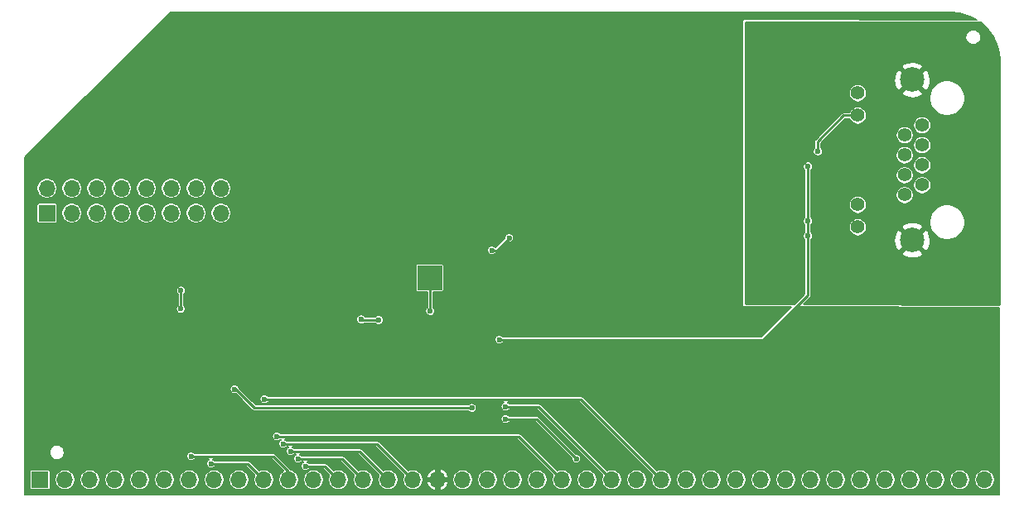
<source format=gbl>
%TF.GenerationSoftware,KiCad,Pcbnew,5.1.6*%
%TF.CreationDate,2020-08-16T22:16:08+02:00*%
%TF.ProjectId,RC2014-Ethernet,52433230-3134-42d4-9574-6865726e6574,rev?*%
%TF.SameCoordinates,Original*%
%TF.FileFunction,Copper,L2,Bot*%
%TF.FilePolarity,Positive*%
%FSLAX46Y46*%
G04 Gerber Fmt 4.6, Leading zero omitted, Abs format (unit mm)*
G04 Created by KiCad (PCBNEW 5.1.6) date 2020-08-16 22:16:08*
%MOMM*%
%LPD*%
G01*
G04 APERTURE LIST*
%TA.AperFunction,ComponentPad*%
%ADD10C,1.400000*%
%TD*%
%TA.AperFunction,ComponentPad*%
%ADD11C,2.500000*%
%TD*%
%TA.AperFunction,SMDPad,CuDef*%
%ADD12R,2.500000X2.500000*%
%TD*%
%TA.AperFunction,ComponentPad*%
%ADD13O,1.700000X1.700000*%
%TD*%
%TA.AperFunction,ComponentPad*%
%ADD14R,1.700000X1.700000*%
%TD*%
%TA.AperFunction,ViaPad*%
%ADD15C,0.600000*%
%TD*%
%TA.AperFunction,Conductor*%
%ADD16C,0.254000*%
%TD*%
%TA.AperFunction,Conductor*%
%ADD17C,0.127000*%
%TD*%
G04 APERTURE END LIST*
D10*
%TO.P,J2,11*%
%TO.N,/LED1*%
X127532000Y-43820000D03*
%TO.P,J2,12*%
%TO.N,Net-(J2-Pad12)*%
X127532000Y-46110000D03*
%TO.P,J2,10*%
%TO.N,Net-(J2-Pad10)*%
X127532000Y-34680000D03*
%TO.P,J2,9*%
%TO.N,/LED0*%
X127532000Y-32390000D03*
%TO.P,J2,8*%
%TO.N,Net-(J2-Pad8)*%
X132332000Y-42820000D03*
%TO.P,J2,7*%
%TO.N,Net-(J2-Pad7)*%
X134112000Y-41800000D03*
%TO.P,J2,6*%
%TO.N,Net-(J2-Pad6)*%
X132332000Y-40780000D03*
%TO.P,J2,5*%
%TO.N,Net-(J2-Pad5)*%
X134112000Y-39760000D03*
%TO.P,J2,4*%
%TO.N,Net-(J2-Pad4)*%
X132332000Y-38740000D03*
%TO.P,J2,3*%
%TO.N,Net-(J2-Pad3)*%
X134112000Y-37720000D03*
%TO.P,J2,2*%
%TO.N,Net-(J2-Pad2)*%
X132332000Y-36700000D03*
%TO.P,J2,1*%
%TO.N,Net-(J2-Pad1)*%
X134112000Y-35680000D03*
D11*
%TO.P,J2,SH*%
%TO.N,Earth*%
X133092000Y-47450000D03*
X133092000Y-31050000D03*
%TD*%
D12*
%TO.P,TP1,1*%
%TO.N,Net-(TP1-Pad1)*%
X83820000Y-51308000D03*
%TD*%
D13*
%TO.P,J3,16*%
%TO.N,/~AEN*%
X62484000Y-42164000D03*
%TO.P,J3,15*%
%TO.N,Net-(J3-Pad15)*%
X62484000Y-44704000D03*
%TO.P,J3,14*%
%TO.N,/~AEN*%
X59944000Y-42164000D03*
%TO.P,J3,13*%
%TO.N,Net-(J3-Pad13)*%
X59944000Y-44704000D03*
%TO.P,J3,12*%
%TO.N,/~AEN*%
X57404000Y-42164000D03*
%TO.P,J3,11*%
%TO.N,Net-(J3-Pad11)*%
X57404000Y-44704000D03*
%TO.P,J3,10*%
%TO.N,/~AEN*%
X54864000Y-42164000D03*
%TO.P,J3,9*%
%TO.N,Net-(J3-Pad9)*%
X54864000Y-44704000D03*
%TO.P,J3,8*%
%TO.N,/~AEN*%
X52324000Y-42164000D03*
%TO.P,J3,7*%
%TO.N,Net-(J3-Pad7)*%
X52324000Y-44704000D03*
%TO.P,J3,6*%
%TO.N,/~AEN*%
X49784000Y-42164000D03*
%TO.P,J3,5*%
%TO.N,Net-(J3-Pad5)*%
X49784000Y-44704000D03*
%TO.P,J3,4*%
%TO.N,/~AEN*%
X47244000Y-42164000D03*
%TO.P,J3,3*%
%TO.N,Net-(J3-Pad3)*%
X47244000Y-44704000D03*
%TO.P,J3,2*%
%TO.N,/~AEN*%
X44704000Y-42164000D03*
D14*
%TO.P,J3,1*%
%TO.N,Net-(J3-Pad1)*%
X44704000Y-44704000D03*
%TD*%
D13*
%TO.P,J1,39*%
%TO.N,Net-(J1-Pad39)*%
X140520000Y-72000000D03*
%TO.P,J1,38*%
%TO.N,Net-(J1-Pad38)*%
X137980000Y-72000000D03*
%TO.P,J1,37*%
%TO.N,Net-(J1-Pad37)*%
X135440000Y-72000000D03*
%TO.P,J1,36*%
%TO.N,Net-(J1-Pad36)*%
X132900000Y-72000000D03*
%TO.P,J1,35*%
%TO.N,Net-(J1-Pad35)*%
X130360000Y-72000000D03*
%TO.P,J1,34*%
%TO.N,/D7*%
X127820000Y-72000000D03*
%TO.P,J1,33*%
%TO.N,/D6*%
X125280000Y-72000000D03*
%TO.P,J1,32*%
%TO.N,/D5*%
X122740000Y-72000000D03*
%TO.P,J1,31*%
%TO.N,/D4*%
X120200000Y-72000000D03*
%TO.P,J1,30*%
%TO.N,/D3*%
X117660000Y-72000000D03*
%TO.P,J1,29*%
%TO.N,/D2*%
X115120000Y-72000000D03*
%TO.P,J1,28*%
%TO.N,/D1*%
X112580000Y-72000000D03*
%TO.P,J1,27*%
%TO.N,/D0*%
X110040000Y-72000000D03*
%TO.P,J1,26*%
%TO.N,/~IORQ*%
X107500000Y-72000000D03*
%TO.P,J1,25*%
%TO.N,/~RD*%
X104960000Y-72000000D03*
%TO.P,J1,24*%
%TO.N,/~WR*%
X102420000Y-72000000D03*
%TO.P,J1,23*%
%TO.N,Net-(J1-Pad23)*%
X99880000Y-72000000D03*
%TO.P,J1,22*%
%TO.N,/~INT*%
X97340000Y-72000000D03*
%TO.P,J1,21*%
%TO.N,Net-(J1-Pad21)*%
X94800000Y-72000000D03*
%TO.P,J1,20*%
%TO.N,/~RESET*%
X92260000Y-72000000D03*
%TO.P,J1,19*%
%TO.N,/~M1*%
X89720000Y-72000000D03*
%TO.P,J1,18*%
%TO.N,+5V*%
X87180000Y-72000000D03*
%TO.P,J1,17*%
%TO.N,GND*%
X84640000Y-72000000D03*
%TO.P,J1,16*%
%TO.N,/A0*%
X82100000Y-72000000D03*
%TO.P,J1,15*%
%TO.N,/A1*%
X79560000Y-72000000D03*
%TO.P,J1,14*%
%TO.N,/A2*%
X77020000Y-72000000D03*
%TO.P,J1,13*%
%TO.N,/A3*%
X74480000Y-72000000D03*
%TO.P,J1,12*%
%TO.N,/A4*%
X71940000Y-72000000D03*
%TO.P,J1,11*%
%TO.N,/A5*%
X69400000Y-72000000D03*
%TO.P,J1,10*%
%TO.N,/A6*%
X66860000Y-72000000D03*
%TO.P,J1,9*%
%TO.N,/A7*%
X64320000Y-72000000D03*
%TO.P,J1,8*%
%TO.N,Net-(J1-Pad8)*%
X61780000Y-72000000D03*
%TO.P,J1,7*%
%TO.N,Net-(J1-Pad7)*%
X59240000Y-72000000D03*
%TO.P,J1,6*%
%TO.N,Net-(J1-Pad6)*%
X56700000Y-72000000D03*
%TO.P,J1,5*%
%TO.N,Net-(J1-Pad5)*%
X54160000Y-72000000D03*
%TO.P,J1,4*%
%TO.N,Net-(J1-Pad4)*%
X51620000Y-72000000D03*
%TO.P,J1,3*%
%TO.N,Net-(J1-Pad3)*%
X49080000Y-72000000D03*
%TO.P,J1,2*%
%TO.N,Net-(J1-Pad2)*%
X46540000Y-72000000D03*
D14*
%TO.P,J1,1*%
%TO.N,Net-(J1-Pad1)*%
X44000000Y-72000000D03*
%TD*%
D15*
%TO.N,GND*%
X43434000Y-66040000D03*
X43180000Y-39116000D03*
X57658000Y-24892000D03*
X141224000Y-69596000D03*
%TO.N,Earth*%
X141392538Y-29210000D03*
%TO.N,GND*%
X136906000Y-24511000D03*
X137954779Y-24584177D03*
%TO.N,Earth*%
X139846365Y-25465887D03*
X140576795Y-26222038D03*
X141392538Y-28142994D03*
%TO.N,GND*%
X74676000Y-61214000D03*
X75438000Y-61214000D03*
X76200000Y-61214000D03*
X76962000Y-61214000D03*
X79883000Y-61595000D03*
X46101000Y-55626000D03*
X51750000Y-58330000D03*
X56845200Y-58293000D03*
X60985400Y-54965600D03*
X64287400Y-46558200D03*
X106781600Y-36296600D03*
X104952800Y-36296600D03*
X82296000Y-36982400D03*
X76758800Y-41757600D03*
X76700000Y-46300000D03*
X82042000Y-44958000D03*
X86868000Y-56388000D03*
X89662000Y-42164000D03*
X94699000Y-39667000D03*
X90424000Y-40386000D03*
X86106000Y-40640000D03*
X89408000Y-58674000D03*
X109982000Y-26670000D03*
X109982000Y-52070000D03*
X131572000Y-56134000D03*
X92100000Y-55000000D03*
X93200000Y-54300000D03*
X95200000Y-53700000D03*
X97000000Y-53000000D03*
X99000000Y-52400000D03*
X100800000Y-51700000D03*
X102700000Y-51100000D03*
X104600000Y-50400000D03*
X106500000Y-49800000D03*
X90000000Y-47100000D03*
X81300000Y-35200000D03*
X82200000Y-27000000D03*
X55700000Y-54600000D03*
X71200000Y-61400000D03*
X76900000Y-56600000D03*
X78600000Y-56600000D03*
X70500000Y-58000000D03*
X67700000Y-52200000D03*
X67700000Y-49800000D03*
X67800000Y-46500000D03*
X71900000Y-56700000D03*
X73700000Y-44800000D03*
X76700000Y-48200000D03*
X78700000Y-48200000D03*
X78700000Y-46300000D03*
X83800000Y-46300000D03*
%TO.N,+5V*%
X122428000Y-39878000D03*
X122428000Y-46990000D03*
X122428000Y-45466000D03*
X90932000Y-57658000D03*
%TO.N,Net-(J2-Pad10)*%
X123444000Y-38354000D03*
%TO.N,Net-(T1-Pad6)*%
X90170000Y-48514000D03*
X91948000Y-47244000D03*
%TO.N,/~IORQ*%
X66929000Y-63754000D03*
%TO.N,/~RD*%
X91567000Y-65786000D03*
X98806000Y-69850000D03*
%TO.N,/~WR*%
X91567000Y-64516000D03*
%TO.N,/~INT*%
X68199000Y-67564000D03*
%TO.N,/~M1*%
X88138000Y-64643000D03*
X63881000Y-62738000D03*
%TO.N,/A0*%
X68834000Y-68326000D03*
%TO.N,/A1*%
X69596000Y-69088000D03*
%TO.N,/A2*%
X70358000Y-69850000D03*
%TO.N,/A3*%
X71120000Y-70612000D03*
%TO.N,/A5*%
X59436000Y-69596000D03*
%TO.N,/A6*%
X61468000Y-70358000D03*
%TO.N,/~AEN*%
X78613000Y-55651400D03*
X76809600Y-55575200D03*
%TO.N,Net-(J3-Pad15)*%
X58394600Y-52628800D03*
X58369200Y-54508400D03*
%TO.N,Net-(TP1-Pad1)*%
X83870800Y-54737000D03*
%TO.N,Earth*%
X131622800Y-51917600D03*
X131572000Y-49276000D03*
X131572000Y-45720000D03*
X131572000Y-28956000D03*
X131572000Y-32512000D03*
X122174000Y-33274000D03*
X122100000Y-36400000D03*
X123300000Y-42700000D03*
%TD*%
D16*
%TO.N,+5V*%
X122428000Y-39878000D02*
X122428000Y-45466000D01*
X122428000Y-45466000D02*
X122428000Y-46990000D01*
X90932000Y-57658000D02*
X117856000Y-57658000D01*
X122428000Y-53086000D02*
X122428000Y-46990000D01*
X117856000Y-57658000D02*
X122428000Y-53086000D01*
%TO.N,Net-(J2-Pad10)*%
X123444000Y-37366000D02*
X123444000Y-38354000D01*
X126130000Y-34680000D02*
X123444000Y-37366000D01*
X127532000Y-34680000D02*
X126130000Y-34680000D01*
%TO.N,Net-(T1-Pad6)*%
X90678000Y-48514000D02*
X91948000Y-47244000D01*
X90170000Y-48514000D02*
X90678000Y-48514000D01*
%TO.N,/~IORQ*%
X99254000Y-63754000D02*
X107500000Y-72000000D01*
X66929000Y-63754000D02*
X99254000Y-63754000D01*
%TO.N,/~RD*%
X94742000Y-65786000D02*
X98806000Y-69850000D01*
X91567000Y-65786000D02*
X94742000Y-65786000D01*
%TO.N,/~WR*%
X102420000Y-72000000D02*
X94936000Y-64516000D01*
X94936000Y-64516000D02*
X91567000Y-64516000D01*
%TO.N,/~INT*%
X92904000Y-67564000D02*
X97340000Y-72000000D01*
X68199000Y-67564000D02*
X92904000Y-67564000D01*
%TO.N,/~M1*%
X88138000Y-64643000D02*
X65913000Y-64643000D01*
X64008000Y-62738000D02*
X63881000Y-62738000D01*
X65913000Y-64643000D02*
X64008000Y-62738000D01*
%TO.N,/A0*%
X78426000Y-68326000D02*
X68834000Y-68326000D01*
X82100000Y-72000000D02*
X78426000Y-68326000D01*
%TO.N,/A1*%
X76648000Y-69088000D02*
X79560000Y-72000000D01*
X69596000Y-69088000D02*
X76648000Y-69088000D01*
%TO.N,/A2*%
X74870000Y-69850000D02*
X77020000Y-72000000D01*
X70358000Y-69850000D02*
X74870000Y-69850000D01*
%TO.N,/A3*%
X73092000Y-70612000D02*
X74480000Y-72000000D01*
X71120000Y-70612000D02*
X73092000Y-70612000D01*
%TO.N,/A5*%
X59436000Y-69596000D02*
X67818000Y-69596000D01*
X69400000Y-71178000D02*
X69400000Y-72000000D01*
X67818000Y-69596000D02*
X69400000Y-71178000D01*
%TO.N,/A6*%
X61468000Y-70358000D02*
X65218000Y-70358000D01*
X65218000Y-70358000D02*
X66860000Y-72000000D01*
%TO.N,/~AEN*%
X76885800Y-55651400D02*
X76809600Y-55575200D01*
X78613000Y-55651400D02*
X76885800Y-55651400D01*
%TO.N,Net-(J3-Pad15)*%
X58394600Y-54483000D02*
X58369200Y-54508400D01*
X58394600Y-52628800D02*
X58394600Y-54483000D01*
%TO.N,Net-(TP1-Pad1)*%
X83870800Y-51358800D02*
X83820000Y-51308000D01*
X83870800Y-54737000D02*
X83870800Y-51358800D01*
%TD*%
D17*
%TO.N,GND*%
G36*
X137985622Y-24233562D02*
G01*
X138812908Y-24455232D01*
X139589142Y-24817196D01*
X139686381Y-24885283D01*
X115951456Y-24828501D01*
X115913835Y-24832160D01*
X115878099Y-24843001D01*
X115845164Y-24860605D01*
X115816296Y-24884296D01*
X115792605Y-24913164D01*
X115775001Y-24946099D01*
X115764160Y-24981835D01*
X115760500Y-25019000D01*
X115760500Y-54102000D01*
X115764072Y-54138718D01*
X115774827Y-54174480D01*
X115792352Y-54207457D01*
X115815974Y-54236381D01*
X115844785Y-54260141D01*
X115877678Y-54277824D01*
X115913388Y-54288750D01*
X115950544Y-54292499D01*
X120760980Y-54304007D01*
X117724488Y-57340500D01*
X91308171Y-57340500D01*
X91244675Y-57277004D01*
X91164339Y-57223325D01*
X91075073Y-57186350D01*
X90980310Y-57167500D01*
X90883690Y-57167500D01*
X90788927Y-57186350D01*
X90699661Y-57223325D01*
X90619325Y-57277004D01*
X90551004Y-57345325D01*
X90497325Y-57425661D01*
X90460350Y-57514927D01*
X90441500Y-57609690D01*
X90441500Y-57706310D01*
X90460350Y-57801073D01*
X90497325Y-57890339D01*
X90551004Y-57970675D01*
X90619325Y-58038996D01*
X90699661Y-58092675D01*
X90788927Y-58129650D01*
X90883690Y-58148500D01*
X90980310Y-58148500D01*
X91075073Y-58129650D01*
X91164339Y-58092675D01*
X91244675Y-58038996D01*
X91308171Y-57975500D01*
X117840404Y-57975500D01*
X117856000Y-57977036D01*
X117871596Y-57975500D01*
X117918241Y-57970906D01*
X117978090Y-57952751D01*
X118033247Y-57923269D01*
X118081593Y-57883593D01*
X118091542Y-57871470D01*
X121656862Y-54306150D01*
X142048501Y-54354934D01*
X142048501Y-73487100D01*
X42462100Y-73487100D01*
X42462100Y-71150000D01*
X42958579Y-71150000D01*
X42958579Y-72850000D01*
X42962257Y-72887344D01*
X42973150Y-72923254D01*
X42990839Y-72956348D01*
X43014645Y-72985355D01*
X43043652Y-73009161D01*
X43076746Y-73026850D01*
X43112656Y-73037743D01*
X43150000Y-73041421D01*
X44850000Y-73041421D01*
X44887344Y-73037743D01*
X44923254Y-73026850D01*
X44956348Y-73009161D01*
X44985355Y-72985355D01*
X45009161Y-72956348D01*
X45026850Y-72923254D01*
X45037743Y-72887344D01*
X45041421Y-72850000D01*
X45041421Y-71897520D01*
X45499500Y-71897520D01*
X45499500Y-72102480D01*
X45539485Y-72303503D01*
X45617920Y-72492862D01*
X45731791Y-72663280D01*
X45876720Y-72808209D01*
X46047138Y-72922080D01*
X46236497Y-73000515D01*
X46437520Y-73040500D01*
X46642480Y-73040500D01*
X46843503Y-73000515D01*
X47032862Y-72922080D01*
X47203280Y-72808209D01*
X47348209Y-72663280D01*
X47462080Y-72492862D01*
X47540515Y-72303503D01*
X47580500Y-72102480D01*
X47580500Y-71897520D01*
X48039500Y-71897520D01*
X48039500Y-72102480D01*
X48079485Y-72303503D01*
X48157920Y-72492862D01*
X48271791Y-72663280D01*
X48416720Y-72808209D01*
X48587138Y-72922080D01*
X48776497Y-73000515D01*
X48977520Y-73040500D01*
X49182480Y-73040500D01*
X49383503Y-73000515D01*
X49572862Y-72922080D01*
X49743280Y-72808209D01*
X49888209Y-72663280D01*
X50002080Y-72492862D01*
X50080515Y-72303503D01*
X50120500Y-72102480D01*
X50120500Y-71897520D01*
X50579500Y-71897520D01*
X50579500Y-72102480D01*
X50619485Y-72303503D01*
X50697920Y-72492862D01*
X50811791Y-72663280D01*
X50956720Y-72808209D01*
X51127138Y-72922080D01*
X51316497Y-73000515D01*
X51517520Y-73040500D01*
X51722480Y-73040500D01*
X51923503Y-73000515D01*
X52112862Y-72922080D01*
X52283280Y-72808209D01*
X52428209Y-72663280D01*
X52542080Y-72492862D01*
X52620515Y-72303503D01*
X52660500Y-72102480D01*
X52660500Y-71897520D01*
X53119500Y-71897520D01*
X53119500Y-72102480D01*
X53159485Y-72303503D01*
X53237920Y-72492862D01*
X53351791Y-72663280D01*
X53496720Y-72808209D01*
X53667138Y-72922080D01*
X53856497Y-73000515D01*
X54057520Y-73040500D01*
X54262480Y-73040500D01*
X54463503Y-73000515D01*
X54652862Y-72922080D01*
X54823280Y-72808209D01*
X54968209Y-72663280D01*
X55082080Y-72492862D01*
X55160515Y-72303503D01*
X55200500Y-72102480D01*
X55200500Y-71897520D01*
X55659500Y-71897520D01*
X55659500Y-72102480D01*
X55699485Y-72303503D01*
X55777920Y-72492862D01*
X55891791Y-72663280D01*
X56036720Y-72808209D01*
X56207138Y-72922080D01*
X56396497Y-73000515D01*
X56597520Y-73040500D01*
X56802480Y-73040500D01*
X57003503Y-73000515D01*
X57192862Y-72922080D01*
X57363280Y-72808209D01*
X57508209Y-72663280D01*
X57622080Y-72492862D01*
X57700515Y-72303503D01*
X57740500Y-72102480D01*
X57740500Y-71897520D01*
X58199500Y-71897520D01*
X58199500Y-72102480D01*
X58239485Y-72303503D01*
X58317920Y-72492862D01*
X58431791Y-72663280D01*
X58576720Y-72808209D01*
X58747138Y-72922080D01*
X58936497Y-73000515D01*
X59137520Y-73040500D01*
X59342480Y-73040500D01*
X59543503Y-73000515D01*
X59732862Y-72922080D01*
X59903280Y-72808209D01*
X60048209Y-72663280D01*
X60162080Y-72492862D01*
X60240515Y-72303503D01*
X60280500Y-72102480D01*
X60280500Y-71897520D01*
X60739500Y-71897520D01*
X60739500Y-72102480D01*
X60779485Y-72303503D01*
X60857920Y-72492862D01*
X60971791Y-72663280D01*
X61116720Y-72808209D01*
X61287138Y-72922080D01*
X61476497Y-73000515D01*
X61677520Y-73040500D01*
X61882480Y-73040500D01*
X62083503Y-73000515D01*
X62272862Y-72922080D01*
X62443280Y-72808209D01*
X62588209Y-72663280D01*
X62702080Y-72492862D01*
X62780515Y-72303503D01*
X62820500Y-72102480D01*
X62820500Y-71897520D01*
X63279500Y-71897520D01*
X63279500Y-72102480D01*
X63319485Y-72303503D01*
X63397920Y-72492862D01*
X63511791Y-72663280D01*
X63656720Y-72808209D01*
X63827138Y-72922080D01*
X64016497Y-73000515D01*
X64217520Y-73040500D01*
X64422480Y-73040500D01*
X64623503Y-73000515D01*
X64812862Y-72922080D01*
X64983280Y-72808209D01*
X65128209Y-72663280D01*
X65242080Y-72492862D01*
X65320515Y-72303503D01*
X65360500Y-72102480D01*
X65360500Y-71897520D01*
X65320515Y-71696497D01*
X65242080Y-71507138D01*
X65128209Y-71336720D01*
X64983280Y-71191791D01*
X64812862Y-71077920D01*
X64623503Y-70999485D01*
X64422480Y-70959500D01*
X64217520Y-70959500D01*
X64016497Y-70999485D01*
X63827138Y-71077920D01*
X63656720Y-71191791D01*
X63511791Y-71336720D01*
X63397920Y-71507138D01*
X63319485Y-71696497D01*
X63279500Y-71897520D01*
X62820500Y-71897520D01*
X62780515Y-71696497D01*
X62702080Y-71507138D01*
X62588209Y-71336720D01*
X62443280Y-71191791D01*
X62272862Y-71077920D01*
X62083503Y-70999485D01*
X61882480Y-70959500D01*
X61677520Y-70959500D01*
X61476497Y-70999485D01*
X61287138Y-71077920D01*
X61116720Y-71191791D01*
X60971791Y-71336720D01*
X60857920Y-71507138D01*
X60779485Y-71696497D01*
X60739500Y-71897520D01*
X60280500Y-71897520D01*
X60240515Y-71696497D01*
X60162080Y-71507138D01*
X60048209Y-71336720D01*
X59903280Y-71191791D01*
X59732862Y-71077920D01*
X59543503Y-70999485D01*
X59342480Y-70959500D01*
X59137520Y-70959500D01*
X58936497Y-70999485D01*
X58747138Y-71077920D01*
X58576720Y-71191791D01*
X58431791Y-71336720D01*
X58317920Y-71507138D01*
X58239485Y-71696497D01*
X58199500Y-71897520D01*
X57740500Y-71897520D01*
X57700515Y-71696497D01*
X57622080Y-71507138D01*
X57508209Y-71336720D01*
X57363280Y-71191791D01*
X57192862Y-71077920D01*
X57003503Y-70999485D01*
X56802480Y-70959500D01*
X56597520Y-70959500D01*
X56396497Y-70999485D01*
X56207138Y-71077920D01*
X56036720Y-71191791D01*
X55891791Y-71336720D01*
X55777920Y-71507138D01*
X55699485Y-71696497D01*
X55659500Y-71897520D01*
X55200500Y-71897520D01*
X55160515Y-71696497D01*
X55082080Y-71507138D01*
X54968209Y-71336720D01*
X54823280Y-71191791D01*
X54652862Y-71077920D01*
X54463503Y-70999485D01*
X54262480Y-70959500D01*
X54057520Y-70959500D01*
X53856497Y-70999485D01*
X53667138Y-71077920D01*
X53496720Y-71191791D01*
X53351791Y-71336720D01*
X53237920Y-71507138D01*
X53159485Y-71696497D01*
X53119500Y-71897520D01*
X52660500Y-71897520D01*
X52620515Y-71696497D01*
X52542080Y-71507138D01*
X52428209Y-71336720D01*
X52283280Y-71191791D01*
X52112862Y-71077920D01*
X51923503Y-70999485D01*
X51722480Y-70959500D01*
X51517520Y-70959500D01*
X51316497Y-70999485D01*
X51127138Y-71077920D01*
X50956720Y-71191791D01*
X50811791Y-71336720D01*
X50697920Y-71507138D01*
X50619485Y-71696497D01*
X50579500Y-71897520D01*
X50120500Y-71897520D01*
X50080515Y-71696497D01*
X50002080Y-71507138D01*
X49888209Y-71336720D01*
X49743280Y-71191791D01*
X49572862Y-71077920D01*
X49383503Y-70999485D01*
X49182480Y-70959500D01*
X48977520Y-70959500D01*
X48776497Y-70999485D01*
X48587138Y-71077920D01*
X48416720Y-71191791D01*
X48271791Y-71336720D01*
X48157920Y-71507138D01*
X48079485Y-71696497D01*
X48039500Y-71897520D01*
X47580500Y-71897520D01*
X47540515Y-71696497D01*
X47462080Y-71507138D01*
X47348209Y-71336720D01*
X47203280Y-71191791D01*
X47032862Y-71077920D01*
X46843503Y-70999485D01*
X46642480Y-70959500D01*
X46437520Y-70959500D01*
X46236497Y-70999485D01*
X46047138Y-71077920D01*
X45876720Y-71191791D01*
X45731791Y-71336720D01*
X45617920Y-71507138D01*
X45539485Y-71696497D01*
X45499500Y-71897520D01*
X45041421Y-71897520D01*
X45041421Y-71150000D01*
X45037743Y-71112656D01*
X45026850Y-71076746D01*
X45009161Y-71043652D01*
X44985355Y-71014645D01*
X44956348Y-70990839D01*
X44923254Y-70973150D01*
X44887344Y-70962257D01*
X44850000Y-70958579D01*
X43150000Y-70958579D01*
X43112656Y-70962257D01*
X43076746Y-70973150D01*
X43043652Y-70990839D01*
X43014645Y-71014645D01*
X42990839Y-71043652D01*
X42973150Y-71076746D01*
X42962257Y-71112656D01*
X42958579Y-71150000D01*
X42462100Y-71150000D01*
X42462100Y-69139506D01*
X44953500Y-69139506D01*
X44953500Y-69290494D01*
X44982956Y-69438580D01*
X45040736Y-69578074D01*
X45124620Y-69703615D01*
X45231385Y-69810380D01*
X45356926Y-69894264D01*
X45496420Y-69952044D01*
X45644506Y-69981500D01*
X45795494Y-69981500D01*
X45943580Y-69952044D01*
X46083074Y-69894264D01*
X46208615Y-69810380D01*
X46315380Y-69703615D01*
X46399264Y-69578074D01*
X46411849Y-69547690D01*
X58945500Y-69547690D01*
X58945500Y-69644310D01*
X58964350Y-69739073D01*
X59001325Y-69828339D01*
X59055004Y-69908675D01*
X59123325Y-69976996D01*
X59203661Y-70030675D01*
X59292927Y-70067650D01*
X59387690Y-70086500D01*
X59484310Y-70086500D01*
X59579073Y-70067650D01*
X59668339Y-70030675D01*
X59748675Y-69976996D01*
X59812171Y-69913500D01*
X61259381Y-69913500D01*
X61235661Y-69923325D01*
X61155325Y-69977004D01*
X61087004Y-70045325D01*
X61033325Y-70125661D01*
X60996350Y-70214927D01*
X60977500Y-70309690D01*
X60977500Y-70406310D01*
X60996350Y-70501073D01*
X61033325Y-70590339D01*
X61087004Y-70670675D01*
X61155325Y-70738996D01*
X61235661Y-70792675D01*
X61324927Y-70829650D01*
X61419690Y-70848500D01*
X61516310Y-70848500D01*
X61611073Y-70829650D01*
X61700339Y-70792675D01*
X61780675Y-70738996D01*
X61844171Y-70675500D01*
X65086488Y-70675500D01*
X65932122Y-71521135D01*
X65859485Y-71696497D01*
X65819500Y-71897520D01*
X65819500Y-72102480D01*
X65859485Y-72303503D01*
X65937920Y-72492862D01*
X66051791Y-72663280D01*
X66196720Y-72808209D01*
X66367138Y-72922080D01*
X66556497Y-73000515D01*
X66757520Y-73040500D01*
X66962480Y-73040500D01*
X67163503Y-73000515D01*
X67352862Y-72922080D01*
X67523280Y-72808209D01*
X67668209Y-72663280D01*
X67782080Y-72492862D01*
X67860515Y-72303503D01*
X67900500Y-72102480D01*
X67900500Y-71897520D01*
X67860515Y-71696497D01*
X67782080Y-71507138D01*
X67668209Y-71336720D01*
X67523280Y-71191791D01*
X67352862Y-71077920D01*
X67163503Y-70999485D01*
X66962480Y-70959500D01*
X66757520Y-70959500D01*
X66556497Y-70999485D01*
X66381135Y-71072122D01*
X65453542Y-70144530D01*
X65443593Y-70132407D01*
X65395247Y-70092731D01*
X65340090Y-70063249D01*
X65280241Y-70045094D01*
X65233596Y-70040500D01*
X65218000Y-70038964D01*
X65202404Y-70040500D01*
X61844171Y-70040500D01*
X61780675Y-69977004D01*
X61700339Y-69923325D01*
X61676619Y-69913500D01*
X67686488Y-69913500D01*
X68873430Y-71100443D01*
X68736720Y-71191791D01*
X68591791Y-71336720D01*
X68477920Y-71507138D01*
X68399485Y-71696497D01*
X68359500Y-71897520D01*
X68359500Y-72102480D01*
X68399485Y-72303503D01*
X68477920Y-72492862D01*
X68591791Y-72663280D01*
X68736720Y-72808209D01*
X68907138Y-72922080D01*
X69096497Y-73000515D01*
X69297520Y-73040500D01*
X69502480Y-73040500D01*
X69703503Y-73000515D01*
X69892862Y-72922080D01*
X70063280Y-72808209D01*
X70208209Y-72663280D01*
X70322080Y-72492862D01*
X70400515Y-72303503D01*
X70440500Y-72102480D01*
X70440500Y-71897520D01*
X70899500Y-71897520D01*
X70899500Y-72102480D01*
X70939485Y-72303503D01*
X71017920Y-72492862D01*
X71131791Y-72663280D01*
X71276720Y-72808209D01*
X71447138Y-72922080D01*
X71636497Y-73000515D01*
X71837520Y-73040500D01*
X72042480Y-73040500D01*
X72243503Y-73000515D01*
X72432862Y-72922080D01*
X72603280Y-72808209D01*
X72748209Y-72663280D01*
X72862080Y-72492862D01*
X72940515Y-72303503D01*
X72980500Y-72102480D01*
X72980500Y-71897520D01*
X72940515Y-71696497D01*
X72862080Y-71507138D01*
X72748209Y-71336720D01*
X72603280Y-71191791D01*
X72432862Y-71077920D01*
X72243503Y-70999485D01*
X72042480Y-70959500D01*
X71837520Y-70959500D01*
X71636497Y-70999485D01*
X71447138Y-71077920D01*
X71276720Y-71191791D01*
X71131791Y-71336720D01*
X71017920Y-71507138D01*
X70939485Y-71696497D01*
X70899500Y-71897520D01*
X70440500Y-71897520D01*
X70400515Y-71696497D01*
X70322080Y-71507138D01*
X70208209Y-71336720D01*
X70063280Y-71191791D01*
X69892862Y-71077920D01*
X69703503Y-70999485D01*
X69656566Y-70990149D01*
X69642616Y-70973150D01*
X69625593Y-70952407D01*
X69613477Y-70942464D01*
X68053542Y-69382530D01*
X68043593Y-69370407D01*
X67995247Y-69330731D01*
X67940090Y-69301249D01*
X67880241Y-69283094D01*
X67833596Y-69278500D01*
X67818000Y-69276964D01*
X67802404Y-69278500D01*
X59812171Y-69278500D01*
X59748675Y-69215004D01*
X59668339Y-69161325D01*
X59579073Y-69124350D01*
X59484310Y-69105500D01*
X59387690Y-69105500D01*
X59292927Y-69124350D01*
X59203661Y-69161325D01*
X59123325Y-69215004D01*
X59055004Y-69283325D01*
X59001325Y-69363661D01*
X58964350Y-69452927D01*
X58945500Y-69547690D01*
X46411849Y-69547690D01*
X46457044Y-69438580D01*
X46486500Y-69290494D01*
X46486500Y-69139506D01*
X46457044Y-68991420D01*
X46399264Y-68851926D01*
X46315380Y-68726385D01*
X46208615Y-68619620D01*
X46083074Y-68535736D01*
X45943580Y-68477956D01*
X45795494Y-68448500D01*
X45644506Y-68448500D01*
X45496420Y-68477956D01*
X45356926Y-68535736D01*
X45231385Y-68619620D01*
X45124620Y-68726385D01*
X45040736Y-68851926D01*
X44982956Y-68991420D01*
X44953500Y-69139506D01*
X42462100Y-69139506D01*
X42462100Y-67515690D01*
X67708500Y-67515690D01*
X67708500Y-67612310D01*
X67727350Y-67707073D01*
X67764325Y-67796339D01*
X67818004Y-67876675D01*
X67886325Y-67944996D01*
X67966661Y-67998675D01*
X68055927Y-68035650D01*
X68150690Y-68054500D01*
X68247310Y-68054500D01*
X68342073Y-68035650D01*
X68431339Y-67998675D01*
X68511675Y-67944996D01*
X68575171Y-67881500D01*
X68625381Y-67881500D01*
X68601661Y-67891325D01*
X68521325Y-67945004D01*
X68453004Y-68013325D01*
X68399325Y-68093661D01*
X68362350Y-68182927D01*
X68343500Y-68277690D01*
X68343500Y-68374310D01*
X68362350Y-68469073D01*
X68399325Y-68558339D01*
X68453004Y-68638675D01*
X68521325Y-68706996D01*
X68601661Y-68760675D01*
X68690927Y-68797650D01*
X68785690Y-68816500D01*
X68882310Y-68816500D01*
X68977073Y-68797650D01*
X69066339Y-68760675D01*
X69146675Y-68706996D01*
X69210171Y-68643500D01*
X69387381Y-68643500D01*
X69363661Y-68653325D01*
X69283325Y-68707004D01*
X69215004Y-68775325D01*
X69161325Y-68855661D01*
X69124350Y-68944927D01*
X69105500Y-69039690D01*
X69105500Y-69136310D01*
X69124350Y-69231073D01*
X69161325Y-69320339D01*
X69215004Y-69400675D01*
X69283325Y-69468996D01*
X69363661Y-69522675D01*
X69452927Y-69559650D01*
X69547690Y-69578500D01*
X69644310Y-69578500D01*
X69739073Y-69559650D01*
X69828339Y-69522675D01*
X69908675Y-69468996D01*
X69972171Y-69405500D01*
X70149381Y-69405500D01*
X70125661Y-69415325D01*
X70045325Y-69469004D01*
X69977004Y-69537325D01*
X69923325Y-69617661D01*
X69886350Y-69706927D01*
X69867500Y-69801690D01*
X69867500Y-69898310D01*
X69886350Y-69993073D01*
X69923325Y-70082339D01*
X69977004Y-70162675D01*
X70045325Y-70230996D01*
X70125661Y-70284675D01*
X70214927Y-70321650D01*
X70309690Y-70340500D01*
X70406310Y-70340500D01*
X70501073Y-70321650D01*
X70590339Y-70284675D01*
X70670675Y-70230996D01*
X70734171Y-70167500D01*
X70911381Y-70167500D01*
X70887661Y-70177325D01*
X70807325Y-70231004D01*
X70739004Y-70299325D01*
X70685325Y-70379661D01*
X70648350Y-70468927D01*
X70629500Y-70563690D01*
X70629500Y-70660310D01*
X70648350Y-70755073D01*
X70685325Y-70844339D01*
X70739004Y-70924675D01*
X70807325Y-70992996D01*
X70887661Y-71046675D01*
X70976927Y-71083650D01*
X71071690Y-71102500D01*
X71168310Y-71102500D01*
X71263073Y-71083650D01*
X71352339Y-71046675D01*
X71432675Y-70992996D01*
X71496171Y-70929500D01*
X72960488Y-70929500D01*
X73552122Y-71521135D01*
X73479485Y-71696497D01*
X73439500Y-71897520D01*
X73439500Y-72102480D01*
X73479485Y-72303503D01*
X73557920Y-72492862D01*
X73671791Y-72663280D01*
X73816720Y-72808209D01*
X73987138Y-72922080D01*
X74176497Y-73000515D01*
X74377520Y-73040500D01*
X74582480Y-73040500D01*
X74783503Y-73000515D01*
X74972862Y-72922080D01*
X75143280Y-72808209D01*
X75288209Y-72663280D01*
X75402080Y-72492862D01*
X75480515Y-72303503D01*
X75520500Y-72102480D01*
X75520500Y-71897520D01*
X75480515Y-71696497D01*
X75402080Y-71507138D01*
X75288209Y-71336720D01*
X75143280Y-71191791D01*
X74972862Y-71077920D01*
X74783503Y-70999485D01*
X74582480Y-70959500D01*
X74377520Y-70959500D01*
X74176497Y-70999485D01*
X74001135Y-71072122D01*
X73327542Y-70398530D01*
X73317593Y-70386407D01*
X73269247Y-70346731D01*
X73214090Y-70317249D01*
X73154241Y-70299094D01*
X73107596Y-70294500D01*
X73092000Y-70292964D01*
X73076404Y-70294500D01*
X71496171Y-70294500D01*
X71432675Y-70231004D01*
X71352339Y-70177325D01*
X71328619Y-70167500D01*
X74738488Y-70167500D01*
X76092122Y-71521135D01*
X76019485Y-71696497D01*
X75979500Y-71897520D01*
X75979500Y-72102480D01*
X76019485Y-72303503D01*
X76097920Y-72492862D01*
X76211791Y-72663280D01*
X76356720Y-72808209D01*
X76527138Y-72922080D01*
X76716497Y-73000515D01*
X76917520Y-73040500D01*
X77122480Y-73040500D01*
X77323503Y-73000515D01*
X77512862Y-72922080D01*
X77683280Y-72808209D01*
X77828209Y-72663280D01*
X77942080Y-72492862D01*
X78020515Y-72303503D01*
X78060500Y-72102480D01*
X78060500Y-71897520D01*
X78020515Y-71696497D01*
X77942080Y-71507138D01*
X77828209Y-71336720D01*
X77683280Y-71191791D01*
X77512862Y-71077920D01*
X77323503Y-70999485D01*
X77122480Y-70959500D01*
X76917520Y-70959500D01*
X76716497Y-70999485D01*
X76541135Y-71072122D01*
X75105542Y-69636530D01*
X75095593Y-69624407D01*
X75047247Y-69584731D01*
X74992090Y-69555249D01*
X74932241Y-69537094D01*
X74885596Y-69532500D01*
X74870000Y-69530964D01*
X74854404Y-69532500D01*
X70734171Y-69532500D01*
X70670675Y-69469004D01*
X70590339Y-69415325D01*
X70566619Y-69405500D01*
X76516488Y-69405500D01*
X78632122Y-71521135D01*
X78559485Y-71696497D01*
X78519500Y-71897520D01*
X78519500Y-72102480D01*
X78559485Y-72303503D01*
X78637920Y-72492862D01*
X78751791Y-72663280D01*
X78896720Y-72808209D01*
X79067138Y-72922080D01*
X79256497Y-73000515D01*
X79457520Y-73040500D01*
X79662480Y-73040500D01*
X79863503Y-73000515D01*
X80052862Y-72922080D01*
X80223280Y-72808209D01*
X80368209Y-72663280D01*
X80482080Y-72492862D01*
X80560515Y-72303503D01*
X80600500Y-72102480D01*
X80600500Y-71897520D01*
X80560515Y-71696497D01*
X80482080Y-71507138D01*
X80368209Y-71336720D01*
X80223280Y-71191791D01*
X80052862Y-71077920D01*
X79863503Y-70999485D01*
X79662480Y-70959500D01*
X79457520Y-70959500D01*
X79256497Y-70999485D01*
X79081135Y-71072122D01*
X76883542Y-68874530D01*
X76873593Y-68862407D01*
X76825247Y-68822731D01*
X76770090Y-68793249D01*
X76710241Y-68775094D01*
X76663596Y-68770500D01*
X76648000Y-68768964D01*
X76632404Y-68770500D01*
X69972171Y-68770500D01*
X69908675Y-68707004D01*
X69828339Y-68653325D01*
X69804619Y-68643500D01*
X78294488Y-68643500D01*
X81172122Y-71521135D01*
X81099485Y-71696497D01*
X81059500Y-71897520D01*
X81059500Y-72102480D01*
X81099485Y-72303503D01*
X81177920Y-72492862D01*
X81291791Y-72663280D01*
X81436720Y-72808209D01*
X81607138Y-72922080D01*
X81796497Y-73000515D01*
X81997520Y-73040500D01*
X82202480Y-73040500D01*
X82403503Y-73000515D01*
X82592862Y-72922080D01*
X82763280Y-72808209D01*
X82908209Y-72663280D01*
X83022080Y-72492862D01*
X83073656Y-72368346D01*
X83532119Y-72368346D01*
X83625267Y-72577405D01*
X83757411Y-72764275D01*
X83923472Y-72921774D01*
X84117069Y-73043850D01*
X84271656Y-73107871D01*
X84449500Y-73071320D01*
X84449500Y-72190500D01*
X84830500Y-72190500D01*
X84830500Y-73071320D01*
X85008344Y-73107871D01*
X85162931Y-73043850D01*
X85356528Y-72921774D01*
X85522589Y-72764275D01*
X85654733Y-72577405D01*
X85747881Y-72368346D01*
X85712488Y-72190500D01*
X84830500Y-72190500D01*
X84449500Y-72190500D01*
X83567512Y-72190500D01*
X83532119Y-72368346D01*
X83073656Y-72368346D01*
X83100515Y-72303503D01*
X83140500Y-72102480D01*
X83140500Y-71897520D01*
X86139500Y-71897520D01*
X86139500Y-72102480D01*
X86179485Y-72303503D01*
X86257920Y-72492862D01*
X86371791Y-72663280D01*
X86516720Y-72808209D01*
X86687138Y-72922080D01*
X86876497Y-73000515D01*
X87077520Y-73040500D01*
X87282480Y-73040500D01*
X87483503Y-73000515D01*
X87672862Y-72922080D01*
X87843280Y-72808209D01*
X87988209Y-72663280D01*
X88102080Y-72492862D01*
X88180515Y-72303503D01*
X88220500Y-72102480D01*
X88220500Y-71897520D01*
X88679500Y-71897520D01*
X88679500Y-72102480D01*
X88719485Y-72303503D01*
X88797920Y-72492862D01*
X88911791Y-72663280D01*
X89056720Y-72808209D01*
X89227138Y-72922080D01*
X89416497Y-73000515D01*
X89617520Y-73040500D01*
X89822480Y-73040500D01*
X90023503Y-73000515D01*
X90212862Y-72922080D01*
X90383280Y-72808209D01*
X90528209Y-72663280D01*
X90642080Y-72492862D01*
X90720515Y-72303503D01*
X90760500Y-72102480D01*
X90760500Y-71897520D01*
X91219500Y-71897520D01*
X91219500Y-72102480D01*
X91259485Y-72303503D01*
X91337920Y-72492862D01*
X91451791Y-72663280D01*
X91596720Y-72808209D01*
X91767138Y-72922080D01*
X91956497Y-73000515D01*
X92157520Y-73040500D01*
X92362480Y-73040500D01*
X92563503Y-73000515D01*
X92752862Y-72922080D01*
X92923280Y-72808209D01*
X93068209Y-72663280D01*
X93182080Y-72492862D01*
X93260515Y-72303503D01*
X93300500Y-72102480D01*
X93300500Y-71897520D01*
X93759500Y-71897520D01*
X93759500Y-72102480D01*
X93799485Y-72303503D01*
X93877920Y-72492862D01*
X93991791Y-72663280D01*
X94136720Y-72808209D01*
X94307138Y-72922080D01*
X94496497Y-73000515D01*
X94697520Y-73040500D01*
X94902480Y-73040500D01*
X95103503Y-73000515D01*
X95292862Y-72922080D01*
X95463280Y-72808209D01*
X95608209Y-72663280D01*
X95722080Y-72492862D01*
X95800515Y-72303503D01*
X95840500Y-72102480D01*
X95840500Y-71897520D01*
X95800515Y-71696497D01*
X95722080Y-71507138D01*
X95608209Y-71336720D01*
X95463280Y-71191791D01*
X95292862Y-71077920D01*
X95103503Y-70999485D01*
X94902480Y-70959500D01*
X94697520Y-70959500D01*
X94496497Y-70999485D01*
X94307138Y-71077920D01*
X94136720Y-71191791D01*
X93991791Y-71336720D01*
X93877920Y-71507138D01*
X93799485Y-71696497D01*
X93759500Y-71897520D01*
X93300500Y-71897520D01*
X93260515Y-71696497D01*
X93182080Y-71507138D01*
X93068209Y-71336720D01*
X92923280Y-71191791D01*
X92752862Y-71077920D01*
X92563503Y-70999485D01*
X92362480Y-70959500D01*
X92157520Y-70959500D01*
X91956497Y-70999485D01*
X91767138Y-71077920D01*
X91596720Y-71191791D01*
X91451791Y-71336720D01*
X91337920Y-71507138D01*
X91259485Y-71696497D01*
X91219500Y-71897520D01*
X90760500Y-71897520D01*
X90720515Y-71696497D01*
X90642080Y-71507138D01*
X90528209Y-71336720D01*
X90383280Y-71191791D01*
X90212862Y-71077920D01*
X90023503Y-70999485D01*
X89822480Y-70959500D01*
X89617520Y-70959500D01*
X89416497Y-70999485D01*
X89227138Y-71077920D01*
X89056720Y-71191791D01*
X88911791Y-71336720D01*
X88797920Y-71507138D01*
X88719485Y-71696497D01*
X88679500Y-71897520D01*
X88220500Y-71897520D01*
X88180515Y-71696497D01*
X88102080Y-71507138D01*
X87988209Y-71336720D01*
X87843280Y-71191791D01*
X87672862Y-71077920D01*
X87483503Y-70999485D01*
X87282480Y-70959500D01*
X87077520Y-70959500D01*
X86876497Y-70999485D01*
X86687138Y-71077920D01*
X86516720Y-71191791D01*
X86371791Y-71336720D01*
X86257920Y-71507138D01*
X86179485Y-71696497D01*
X86139500Y-71897520D01*
X83140500Y-71897520D01*
X83100515Y-71696497D01*
X83073657Y-71631654D01*
X83532119Y-71631654D01*
X83567512Y-71809500D01*
X84449500Y-71809500D01*
X84449500Y-70928680D01*
X84830500Y-70928680D01*
X84830500Y-71809500D01*
X85712488Y-71809500D01*
X85747881Y-71631654D01*
X85654733Y-71422595D01*
X85522589Y-71235725D01*
X85356528Y-71078226D01*
X85162931Y-70956150D01*
X85008344Y-70892129D01*
X84830500Y-70928680D01*
X84449500Y-70928680D01*
X84271656Y-70892129D01*
X84117069Y-70956150D01*
X83923472Y-71078226D01*
X83757411Y-71235725D01*
X83625267Y-71422595D01*
X83532119Y-71631654D01*
X83073657Y-71631654D01*
X83022080Y-71507138D01*
X82908209Y-71336720D01*
X82763280Y-71191791D01*
X82592862Y-71077920D01*
X82403503Y-70999485D01*
X82202480Y-70959500D01*
X81997520Y-70959500D01*
X81796497Y-70999485D01*
X81621135Y-71072122D01*
X78661542Y-68112530D01*
X78651593Y-68100407D01*
X78603247Y-68060731D01*
X78548090Y-68031249D01*
X78488241Y-68013094D01*
X78441596Y-68008500D01*
X78426000Y-68006964D01*
X78410404Y-68008500D01*
X69210171Y-68008500D01*
X69146675Y-67945004D01*
X69066339Y-67891325D01*
X69042619Y-67881500D01*
X92772488Y-67881500D01*
X96412122Y-71521135D01*
X96339485Y-71696497D01*
X96299500Y-71897520D01*
X96299500Y-72102480D01*
X96339485Y-72303503D01*
X96417920Y-72492862D01*
X96531791Y-72663280D01*
X96676720Y-72808209D01*
X96847138Y-72922080D01*
X97036497Y-73000515D01*
X97237520Y-73040500D01*
X97442480Y-73040500D01*
X97643503Y-73000515D01*
X97832862Y-72922080D01*
X98003280Y-72808209D01*
X98148209Y-72663280D01*
X98262080Y-72492862D01*
X98340515Y-72303503D01*
X98380500Y-72102480D01*
X98380500Y-71897520D01*
X98839500Y-71897520D01*
X98839500Y-72102480D01*
X98879485Y-72303503D01*
X98957920Y-72492862D01*
X99071791Y-72663280D01*
X99216720Y-72808209D01*
X99387138Y-72922080D01*
X99576497Y-73000515D01*
X99777520Y-73040500D01*
X99982480Y-73040500D01*
X100183503Y-73000515D01*
X100372862Y-72922080D01*
X100543280Y-72808209D01*
X100688209Y-72663280D01*
X100802080Y-72492862D01*
X100880515Y-72303503D01*
X100920500Y-72102480D01*
X100920500Y-71897520D01*
X100880515Y-71696497D01*
X100802080Y-71507138D01*
X100688209Y-71336720D01*
X100543280Y-71191791D01*
X100372862Y-71077920D01*
X100183503Y-70999485D01*
X99982480Y-70959500D01*
X99777520Y-70959500D01*
X99576497Y-70999485D01*
X99387138Y-71077920D01*
X99216720Y-71191791D01*
X99071791Y-71336720D01*
X98957920Y-71507138D01*
X98879485Y-71696497D01*
X98839500Y-71897520D01*
X98380500Y-71897520D01*
X98340515Y-71696497D01*
X98262080Y-71507138D01*
X98148209Y-71336720D01*
X98003280Y-71191791D01*
X97832862Y-71077920D01*
X97643503Y-70999485D01*
X97442480Y-70959500D01*
X97237520Y-70959500D01*
X97036497Y-70999485D01*
X96861135Y-71072122D01*
X93139542Y-67350530D01*
X93129593Y-67338407D01*
X93081247Y-67298731D01*
X93026090Y-67269249D01*
X92966241Y-67251094D01*
X92919596Y-67246500D01*
X92904000Y-67244964D01*
X92888404Y-67246500D01*
X68575171Y-67246500D01*
X68511675Y-67183004D01*
X68431339Y-67129325D01*
X68342073Y-67092350D01*
X68247310Y-67073500D01*
X68150690Y-67073500D01*
X68055927Y-67092350D01*
X67966661Y-67129325D01*
X67886325Y-67183004D01*
X67818004Y-67251325D01*
X67764325Y-67331661D01*
X67727350Y-67420927D01*
X67708500Y-67515690D01*
X42462100Y-67515690D01*
X42462100Y-65737690D01*
X91076500Y-65737690D01*
X91076500Y-65834310D01*
X91095350Y-65929073D01*
X91132325Y-66018339D01*
X91186004Y-66098675D01*
X91254325Y-66166996D01*
X91334661Y-66220675D01*
X91423927Y-66257650D01*
X91518690Y-66276500D01*
X91615310Y-66276500D01*
X91710073Y-66257650D01*
X91799339Y-66220675D01*
X91879675Y-66166996D01*
X91943171Y-66103500D01*
X94610488Y-66103500D01*
X98315500Y-69808513D01*
X98315500Y-69898310D01*
X98334350Y-69993073D01*
X98371325Y-70082339D01*
X98425004Y-70162675D01*
X98493325Y-70230996D01*
X98573661Y-70284675D01*
X98662927Y-70321650D01*
X98757690Y-70340500D01*
X98854310Y-70340500D01*
X98949073Y-70321650D01*
X99038339Y-70284675D01*
X99118675Y-70230996D01*
X99186996Y-70162675D01*
X99240675Y-70082339D01*
X99277650Y-69993073D01*
X99296500Y-69898310D01*
X99296500Y-69801690D01*
X99277650Y-69706927D01*
X99240675Y-69617661D01*
X99186996Y-69537325D01*
X99118675Y-69469004D01*
X99038339Y-69415325D01*
X98949073Y-69378350D01*
X98854310Y-69359500D01*
X98764513Y-69359500D01*
X94977542Y-65572530D01*
X94967593Y-65560407D01*
X94919247Y-65520731D01*
X94864090Y-65491249D01*
X94804241Y-65473094D01*
X94757596Y-65468500D01*
X94742000Y-65466964D01*
X94726404Y-65468500D01*
X91943171Y-65468500D01*
X91879675Y-65405004D01*
X91799339Y-65351325D01*
X91710073Y-65314350D01*
X91615310Y-65295500D01*
X91518690Y-65295500D01*
X91423927Y-65314350D01*
X91334661Y-65351325D01*
X91254325Y-65405004D01*
X91186004Y-65473325D01*
X91132325Y-65553661D01*
X91095350Y-65642927D01*
X91076500Y-65737690D01*
X42462100Y-65737690D01*
X42462100Y-62689690D01*
X63390500Y-62689690D01*
X63390500Y-62786310D01*
X63409350Y-62881073D01*
X63446325Y-62970339D01*
X63500004Y-63050675D01*
X63568325Y-63118996D01*
X63648661Y-63172675D01*
X63737927Y-63209650D01*
X63832690Y-63228500D01*
X63929310Y-63228500D01*
X64024073Y-63209650D01*
X64028715Y-63207727D01*
X65677463Y-64856476D01*
X65687407Y-64868593D01*
X65722017Y-64896996D01*
X65735753Y-64908269D01*
X65790910Y-64937751D01*
X65850759Y-64955906D01*
X65913000Y-64962036D01*
X65928596Y-64960500D01*
X87761829Y-64960500D01*
X87825325Y-65023996D01*
X87905661Y-65077675D01*
X87994927Y-65114650D01*
X88089690Y-65133500D01*
X88186310Y-65133500D01*
X88281073Y-65114650D01*
X88370339Y-65077675D01*
X88450675Y-65023996D01*
X88518996Y-64955675D01*
X88572675Y-64875339D01*
X88609650Y-64786073D01*
X88628500Y-64691310D01*
X88628500Y-64594690D01*
X88609650Y-64499927D01*
X88572675Y-64410661D01*
X88518996Y-64330325D01*
X88450675Y-64262004D01*
X88370339Y-64208325D01*
X88281073Y-64171350D01*
X88186310Y-64152500D01*
X88089690Y-64152500D01*
X87994927Y-64171350D01*
X87905661Y-64208325D01*
X87825325Y-64262004D01*
X87761829Y-64325500D01*
X66044513Y-64325500D01*
X65424703Y-63705690D01*
X66438500Y-63705690D01*
X66438500Y-63802310D01*
X66457350Y-63897073D01*
X66494325Y-63986339D01*
X66548004Y-64066675D01*
X66616325Y-64134996D01*
X66696661Y-64188675D01*
X66785927Y-64225650D01*
X66880690Y-64244500D01*
X66977310Y-64244500D01*
X67072073Y-64225650D01*
X67161339Y-64188675D01*
X67241675Y-64134996D01*
X67305171Y-64071500D01*
X91358381Y-64071500D01*
X91334661Y-64081325D01*
X91254325Y-64135004D01*
X91186004Y-64203325D01*
X91132325Y-64283661D01*
X91095350Y-64372927D01*
X91076500Y-64467690D01*
X91076500Y-64564310D01*
X91095350Y-64659073D01*
X91132325Y-64748339D01*
X91186004Y-64828675D01*
X91254325Y-64896996D01*
X91334661Y-64950675D01*
X91423927Y-64987650D01*
X91518690Y-65006500D01*
X91615310Y-65006500D01*
X91710073Y-64987650D01*
X91799339Y-64950675D01*
X91879675Y-64896996D01*
X91943171Y-64833500D01*
X94804488Y-64833500D01*
X101492122Y-71521135D01*
X101419485Y-71696497D01*
X101379500Y-71897520D01*
X101379500Y-72102480D01*
X101419485Y-72303503D01*
X101497920Y-72492862D01*
X101611791Y-72663280D01*
X101756720Y-72808209D01*
X101927138Y-72922080D01*
X102116497Y-73000515D01*
X102317520Y-73040500D01*
X102522480Y-73040500D01*
X102723503Y-73000515D01*
X102912862Y-72922080D01*
X103083280Y-72808209D01*
X103228209Y-72663280D01*
X103342080Y-72492862D01*
X103420515Y-72303503D01*
X103460500Y-72102480D01*
X103460500Y-71897520D01*
X103919500Y-71897520D01*
X103919500Y-72102480D01*
X103959485Y-72303503D01*
X104037920Y-72492862D01*
X104151791Y-72663280D01*
X104296720Y-72808209D01*
X104467138Y-72922080D01*
X104656497Y-73000515D01*
X104857520Y-73040500D01*
X105062480Y-73040500D01*
X105263503Y-73000515D01*
X105452862Y-72922080D01*
X105623280Y-72808209D01*
X105768209Y-72663280D01*
X105882080Y-72492862D01*
X105960515Y-72303503D01*
X106000500Y-72102480D01*
X106000500Y-71897520D01*
X105960515Y-71696497D01*
X105882080Y-71507138D01*
X105768209Y-71336720D01*
X105623280Y-71191791D01*
X105452862Y-71077920D01*
X105263503Y-70999485D01*
X105062480Y-70959500D01*
X104857520Y-70959500D01*
X104656497Y-70999485D01*
X104467138Y-71077920D01*
X104296720Y-71191791D01*
X104151791Y-71336720D01*
X104037920Y-71507138D01*
X103959485Y-71696497D01*
X103919500Y-71897520D01*
X103460500Y-71897520D01*
X103420515Y-71696497D01*
X103342080Y-71507138D01*
X103228209Y-71336720D01*
X103083280Y-71191791D01*
X102912862Y-71077920D01*
X102723503Y-70999485D01*
X102522480Y-70959500D01*
X102317520Y-70959500D01*
X102116497Y-70999485D01*
X101941135Y-71072122D01*
X95171542Y-64302530D01*
X95161593Y-64290407D01*
X95113247Y-64250731D01*
X95058090Y-64221249D01*
X94998241Y-64203094D01*
X94951596Y-64198500D01*
X94936000Y-64196964D01*
X94920404Y-64198500D01*
X91943171Y-64198500D01*
X91879675Y-64135004D01*
X91799339Y-64081325D01*
X91775619Y-64071500D01*
X99122488Y-64071500D01*
X106572122Y-71521135D01*
X106499485Y-71696497D01*
X106459500Y-71897520D01*
X106459500Y-72102480D01*
X106499485Y-72303503D01*
X106577920Y-72492862D01*
X106691791Y-72663280D01*
X106836720Y-72808209D01*
X107007138Y-72922080D01*
X107196497Y-73000515D01*
X107397520Y-73040500D01*
X107602480Y-73040500D01*
X107803503Y-73000515D01*
X107992862Y-72922080D01*
X108163280Y-72808209D01*
X108308209Y-72663280D01*
X108422080Y-72492862D01*
X108500515Y-72303503D01*
X108540500Y-72102480D01*
X108540500Y-71897520D01*
X108999500Y-71897520D01*
X108999500Y-72102480D01*
X109039485Y-72303503D01*
X109117920Y-72492862D01*
X109231791Y-72663280D01*
X109376720Y-72808209D01*
X109547138Y-72922080D01*
X109736497Y-73000515D01*
X109937520Y-73040500D01*
X110142480Y-73040500D01*
X110343503Y-73000515D01*
X110532862Y-72922080D01*
X110703280Y-72808209D01*
X110848209Y-72663280D01*
X110962080Y-72492862D01*
X111040515Y-72303503D01*
X111080500Y-72102480D01*
X111080500Y-71897520D01*
X111539500Y-71897520D01*
X111539500Y-72102480D01*
X111579485Y-72303503D01*
X111657920Y-72492862D01*
X111771791Y-72663280D01*
X111916720Y-72808209D01*
X112087138Y-72922080D01*
X112276497Y-73000515D01*
X112477520Y-73040500D01*
X112682480Y-73040500D01*
X112883503Y-73000515D01*
X113072862Y-72922080D01*
X113243280Y-72808209D01*
X113388209Y-72663280D01*
X113502080Y-72492862D01*
X113580515Y-72303503D01*
X113620500Y-72102480D01*
X113620500Y-71897520D01*
X114079500Y-71897520D01*
X114079500Y-72102480D01*
X114119485Y-72303503D01*
X114197920Y-72492862D01*
X114311791Y-72663280D01*
X114456720Y-72808209D01*
X114627138Y-72922080D01*
X114816497Y-73000515D01*
X115017520Y-73040500D01*
X115222480Y-73040500D01*
X115423503Y-73000515D01*
X115612862Y-72922080D01*
X115783280Y-72808209D01*
X115928209Y-72663280D01*
X116042080Y-72492862D01*
X116120515Y-72303503D01*
X116160500Y-72102480D01*
X116160500Y-71897520D01*
X116619500Y-71897520D01*
X116619500Y-72102480D01*
X116659485Y-72303503D01*
X116737920Y-72492862D01*
X116851791Y-72663280D01*
X116996720Y-72808209D01*
X117167138Y-72922080D01*
X117356497Y-73000515D01*
X117557520Y-73040500D01*
X117762480Y-73040500D01*
X117963503Y-73000515D01*
X118152862Y-72922080D01*
X118323280Y-72808209D01*
X118468209Y-72663280D01*
X118582080Y-72492862D01*
X118660515Y-72303503D01*
X118700500Y-72102480D01*
X118700500Y-71897520D01*
X119159500Y-71897520D01*
X119159500Y-72102480D01*
X119199485Y-72303503D01*
X119277920Y-72492862D01*
X119391791Y-72663280D01*
X119536720Y-72808209D01*
X119707138Y-72922080D01*
X119896497Y-73000515D01*
X120097520Y-73040500D01*
X120302480Y-73040500D01*
X120503503Y-73000515D01*
X120692862Y-72922080D01*
X120863280Y-72808209D01*
X121008209Y-72663280D01*
X121122080Y-72492862D01*
X121200515Y-72303503D01*
X121240500Y-72102480D01*
X121240500Y-71897520D01*
X121699500Y-71897520D01*
X121699500Y-72102480D01*
X121739485Y-72303503D01*
X121817920Y-72492862D01*
X121931791Y-72663280D01*
X122076720Y-72808209D01*
X122247138Y-72922080D01*
X122436497Y-73000515D01*
X122637520Y-73040500D01*
X122842480Y-73040500D01*
X123043503Y-73000515D01*
X123232862Y-72922080D01*
X123403280Y-72808209D01*
X123548209Y-72663280D01*
X123662080Y-72492862D01*
X123740515Y-72303503D01*
X123780500Y-72102480D01*
X123780500Y-71897520D01*
X124239500Y-71897520D01*
X124239500Y-72102480D01*
X124279485Y-72303503D01*
X124357920Y-72492862D01*
X124471791Y-72663280D01*
X124616720Y-72808209D01*
X124787138Y-72922080D01*
X124976497Y-73000515D01*
X125177520Y-73040500D01*
X125382480Y-73040500D01*
X125583503Y-73000515D01*
X125772862Y-72922080D01*
X125943280Y-72808209D01*
X126088209Y-72663280D01*
X126202080Y-72492862D01*
X126280515Y-72303503D01*
X126320500Y-72102480D01*
X126320500Y-71897520D01*
X126779500Y-71897520D01*
X126779500Y-72102480D01*
X126819485Y-72303503D01*
X126897920Y-72492862D01*
X127011791Y-72663280D01*
X127156720Y-72808209D01*
X127327138Y-72922080D01*
X127516497Y-73000515D01*
X127717520Y-73040500D01*
X127922480Y-73040500D01*
X128123503Y-73000515D01*
X128312862Y-72922080D01*
X128483280Y-72808209D01*
X128628209Y-72663280D01*
X128742080Y-72492862D01*
X128820515Y-72303503D01*
X128860500Y-72102480D01*
X128860500Y-71897520D01*
X129319500Y-71897520D01*
X129319500Y-72102480D01*
X129359485Y-72303503D01*
X129437920Y-72492862D01*
X129551791Y-72663280D01*
X129696720Y-72808209D01*
X129867138Y-72922080D01*
X130056497Y-73000515D01*
X130257520Y-73040500D01*
X130462480Y-73040500D01*
X130663503Y-73000515D01*
X130852862Y-72922080D01*
X131023280Y-72808209D01*
X131168209Y-72663280D01*
X131282080Y-72492862D01*
X131360515Y-72303503D01*
X131400500Y-72102480D01*
X131400500Y-71897520D01*
X131859500Y-71897520D01*
X131859500Y-72102480D01*
X131899485Y-72303503D01*
X131977920Y-72492862D01*
X132091791Y-72663280D01*
X132236720Y-72808209D01*
X132407138Y-72922080D01*
X132596497Y-73000515D01*
X132797520Y-73040500D01*
X133002480Y-73040500D01*
X133203503Y-73000515D01*
X133392862Y-72922080D01*
X133563280Y-72808209D01*
X133708209Y-72663280D01*
X133822080Y-72492862D01*
X133900515Y-72303503D01*
X133940500Y-72102480D01*
X133940500Y-71897520D01*
X134399500Y-71897520D01*
X134399500Y-72102480D01*
X134439485Y-72303503D01*
X134517920Y-72492862D01*
X134631791Y-72663280D01*
X134776720Y-72808209D01*
X134947138Y-72922080D01*
X135136497Y-73000515D01*
X135337520Y-73040500D01*
X135542480Y-73040500D01*
X135743503Y-73000515D01*
X135932862Y-72922080D01*
X136103280Y-72808209D01*
X136248209Y-72663280D01*
X136362080Y-72492862D01*
X136440515Y-72303503D01*
X136480500Y-72102480D01*
X136480500Y-71897520D01*
X136939500Y-71897520D01*
X136939500Y-72102480D01*
X136979485Y-72303503D01*
X137057920Y-72492862D01*
X137171791Y-72663280D01*
X137316720Y-72808209D01*
X137487138Y-72922080D01*
X137676497Y-73000515D01*
X137877520Y-73040500D01*
X138082480Y-73040500D01*
X138283503Y-73000515D01*
X138472862Y-72922080D01*
X138643280Y-72808209D01*
X138788209Y-72663280D01*
X138902080Y-72492862D01*
X138980515Y-72303503D01*
X139020500Y-72102480D01*
X139020500Y-71897520D01*
X139479500Y-71897520D01*
X139479500Y-72102480D01*
X139519485Y-72303503D01*
X139597920Y-72492862D01*
X139711791Y-72663280D01*
X139856720Y-72808209D01*
X140027138Y-72922080D01*
X140216497Y-73000515D01*
X140417520Y-73040500D01*
X140622480Y-73040500D01*
X140823503Y-73000515D01*
X141012862Y-72922080D01*
X141183280Y-72808209D01*
X141328209Y-72663280D01*
X141442080Y-72492862D01*
X141520515Y-72303503D01*
X141560500Y-72102480D01*
X141560500Y-71897520D01*
X141520515Y-71696497D01*
X141442080Y-71507138D01*
X141328209Y-71336720D01*
X141183280Y-71191791D01*
X141012862Y-71077920D01*
X140823503Y-70999485D01*
X140622480Y-70959500D01*
X140417520Y-70959500D01*
X140216497Y-70999485D01*
X140027138Y-71077920D01*
X139856720Y-71191791D01*
X139711791Y-71336720D01*
X139597920Y-71507138D01*
X139519485Y-71696497D01*
X139479500Y-71897520D01*
X139020500Y-71897520D01*
X138980515Y-71696497D01*
X138902080Y-71507138D01*
X138788209Y-71336720D01*
X138643280Y-71191791D01*
X138472862Y-71077920D01*
X138283503Y-70999485D01*
X138082480Y-70959500D01*
X137877520Y-70959500D01*
X137676497Y-70999485D01*
X137487138Y-71077920D01*
X137316720Y-71191791D01*
X137171791Y-71336720D01*
X137057920Y-71507138D01*
X136979485Y-71696497D01*
X136939500Y-71897520D01*
X136480500Y-71897520D01*
X136440515Y-71696497D01*
X136362080Y-71507138D01*
X136248209Y-71336720D01*
X136103280Y-71191791D01*
X135932862Y-71077920D01*
X135743503Y-70999485D01*
X135542480Y-70959500D01*
X135337520Y-70959500D01*
X135136497Y-70999485D01*
X134947138Y-71077920D01*
X134776720Y-71191791D01*
X134631791Y-71336720D01*
X134517920Y-71507138D01*
X134439485Y-71696497D01*
X134399500Y-71897520D01*
X133940500Y-71897520D01*
X133900515Y-71696497D01*
X133822080Y-71507138D01*
X133708209Y-71336720D01*
X133563280Y-71191791D01*
X133392862Y-71077920D01*
X133203503Y-70999485D01*
X133002480Y-70959500D01*
X132797520Y-70959500D01*
X132596497Y-70999485D01*
X132407138Y-71077920D01*
X132236720Y-71191791D01*
X132091791Y-71336720D01*
X131977920Y-71507138D01*
X131899485Y-71696497D01*
X131859500Y-71897520D01*
X131400500Y-71897520D01*
X131360515Y-71696497D01*
X131282080Y-71507138D01*
X131168209Y-71336720D01*
X131023280Y-71191791D01*
X130852862Y-71077920D01*
X130663503Y-70999485D01*
X130462480Y-70959500D01*
X130257520Y-70959500D01*
X130056497Y-70999485D01*
X129867138Y-71077920D01*
X129696720Y-71191791D01*
X129551791Y-71336720D01*
X129437920Y-71507138D01*
X129359485Y-71696497D01*
X129319500Y-71897520D01*
X128860500Y-71897520D01*
X128820515Y-71696497D01*
X128742080Y-71507138D01*
X128628209Y-71336720D01*
X128483280Y-71191791D01*
X128312862Y-71077920D01*
X128123503Y-70999485D01*
X127922480Y-70959500D01*
X127717520Y-70959500D01*
X127516497Y-70999485D01*
X127327138Y-71077920D01*
X127156720Y-71191791D01*
X127011791Y-71336720D01*
X126897920Y-71507138D01*
X126819485Y-71696497D01*
X126779500Y-71897520D01*
X126320500Y-71897520D01*
X126280515Y-71696497D01*
X126202080Y-71507138D01*
X126088209Y-71336720D01*
X125943280Y-71191791D01*
X125772862Y-71077920D01*
X125583503Y-70999485D01*
X125382480Y-70959500D01*
X125177520Y-70959500D01*
X124976497Y-70999485D01*
X124787138Y-71077920D01*
X124616720Y-71191791D01*
X124471791Y-71336720D01*
X124357920Y-71507138D01*
X124279485Y-71696497D01*
X124239500Y-71897520D01*
X123780500Y-71897520D01*
X123740515Y-71696497D01*
X123662080Y-71507138D01*
X123548209Y-71336720D01*
X123403280Y-71191791D01*
X123232862Y-71077920D01*
X123043503Y-70999485D01*
X122842480Y-70959500D01*
X122637520Y-70959500D01*
X122436497Y-70999485D01*
X122247138Y-71077920D01*
X122076720Y-71191791D01*
X121931791Y-71336720D01*
X121817920Y-71507138D01*
X121739485Y-71696497D01*
X121699500Y-71897520D01*
X121240500Y-71897520D01*
X121200515Y-71696497D01*
X121122080Y-71507138D01*
X121008209Y-71336720D01*
X120863280Y-71191791D01*
X120692862Y-71077920D01*
X120503503Y-70999485D01*
X120302480Y-70959500D01*
X120097520Y-70959500D01*
X119896497Y-70999485D01*
X119707138Y-71077920D01*
X119536720Y-71191791D01*
X119391791Y-71336720D01*
X119277920Y-71507138D01*
X119199485Y-71696497D01*
X119159500Y-71897520D01*
X118700500Y-71897520D01*
X118660515Y-71696497D01*
X118582080Y-71507138D01*
X118468209Y-71336720D01*
X118323280Y-71191791D01*
X118152862Y-71077920D01*
X117963503Y-70999485D01*
X117762480Y-70959500D01*
X117557520Y-70959500D01*
X117356497Y-70999485D01*
X117167138Y-71077920D01*
X116996720Y-71191791D01*
X116851791Y-71336720D01*
X116737920Y-71507138D01*
X116659485Y-71696497D01*
X116619500Y-71897520D01*
X116160500Y-71897520D01*
X116120515Y-71696497D01*
X116042080Y-71507138D01*
X115928209Y-71336720D01*
X115783280Y-71191791D01*
X115612862Y-71077920D01*
X115423503Y-70999485D01*
X115222480Y-70959500D01*
X115017520Y-70959500D01*
X114816497Y-70999485D01*
X114627138Y-71077920D01*
X114456720Y-71191791D01*
X114311791Y-71336720D01*
X114197920Y-71507138D01*
X114119485Y-71696497D01*
X114079500Y-71897520D01*
X113620500Y-71897520D01*
X113580515Y-71696497D01*
X113502080Y-71507138D01*
X113388209Y-71336720D01*
X113243280Y-71191791D01*
X113072862Y-71077920D01*
X112883503Y-70999485D01*
X112682480Y-70959500D01*
X112477520Y-70959500D01*
X112276497Y-70999485D01*
X112087138Y-71077920D01*
X111916720Y-71191791D01*
X111771791Y-71336720D01*
X111657920Y-71507138D01*
X111579485Y-71696497D01*
X111539500Y-71897520D01*
X111080500Y-71897520D01*
X111040515Y-71696497D01*
X110962080Y-71507138D01*
X110848209Y-71336720D01*
X110703280Y-71191791D01*
X110532862Y-71077920D01*
X110343503Y-70999485D01*
X110142480Y-70959500D01*
X109937520Y-70959500D01*
X109736497Y-70999485D01*
X109547138Y-71077920D01*
X109376720Y-71191791D01*
X109231791Y-71336720D01*
X109117920Y-71507138D01*
X109039485Y-71696497D01*
X108999500Y-71897520D01*
X108540500Y-71897520D01*
X108500515Y-71696497D01*
X108422080Y-71507138D01*
X108308209Y-71336720D01*
X108163280Y-71191791D01*
X107992862Y-71077920D01*
X107803503Y-70999485D01*
X107602480Y-70959500D01*
X107397520Y-70959500D01*
X107196497Y-70999485D01*
X107021135Y-71072122D01*
X99489542Y-63540530D01*
X99479593Y-63528407D01*
X99431247Y-63488731D01*
X99376090Y-63459249D01*
X99316241Y-63441094D01*
X99269596Y-63436500D01*
X99254000Y-63434964D01*
X99238404Y-63436500D01*
X67305171Y-63436500D01*
X67241675Y-63373004D01*
X67161339Y-63319325D01*
X67072073Y-63282350D01*
X66977310Y-63263500D01*
X66880690Y-63263500D01*
X66785927Y-63282350D01*
X66696661Y-63319325D01*
X66616325Y-63373004D01*
X66548004Y-63441325D01*
X66494325Y-63521661D01*
X66457350Y-63610927D01*
X66438500Y-63705690D01*
X65424703Y-63705690D01*
X64362262Y-62643250D01*
X64352650Y-62594927D01*
X64315675Y-62505661D01*
X64261996Y-62425325D01*
X64193675Y-62357004D01*
X64113339Y-62303325D01*
X64024073Y-62266350D01*
X63929310Y-62247500D01*
X63832690Y-62247500D01*
X63737927Y-62266350D01*
X63648661Y-62303325D01*
X63568325Y-62357004D01*
X63500004Y-62425325D01*
X63446325Y-62505661D01*
X63409350Y-62594927D01*
X63390500Y-62689690D01*
X42462100Y-62689690D01*
X42462100Y-55526890D01*
X76319100Y-55526890D01*
X76319100Y-55623510D01*
X76337950Y-55718273D01*
X76374925Y-55807539D01*
X76428604Y-55887875D01*
X76496925Y-55956196D01*
X76577261Y-56009875D01*
X76666527Y-56046850D01*
X76761290Y-56065700D01*
X76857910Y-56065700D01*
X76952673Y-56046850D01*
X77041939Y-56009875D01*
X77103262Y-55968900D01*
X78236829Y-55968900D01*
X78300325Y-56032396D01*
X78380661Y-56086075D01*
X78469927Y-56123050D01*
X78564690Y-56141900D01*
X78661310Y-56141900D01*
X78756073Y-56123050D01*
X78845339Y-56086075D01*
X78925675Y-56032396D01*
X78993996Y-55964075D01*
X79047675Y-55883739D01*
X79084650Y-55794473D01*
X79103500Y-55699710D01*
X79103500Y-55603090D01*
X79084650Y-55508327D01*
X79047675Y-55419061D01*
X78993996Y-55338725D01*
X78925675Y-55270404D01*
X78845339Y-55216725D01*
X78756073Y-55179750D01*
X78661310Y-55160900D01*
X78564690Y-55160900D01*
X78469927Y-55179750D01*
X78380661Y-55216725D01*
X78300325Y-55270404D01*
X78236829Y-55333900D01*
X77238287Y-55333900D01*
X77190596Y-55262525D01*
X77122275Y-55194204D01*
X77041939Y-55140525D01*
X76952673Y-55103550D01*
X76857910Y-55084700D01*
X76761290Y-55084700D01*
X76666527Y-55103550D01*
X76577261Y-55140525D01*
X76496925Y-55194204D01*
X76428604Y-55262525D01*
X76374925Y-55342861D01*
X76337950Y-55432127D01*
X76319100Y-55526890D01*
X42462100Y-55526890D01*
X42462100Y-54460090D01*
X57878700Y-54460090D01*
X57878700Y-54556710D01*
X57897550Y-54651473D01*
X57934525Y-54740739D01*
X57988204Y-54821075D01*
X58056525Y-54889396D01*
X58136861Y-54943075D01*
X58226127Y-54980050D01*
X58320890Y-54998900D01*
X58417510Y-54998900D01*
X58512273Y-54980050D01*
X58601539Y-54943075D01*
X58681875Y-54889396D01*
X58750196Y-54821075D01*
X58803875Y-54740739D01*
X58840850Y-54651473D01*
X58859700Y-54556710D01*
X58859700Y-54460090D01*
X58840850Y-54365327D01*
X58803875Y-54276061D01*
X58750196Y-54195725D01*
X58712100Y-54157629D01*
X58712100Y-53004971D01*
X58775596Y-52941475D01*
X58829275Y-52861139D01*
X58866250Y-52771873D01*
X58885100Y-52677110D01*
X58885100Y-52580490D01*
X58866250Y-52485727D01*
X58829275Y-52396461D01*
X58775596Y-52316125D01*
X58707275Y-52247804D01*
X58626939Y-52194125D01*
X58537673Y-52157150D01*
X58442910Y-52138300D01*
X58346290Y-52138300D01*
X58251527Y-52157150D01*
X58162261Y-52194125D01*
X58081925Y-52247804D01*
X58013604Y-52316125D01*
X57959925Y-52396461D01*
X57922950Y-52485727D01*
X57904100Y-52580490D01*
X57904100Y-52677110D01*
X57922950Y-52771873D01*
X57959925Y-52861139D01*
X58013604Y-52941475D01*
X58077100Y-53004971D01*
X58077101Y-54113656D01*
X58056525Y-54127404D01*
X57988204Y-54195725D01*
X57934525Y-54276061D01*
X57897550Y-54365327D01*
X57878700Y-54460090D01*
X42462100Y-54460090D01*
X42462100Y-50058000D01*
X82378579Y-50058000D01*
X82378579Y-52558000D01*
X82382257Y-52595344D01*
X82393150Y-52631254D01*
X82410839Y-52664348D01*
X82434645Y-52693355D01*
X82463652Y-52717161D01*
X82496746Y-52734850D01*
X82532656Y-52745743D01*
X82570000Y-52749421D01*
X83553301Y-52749421D01*
X83553300Y-54360829D01*
X83489804Y-54424325D01*
X83436125Y-54504661D01*
X83399150Y-54593927D01*
X83380300Y-54688690D01*
X83380300Y-54785310D01*
X83399150Y-54880073D01*
X83436125Y-54969339D01*
X83489804Y-55049675D01*
X83558125Y-55117996D01*
X83638461Y-55171675D01*
X83727727Y-55208650D01*
X83822490Y-55227500D01*
X83919110Y-55227500D01*
X84013873Y-55208650D01*
X84103139Y-55171675D01*
X84183475Y-55117996D01*
X84251796Y-55049675D01*
X84305475Y-54969339D01*
X84342450Y-54880073D01*
X84361300Y-54785310D01*
X84361300Y-54688690D01*
X84342450Y-54593927D01*
X84305475Y-54504661D01*
X84251796Y-54424325D01*
X84188300Y-54360829D01*
X84188300Y-52749421D01*
X85070000Y-52749421D01*
X85107344Y-52745743D01*
X85143254Y-52734850D01*
X85176348Y-52717161D01*
X85205355Y-52693355D01*
X85229161Y-52664348D01*
X85246850Y-52631254D01*
X85257743Y-52595344D01*
X85261421Y-52558000D01*
X85261421Y-50058000D01*
X85257743Y-50020656D01*
X85246850Y-49984746D01*
X85229161Y-49951652D01*
X85205355Y-49922645D01*
X85176348Y-49898839D01*
X85143254Y-49881150D01*
X85107344Y-49870257D01*
X85070000Y-49866579D01*
X82570000Y-49866579D01*
X82532656Y-49870257D01*
X82496746Y-49881150D01*
X82463652Y-49898839D01*
X82434645Y-49922645D01*
X82410839Y-49951652D01*
X82393150Y-49984746D01*
X82382257Y-50020656D01*
X82378579Y-50058000D01*
X42462100Y-50058000D01*
X42462100Y-48465690D01*
X89679500Y-48465690D01*
X89679500Y-48562310D01*
X89698350Y-48657073D01*
X89735325Y-48746339D01*
X89789004Y-48826675D01*
X89857325Y-48894996D01*
X89937661Y-48948675D01*
X90026927Y-48985650D01*
X90121690Y-49004500D01*
X90218310Y-49004500D01*
X90313073Y-48985650D01*
X90402339Y-48948675D01*
X90482675Y-48894996D01*
X90546171Y-48831500D01*
X90662404Y-48831500D01*
X90678000Y-48833036D01*
X90693596Y-48831500D01*
X90740241Y-48826906D01*
X90800090Y-48808751D01*
X90855247Y-48779269D01*
X90903593Y-48739593D01*
X90913542Y-48727470D01*
X91906513Y-47734500D01*
X91996310Y-47734500D01*
X92091073Y-47715650D01*
X92180339Y-47678675D01*
X92260675Y-47624996D01*
X92328996Y-47556675D01*
X92382675Y-47476339D01*
X92419650Y-47387073D01*
X92438500Y-47292310D01*
X92438500Y-47195690D01*
X92419650Y-47100927D01*
X92382675Y-47011661D01*
X92328996Y-46931325D01*
X92260675Y-46863004D01*
X92180339Y-46809325D01*
X92091073Y-46772350D01*
X91996310Y-46753500D01*
X91899690Y-46753500D01*
X91804927Y-46772350D01*
X91715661Y-46809325D01*
X91635325Y-46863004D01*
X91567004Y-46931325D01*
X91513325Y-47011661D01*
X91476350Y-47100927D01*
X91457500Y-47195690D01*
X91457500Y-47285487D01*
X90546488Y-48196500D01*
X90546171Y-48196500D01*
X90482675Y-48133004D01*
X90402339Y-48079325D01*
X90313073Y-48042350D01*
X90218310Y-48023500D01*
X90121690Y-48023500D01*
X90026927Y-48042350D01*
X89937661Y-48079325D01*
X89857325Y-48133004D01*
X89789004Y-48201325D01*
X89735325Y-48281661D01*
X89698350Y-48370927D01*
X89679500Y-48465690D01*
X42462100Y-48465690D01*
X42462100Y-43854000D01*
X43662579Y-43854000D01*
X43662579Y-45554000D01*
X43666257Y-45591344D01*
X43677150Y-45627254D01*
X43694839Y-45660348D01*
X43718645Y-45689355D01*
X43747652Y-45713161D01*
X43780746Y-45730850D01*
X43816656Y-45741743D01*
X43854000Y-45745421D01*
X45554000Y-45745421D01*
X45591344Y-45741743D01*
X45627254Y-45730850D01*
X45660348Y-45713161D01*
X45689355Y-45689355D01*
X45713161Y-45660348D01*
X45730850Y-45627254D01*
X45741743Y-45591344D01*
X45745421Y-45554000D01*
X45745421Y-44601520D01*
X46203500Y-44601520D01*
X46203500Y-44806480D01*
X46243485Y-45007503D01*
X46321920Y-45196862D01*
X46435791Y-45367280D01*
X46580720Y-45512209D01*
X46751138Y-45626080D01*
X46940497Y-45704515D01*
X47141520Y-45744500D01*
X47346480Y-45744500D01*
X47547503Y-45704515D01*
X47736862Y-45626080D01*
X47907280Y-45512209D01*
X48052209Y-45367280D01*
X48166080Y-45196862D01*
X48244515Y-45007503D01*
X48284500Y-44806480D01*
X48284500Y-44601520D01*
X48743500Y-44601520D01*
X48743500Y-44806480D01*
X48783485Y-45007503D01*
X48861920Y-45196862D01*
X48975791Y-45367280D01*
X49120720Y-45512209D01*
X49291138Y-45626080D01*
X49480497Y-45704515D01*
X49681520Y-45744500D01*
X49886480Y-45744500D01*
X50087503Y-45704515D01*
X50276862Y-45626080D01*
X50447280Y-45512209D01*
X50592209Y-45367280D01*
X50706080Y-45196862D01*
X50784515Y-45007503D01*
X50824500Y-44806480D01*
X50824500Y-44601520D01*
X51283500Y-44601520D01*
X51283500Y-44806480D01*
X51323485Y-45007503D01*
X51401920Y-45196862D01*
X51515791Y-45367280D01*
X51660720Y-45512209D01*
X51831138Y-45626080D01*
X52020497Y-45704515D01*
X52221520Y-45744500D01*
X52426480Y-45744500D01*
X52627503Y-45704515D01*
X52816862Y-45626080D01*
X52987280Y-45512209D01*
X53132209Y-45367280D01*
X53246080Y-45196862D01*
X53324515Y-45007503D01*
X53364500Y-44806480D01*
X53364500Y-44601520D01*
X53823500Y-44601520D01*
X53823500Y-44806480D01*
X53863485Y-45007503D01*
X53941920Y-45196862D01*
X54055791Y-45367280D01*
X54200720Y-45512209D01*
X54371138Y-45626080D01*
X54560497Y-45704515D01*
X54761520Y-45744500D01*
X54966480Y-45744500D01*
X55167503Y-45704515D01*
X55356862Y-45626080D01*
X55527280Y-45512209D01*
X55672209Y-45367280D01*
X55786080Y-45196862D01*
X55864515Y-45007503D01*
X55904500Y-44806480D01*
X55904500Y-44601520D01*
X56363500Y-44601520D01*
X56363500Y-44806480D01*
X56403485Y-45007503D01*
X56481920Y-45196862D01*
X56595791Y-45367280D01*
X56740720Y-45512209D01*
X56911138Y-45626080D01*
X57100497Y-45704515D01*
X57301520Y-45744500D01*
X57506480Y-45744500D01*
X57707503Y-45704515D01*
X57896862Y-45626080D01*
X58067280Y-45512209D01*
X58212209Y-45367280D01*
X58326080Y-45196862D01*
X58404515Y-45007503D01*
X58444500Y-44806480D01*
X58444500Y-44601520D01*
X58903500Y-44601520D01*
X58903500Y-44806480D01*
X58943485Y-45007503D01*
X59021920Y-45196862D01*
X59135791Y-45367280D01*
X59280720Y-45512209D01*
X59451138Y-45626080D01*
X59640497Y-45704515D01*
X59841520Y-45744500D01*
X60046480Y-45744500D01*
X60247503Y-45704515D01*
X60436862Y-45626080D01*
X60607280Y-45512209D01*
X60752209Y-45367280D01*
X60866080Y-45196862D01*
X60944515Y-45007503D01*
X60984500Y-44806480D01*
X60984500Y-44601520D01*
X61443500Y-44601520D01*
X61443500Y-44806480D01*
X61483485Y-45007503D01*
X61561920Y-45196862D01*
X61675791Y-45367280D01*
X61820720Y-45512209D01*
X61991138Y-45626080D01*
X62180497Y-45704515D01*
X62381520Y-45744500D01*
X62586480Y-45744500D01*
X62787503Y-45704515D01*
X62976862Y-45626080D01*
X63147280Y-45512209D01*
X63292209Y-45367280D01*
X63406080Y-45196862D01*
X63484515Y-45007503D01*
X63524500Y-44806480D01*
X63524500Y-44601520D01*
X63484515Y-44400497D01*
X63406080Y-44211138D01*
X63292209Y-44040720D01*
X63147280Y-43895791D01*
X62976862Y-43781920D01*
X62787503Y-43703485D01*
X62586480Y-43663500D01*
X62381520Y-43663500D01*
X62180497Y-43703485D01*
X61991138Y-43781920D01*
X61820720Y-43895791D01*
X61675791Y-44040720D01*
X61561920Y-44211138D01*
X61483485Y-44400497D01*
X61443500Y-44601520D01*
X60984500Y-44601520D01*
X60944515Y-44400497D01*
X60866080Y-44211138D01*
X60752209Y-44040720D01*
X60607280Y-43895791D01*
X60436862Y-43781920D01*
X60247503Y-43703485D01*
X60046480Y-43663500D01*
X59841520Y-43663500D01*
X59640497Y-43703485D01*
X59451138Y-43781920D01*
X59280720Y-43895791D01*
X59135791Y-44040720D01*
X59021920Y-44211138D01*
X58943485Y-44400497D01*
X58903500Y-44601520D01*
X58444500Y-44601520D01*
X58404515Y-44400497D01*
X58326080Y-44211138D01*
X58212209Y-44040720D01*
X58067280Y-43895791D01*
X57896862Y-43781920D01*
X57707503Y-43703485D01*
X57506480Y-43663500D01*
X57301520Y-43663500D01*
X57100497Y-43703485D01*
X56911138Y-43781920D01*
X56740720Y-43895791D01*
X56595791Y-44040720D01*
X56481920Y-44211138D01*
X56403485Y-44400497D01*
X56363500Y-44601520D01*
X55904500Y-44601520D01*
X55864515Y-44400497D01*
X55786080Y-44211138D01*
X55672209Y-44040720D01*
X55527280Y-43895791D01*
X55356862Y-43781920D01*
X55167503Y-43703485D01*
X54966480Y-43663500D01*
X54761520Y-43663500D01*
X54560497Y-43703485D01*
X54371138Y-43781920D01*
X54200720Y-43895791D01*
X54055791Y-44040720D01*
X53941920Y-44211138D01*
X53863485Y-44400497D01*
X53823500Y-44601520D01*
X53364500Y-44601520D01*
X53324515Y-44400497D01*
X53246080Y-44211138D01*
X53132209Y-44040720D01*
X52987280Y-43895791D01*
X52816862Y-43781920D01*
X52627503Y-43703485D01*
X52426480Y-43663500D01*
X52221520Y-43663500D01*
X52020497Y-43703485D01*
X51831138Y-43781920D01*
X51660720Y-43895791D01*
X51515791Y-44040720D01*
X51401920Y-44211138D01*
X51323485Y-44400497D01*
X51283500Y-44601520D01*
X50824500Y-44601520D01*
X50784515Y-44400497D01*
X50706080Y-44211138D01*
X50592209Y-44040720D01*
X50447280Y-43895791D01*
X50276862Y-43781920D01*
X50087503Y-43703485D01*
X49886480Y-43663500D01*
X49681520Y-43663500D01*
X49480497Y-43703485D01*
X49291138Y-43781920D01*
X49120720Y-43895791D01*
X48975791Y-44040720D01*
X48861920Y-44211138D01*
X48783485Y-44400497D01*
X48743500Y-44601520D01*
X48284500Y-44601520D01*
X48244515Y-44400497D01*
X48166080Y-44211138D01*
X48052209Y-44040720D01*
X47907280Y-43895791D01*
X47736862Y-43781920D01*
X47547503Y-43703485D01*
X47346480Y-43663500D01*
X47141520Y-43663500D01*
X46940497Y-43703485D01*
X46751138Y-43781920D01*
X46580720Y-43895791D01*
X46435791Y-44040720D01*
X46321920Y-44211138D01*
X46243485Y-44400497D01*
X46203500Y-44601520D01*
X45745421Y-44601520D01*
X45745421Y-43854000D01*
X45741743Y-43816656D01*
X45730850Y-43780746D01*
X45713161Y-43747652D01*
X45689355Y-43718645D01*
X45660348Y-43694839D01*
X45627254Y-43677150D01*
X45591344Y-43666257D01*
X45554000Y-43662579D01*
X43854000Y-43662579D01*
X43816656Y-43666257D01*
X43780746Y-43677150D01*
X43747652Y-43694839D01*
X43718645Y-43718645D01*
X43694839Y-43747652D01*
X43677150Y-43780746D01*
X43666257Y-43816656D01*
X43662579Y-43854000D01*
X42462100Y-43854000D01*
X42462100Y-42061520D01*
X43663500Y-42061520D01*
X43663500Y-42266480D01*
X43703485Y-42467503D01*
X43781920Y-42656862D01*
X43895791Y-42827280D01*
X44040720Y-42972209D01*
X44211138Y-43086080D01*
X44400497Y-43164515D01*
X44601520Y-43204500D01*
X44806480Y-43204500D01*
X45007503Y-43164515D01*
X45196862Y-43086080D01*
X45367280Y-42972209D01*
X45512209Y-42827280D01*
X45626080Y-42656862D01*
X45704515Y-42467503D01*
X45744500Y-42266480D01*
X45744500Y-42061520D01*
X46203500Y-42061520D01*
X46203500Y-42266480D01*
X46243485Y-42467503D01*
X46321920Y-42656862D01*
X46435791Y-42827280D01*
X46580720Y-42972209D01*
X46751138Y-43086080D01*
X46940497Y-43164515D01*
X47141520Y-43204500D01*
X47346480Y-43204500D01*
X47547503Y-43164515D01*
X47736862Y-43086080D01*
X47907280Y-42972209D01*
X48052209Y-42827280D01*
X48166080Y-42656862D01*
X48244515Y-42467503D01*
X48284500Y-42266480D01*
X48284500Y-42061520D01*
X48743500Y-42061520D01*
X48743500Y-42266480D01*
X48783485Y-42467503D01*
X48861920Y-42656862D01*
X48975791Y-42827280D01*
X49120720Y-42972209D01*
X49291138Y-43086080D01*
X49480497Y-43164515D01*
X49681520Y-43204500D01*
X49886480Y-43204500D01*
X50087503Y-43164515D01*
X50276862Y-43086080D01*
X50447280Y-42972209D01*
X50592209Y-42827280D01*
X50706080Y-42656862D01*
X50784515Y-42467503D01*
X50824500Y-42266480D01*
X50824500Y-42061520D01*
X51283500Y-42061520D01*
X51283500Y-42266480D01*
X51323485Y-42467503D01*
X51401920Y-42656862D01*
X51515791Y-42827280D01*
X51660720Y-42972209D01*
X51831138Y-43086080D01*
X52020497Y-43164515D01*
X52221520Y-43204500D01*
X52426480Y-43204500D01*
X52627503Y-43164515D01*
X52816862Y-43086080D01*
X52987280Y-42972209D01*
X53132209Y-42827280D01*
X53246080Y-42656862D01*
X53324515Y-42467503D01*
X53364500Y-42266480D01*
X53364500Y-42061520D01*
X53823500Y-42061520D01*
X53823500Y-42266480D01*
X53863485Y-42467503D01*
X53941920Y-42656862D01*
X54055791Y-42827280D01*
X54200720Y-42972209D01*
X54371138Y-43086080D01*
X54560497Y-43164515D01*
X54761520Y-43204500D01*
X54966480Y-43204500D01*
X55167503Y-43164515D01*
X55356862Y-43086080D01*
X55527280Y-42972209D01*
X55672209Y-42827280D01*
X55786080Y-42656862D01*
X55864515Y-42467503D01*
X55904500Y-42266480D01*
X55904500Y-42061520D01*
X56363500Y-42061520D01*
X56363500Y-42266480D01*
X56403485Y-42467503D01*
X56481920Y-42656862D01*
X56595791Y-42827280D01*
X56740720Y-42972209D01*
X56911138Y-43086080D01*
X57100497Y-43164515D01*
X57301520Y-43204500D01*
X57506480Y-43204500D01*
X57707503Y-43164515D01*
X57896862Y-43086080D01*
X58067280Y-42972209D01*
X58212209Y-42827280D01*
X58326080Y-42656862D01*
X58404515Y-42467503D01*
X58444500Y-42266480D01*
X58444500Y-42061520D01*
X58903500Y-42061520D01*
X58903500Y-42266480D01*
X58943485Y-42467503D01*
X59021920Y-42656862D01*
X59135791Y-42827280D01*
X59280720Y-42972209D01*
X59451138Y-43086080D01*
X59640497Y-43164515D01*
X59841520Y-43204500D01*
X60046480Y-43204500D01*
X60247503Y-43164515D01*
X60436862Y-43086080D01*
X60607280Y-42972209D01*
X60752209Y-42827280D01*
X60866080Y-42656862D01*
X60944515Y-42467503D01*
X60984500Y-42266480D01*
X60984500Y-42061520D01*
X61443500Y-42061520D01*
X61443500Y-42266480D01*
X61483485Y-42467503D01*
X61561920Y-42656862D01*
X61675791Y-42827280D01*
X61820720Y-42972209D01*
X61991138Y-43086080D01*
X62180497Y-43164515D01*
X62381520Y-43204500D01*
X62586480Y-43204500D01*
X62787503Y-43164515D01*
X62976862Y-43086080D01*
X63147280Y-42972209D01*
X63292209Y-42827280D01*
X63406080Y-42656862D01*
X63484515Y-42467503D01*
X63524500Y-42266480D01*
X63524500Y-42061520D01*
X63484515Y-41860497D01*
X63406080Y-41671138D01*
X63292209Y-41500720D01*
X63147280Y-41355791D01*
X62976862Y-41241920D01*
X62787503Y-41163485D01*
X62586480Y-41123500D01*
X62381520Y-41123500D01*
X62180497Y-41163485D01*
X61991138Y-41241920D01*
X61820720Y-41355791D01*
X61675791Y-41500720D01*
X61561920Y-41671138D01*
X61483485Y-41860497D01*
X61443500Y-42061520D01*
X60984500Y-42061520D01*
X60944515Y-41860497D01*
X60866080Y-41671138D01*
X60752209Y-41500720D01*
X60607280Y-41355791D01*
X60436862Y-41241920D01*
X60247503Y-41163485D01*
X60046480Y-41123500D01*
X59841520Y-41123500D01*
X59640497Y-41163485D01*
X59451138Y-41241920D01*
X59280720Y-41355791D01*
X59135791Y-41500720D01*
X59021920Y-41671138D01*
X58943485Y-41860497D01*
X58903500Y-42061520D01*
X58444500Y-42061520D01*
X58404515Y-41860497D01*
X58326080Y-41671138D01*
X58212209Y-41500720D01*
X58067280Y-41355791D01*
X57896862Y-41241920D01*
X57707503Y-41163485D01*
X57506480Y-41123500D01*
X57301520Y-41123500D01*
X57100497Y-41163485D01*
X56911138Y-41241920D01*
X56740720Y-41355791D01*
X56595791Y-41500720D01*
X56481920Y-41671138D01*
X56403485Y-41860497D01*
X56363500Y-42061520D01*
X55904500Y-42061520D01*
X55864515Y-41860497D01*
X55786080Y-41671138D01*
X55672209Y-41500720D01*
X55527280Y-41355791D01*
X55356862Y-41241920D01*
X55167503Y-41163485D01*
X54966480Y-41123500D01*
X54761520Y-41123500D01*
X54560497Y-41163485D01*
X54371138Y-41241920D01*
X54200720Y-41355791D01*
X54055791Y-41500720D01*
X53941920Y-41671138D01*
X53863485Y-41860497D01*
X53823500Y-42061520D01*
X53364500Y-42061520D01*
X53324515Y-41860497D01*
X53246080Y-41671138D01*
X53132209Y-41500720D01*
X52987280Y-41355791D01*
X52816862Y-41241920D01*
X52627503Y-41163485D01*
X52426480Y-41123500D01*
X52221520Y-41123500D01*
X52020497Y-41163485D01*
X51831138Y-41241920D01*
X51660720Y-41355791D01*
X51515791Y-41500720D01*
X51401920Y-41671138D01*
X51323485Y-41860497D01*
X51283500Y-42061520D01*
X50824500Y-42061520D01*
X50784515Y-41860497D01*
X50706080Y-41671138D01*
X50592209Y-41500720D01*
X50447280Y-41355791D01*
X50276862Y-41241920D01*
X50087503Y-41163485D01*
X49886480Y-41123500D01*
X49681520Y-41123500D01*
X49480497Y-41163485D01*
X49291138Y-41241920D01*
X49120720Y-41355791D01*
X48975791Y-41500720D01*
X48861920Y-41671138D01*
X48783485Y-41860497D01*
X48743500Y-42061520D01*
X48284500Y-42061520D01*
X48244515Y-41860497D01*
X48166080Y-41671138D01*
X48052209Y-41500720D01*
X47907280Y-41355791D01*
X47736862Y-41241920D01*
X47547503Y-41163485D01*
X47346480Y-41123500D01*
X47141520Y-41123500D01*
X46940497Y-41163485D01*
X46751138Y-41241920D01*
X46580720Y-41355791D01*
X46435791Y-41500720D01*
X46321920Y-41671138D01*
X46243485Y-41860497D01*
X46203500Y-42061520D01*
X45744500Y-42061520D01*
X45704515Y-41860497D01*
X45626080Y-41671138D01*
X45512209Y-41500720D01*
X45367280Y-41355791D01*
X45196862Y-41241920D01*
X45007503Y-41163485D01*
X44806480Y-41123500D01*
X44601520Y-41123500D01*
X44400497Y-41163485D01*
X44211138Y-41241920D01*
X44040720Y-41355791D01*
X43895791Y-41500720D01*
X43781920Y-41671138D01*
X43703485Y-41860497D01*
X43663500Y-42061520D01*
X42462100Y-42061520D01*
X42462100Y-39013773D01*
X57317974Y-24157900D01*
X137120804Y-24157900D01*
X137985622Y-24233562D01*
G37*
X137985622Y-24233562D02*
X138812908Y-24455232D01*
X139589142Y-24817196D01*
X139686381Y-24885283D01*
X115951456Y-24828501D01*
X115913835Y-24832160D01*
X115878099Y-24843001D01*
X115845164Y-24860605D01*
X115816296Y-24884296D01*
X115792605Y-24913164D01*
X115775001Y-24946099D01*
X115764160Y-24981835D01*
X115760500Y-25019000D01*
X115760500Y-54102000D01*
X115764072Y-54138718D01*
X115774827Y-54174480D01*
X115792352Y-54207457D01*
X115815974Y-54236381D01*
X115844785Y-54260141D01*
X115877678Y-54277824D01*
X115913388Y-54288750D01*
X115950544Y-54292499D01*
X120760980Y-54304007D01*
X117724488Y-57340500D01*
X91308171Y-57340500D01*
X91244675Y-57277004D01*
X91164339Y-57223325D01*
X91075073Y-57186350D01*
X90980310Y-57167500D01*
X90883690Y-57167500D01*
X90788927Y-57186350D01*
X90699661Y-57223325D01*
X90619325Y-57277004D01*
X90551004Y-57345325D01*
X90497325Y-57425661D01*
X90460350Y-57514927D01*
X90441500Y-57609690D01*
X90441500Y-57706310D01*
X90460350Y-57801073D01*
X90497325Y-57890339D01*
X90551004Y-57970675D01*
X90619325Y-58038996D01*
X90699661Y-58092675D01*
X90788927Y-58129650D01*
X90883690Y-58148500D01*
X90980310Y-58148500D01*
X91075073Y-58129650D01*
X91164339Y-58092675D01*
X91244675Y-58038996D01*
X91308171Y-57975500D01*
X117840404Y-57975500D01*
X117856000Y-57977036D01*
X117871596Y-57975500D01*
X117918241Y-57970906D01*
X117978090Y-57952751D01*
X118033247Y-57923269D01*
X118081593Y-57883593D01*
X118091542Y-57871470D01*
X121656862Y-54306150D01*
X142048501Y-54354934D01*
X142048501Y-73487100D01*
X42462100Y-73487100D01*
X42462100Y-71150000D01*
X42958579Y-71150000D01*
X42958579Y-72850000D01*
X42962257Y-72887344D01*
X42973150Y-72923254D01*
X42990839Y-72956348D01*
X43014645Y-72985355D01*
X43043652Y-73009161D01*
X43076746Y-73026850D01*
X43112656Y-73037743D01*
X43150000Y-73041421D01*
X44850000Y-73041421D01*
X44887344Y-73037743D01*
X44923254Y-73026850D01*
X44956348Y-73009161D01*
X44985355Y-72985355D01*
X45009161Y-72956348D01*
X45026850Y-72923254D01*
X45037743Y-72887344D01*
X45041421Y-72850000D01*
X45041421Y-71897520D01*
X45499500Y-71897520D01*
X45499500Y-72102480D01*
X45539485Y-72303503D01*
X45617920Y-72492862D01*
X45731791Y-72663280D01*
X45876720Y-72808209D01*
X46047138Y-72922080D01*
X46236497Y-73000515D01*
X46437520Y-73040500D01*
X46642480Y-73040500D01*
X46843503Y-73000515D01*
X47032862Y-72922080D01*
X47203280Y-72808209D01*
X47348209Y-72663280D01*
X47462080Y-72492862D01*
X47540515Y-72303503D01*
X47580500Y-72102480D01*
X47580500Y-71897520D01*
X48039500Y-71897520D01*
X48039500Y-72102480D01*
X48079485Y-72303503D01*
X48157920Y-72492862D01*
X48271791Y-72663280D01*
X48416720Y-72808209D01*
X48587138Y-72922080D01*
X48776497Y-73000515D01*
X48977520Y-73040500D01*
X49182480Y-73040500D01*
X49383503Y-73000515D01*
X49572862Y-72922080D01*
X49743280Y-72808209D01*
X49888209Y-72663280D01*
X50002080Y-72492862D01*
X50080515Y-72303503D01*
X50120500Y-72102480D01*
X50120500Y-71897520D01*
X50579500Y-71897520D01*
X50579500Y-72102480D01*
X50619485Y-72303503D01*
X50697920Y-72492862D01*
X50811791Y-72663280D01*
X50956720Y-72808209D01*
X51127138Y-72922080D01*
X51316497Y-73000515D01*
X51517520Y-73040500D01*
X51722480Y-73040500D01*
X51923503Y-73000515D01*
X52112862Y-72922080D01*
X52283280Y-72808209D01*
X52428209Y-72663280D01*
X52542080Y-72492862D01*
X52620515Y-72303503D01*
X52660500Y-72102480D01*
X52660500Y-71897520D01*
X53119500Y-71897520D01*
X53119500Y-72102480D01*
X53159485Y-72303503D01*
X53237920Y-72492862D01*
X53351791Y-72663280D01*
X53496720Y-72808209D01*
X53667138Y-72922080D01*
X53856497Y-73000515D01*
X54057520Y-73040500D01*
X54262480Y-73040500D01*
X54463503Y-73000515D01*
X54652862Y-72922080D01*
X54823280Y-72808209D01*
X54968209Y-72663280D01*
X55082080Y-72492862D01*
X55160515Y-72303503D01*
X55200500Y-72102480D01*
X55200500Y-71897520D01*
X55659500Y-71897520D01*
X55659500Y-72102480D01*
X55699485Y-72303503D01*
X55777920Y-72492862D01*
X55891791Y-72663280D01*
X56036720Y-72808209D01*
X56207138Y-72922080D01*
X56396497Y-73000515D01*
X56597520Y-73040500D01*
X56802480Y-73040500D01*
X57003503Y-73000515D01*
X57192862Y-72922080D01*
X57363280Y-72808209D01*
X57508209Y-72663280D01*
X57622080Y-72492862D01*
X57700515Y-72303503D01*
X57740500Y-72102480D01*
X57740500Y-71897520D01*
X58199500Y-71897520D01*
X58199500Y-72102480D01*
X58239485Y-72303503D01*
X58317920Y-72492862D01*
X58431791Y-72663280D01*
X58576720Y-72808209D01*
X58747138Y-72922080D01*
X58936497Y-73000515D01*
X59137520Y-73040500D01*
X59342480Y-73040500D01*
X59543503Y-73000515D01*
X59732862Y-72922080D01*
X59903280Y-72808209D01*
X60048209Y-72663280D01*
X60162080Y-72492862D01*
X60240515Y-72303503D01*
X60280500Y-72102480D01*
X60280500Y-71897520D01*
X60739500Y-71897520D01*
X60739500Y-72102480D01*
X60779485Y-72303503D01*
X60857920Y-72492862D01*
X60971791Y-72663280D01*
X61116720Y-72808209D01*
X61287138Y-72922080D01*
X61476497Y-73000515D01*
X61677520Y-73040500D01*
X61882480Y-73040500D01*
X62083503Y-73000515D01*
X62272862Y-72922080D01*
X62443280Y-72808209D01*
X62588209Y-72663280D01*
X62702080Y-72492862D01*
X62780515Y-72303503D01*
X62820500Y-72102480D01*
X62820500Y-71897520D01*
X63279500Y-71897520D01*
X63279500Y-72102480D01*
X63319485Y-72303503D01*
X63397920Y-72492862D01*
X63511791Y-72663280D01*
X63656720Y-72808209D01*
X63827138Y-72922080D01*
X64016497Y-73000515D01*
X64217520Y-73040500D01*
X64422480Y-73040500D01*
X64623503Y-73000515D01*
X64812862Y-72922080D01*
X64983280Y-72808209D01*
X65128209Y-72663280D01*
X65242080Y-72492862D01*
X65320515Y-72303503D01*
X65360500Y-72102480D01*
X65360500Y-71897520D01*
X65320515Y-71696497D01*
X65242080Y-71507138D01*
X65128209Y-71336720D01*
X64983280Y-71191791D01*
X64812862Y-71077920D01*
X64623503Y-70999485D01*
X64422480Y-70959500D01*
X64217520Y-70959500D01*
X64016497Y-70999485D01*
X63827138Y-71077920D01*
X63656720Y-71191791D01*
X63511791Y-71336720D01*
X63397920Y-71507138D01*
X63319485Y-71696497D01*
X63279500Y-71897520D01*
X62820500Y-71897520D01*
X62780515Y-71696497D01*
X62702080Y-71507138D01*
X62588209Y-71336720D01*
X62443280Y-71191791D01*
X62272862Y-71077920D01*
X62083503Y-70999485D01*
X61882480Y-70959500D01*
X61677520Y-70959500D01*
X61476497Y-70999485D01*
X61287138Y-71077920D01*
X61116720Y-71191791D01*
X60971791Y-71336720D01*
X60857920Y-71507138D01*
X60779485Y-71696497D01*
X60739500Y-71897520D01*
X60280500Y-71897520D01*
X60240515Y-71696497D01*
X60162080Y-71507138D01*
X60048209Y-71336720D01*
X59903280Y-71191791D01*
X59732862Y-71077920D01*
X59543503Y-70999485D01*
X59342480Y-70959500D01*
X59137520Y-70959500D01*
X58936497Y-70999485D01*
X58747138Y-71077920D01*
X58576720Y-71191791D01*
X58431791Y-71336720D01*
X58317920Y-71507138D01*
X58239485Y-71696497D01*
X58199500Y-71897520D01*
X57740500Y-71897520D01*
X57700515Y-71696497D01*
X57622080Y-71507138D01*
X57508209Y-71336720D01*
X57363280Y-71191791D01*
X57192862Y-71077920D01*
X57003503Y-70999485D01*
X56802480Y-70959500D01*
X56597520Y-70959500D01*
X56396497Y-70999485D01*
X56207138Y-71077920D01*
X56036720Y-71191791D01*
X55891791Y-71336720D01*
X55777920Y-71507138D01*
X55699485Y-71696497D01*
X55659500Y-71897520D01*
X55200500Y-71897520D01*
X55160515Y-71696497D01*
X55082080Y-71507138D01*
X54968209Y-71336720D01*
X54823280Y-71191791D01*
X54652862Y-71077920D01*
X54463503Y-70999485D01*
X54262480Y-70959500D01*
X54057520Y-70959500D01*
X53856497Y-70999485D01*
X53667138Y-71077920D01*
X53496720Y-71191791D01*
X53351791Y-71336720D01*
X53237920Y-71507138D01*
X53159485Y-71696497D01*
X53119500Y-71897520D01*
X52660500Y-71897520D01*
X52620515Y-71696497D01*
X52542080Y-71507138D01*
X52428209Y-71336720D01*
X52283280Y-71191791D01*
X52112862Y-71077920D01*
X51923503Y-70999485D01*
X51722480Y-70959500D01*
X51517520Y-70959500D01*
X51316497Y-70999485D01*
X51127138Y-71077920D01*
X50956720Y-71191791D01*
X50811791Y-71336720D01*
X50697920Y-71507138D01*
X50619485Y-71696497D01*
X50579500Y-71897520D01*
X50120500Y-71897520D01*
X50080515Y-71696497D01*
X50002080Y-71507138D01*
X49888209Y-71336720D01*
X49743280Y-71191791D01*
X49572862Y-71077920D01*
X49383503Y-70999485D01*
X49182480Y-70959500D01*
X48977520Y-70959500D01*
X48776497Y-70999485D01*
X48587138Y-71077920D01*
X48416720Y-71191791D01*
X48271791Y-71336720D01*
X48157920Y-71507138D01*
X48079485Y-71696497D01*
X48039500Y-71897520D01*
X47580500Y-71897520D01*
X47540515Y-71696497D01*
X47462080Y-71507138D01*
X47348209Y-71336720D01*
X47203280Y-71191791D01*
X47032862Y-71077920D01*
X46843503Y-70999485D01*
X46642480Y-70959500D01*
X46437520Y-70959500D01*
X46236497Y-70999485D01*
X46047138Y-71077920D01*
X45876720Y-71191791D01*
X45731791Y-71336720D01*
X45617920Y-71507138D01*
X45539485Y-71696497D01*
X45499500Y-71897520D01*
X45041421Y-71897520D01*
X45041421Y-71150000D01*
X45037743Y-71112656D01*
X45026850Y-71076746D01*
X45009161Y-71043652D01*
X44985355Y-71014645D01*
X44956348Y-70990839D01*
X44923254Y-70973150D01*
X44887344Y-70962257D01*
X44850000Y-70958579D01*
X43150000Y-70958579D01*
X43112656Y-70962257D01*
X43076746Y-70973150D01*
X43043652Y-70990839D01*
X43014645Y-71014645D01*
X42990839Y-71043652D01*
X42973150Y-71076746D01*
X42962257Y-71112656D01*
X42958579Y-71150000D01*
X42462100Y-71150000D01*
X42462100Y-69139506D01*
X44953500Y-69139506D01*
X44953500Y-69290494D01*
X44982956Y-69438580D01*
X45040736Y-69578074D01*
X45124620Y-69703615D01*
X45231385Y-69810380D01*
X45356926Y-69894264D01*
X45496420Y-69952044D01*
X45644506Y-69981500D01*
X45795494Y-69981500D01*
X45943580Y-69952044D01*
X46083074Y-69894264D01*
X46208615Y-69810380D01*
X46315380Y-69703615D01*
X46399264Y-69578074D01*
X46411849Y-69547690D01*
X58945500Y-69547690D01*
X58945500Y-69644310D01*
X58964350Y-69739073D01*
X59001325Y-69828339D01*
X59055004Y-69908675D01*
X59123325Y-69976996D01*
X59203661Y-70030675D01*
X59292927Y-70067650D01*
X59387690Y-70086500D01*
X59484310Y-70086500D01*
X59579073Y-70067650D01*
X59668339Y-70030675D01*
X59748675Y-69976996D01*
X59812171Y-69913500D01*
X61259381Y-69913500D01*
X61235661Y-69923325D01*
X61155325Y-69977004D01*
X61087004Y-70045325D01*
X61033325Y-70125661D01*
X60996350Y-70214927D01*
X60977500Y-70309690D01*
X60977500Y-70406310D01*
X60996350Y-70501073D01*
X61033325Y-70590339D01*
X61087004Y-70670675D01*
X61155325Y-70738996D01*
X61235661Y-70792675D01*
X61324927Y-70829650D01*
X61419690Y-70848500D01*
X61516310Y-70848500D01*
X61611073Y-70829650D01*
X61700339Y-70792675D01*
X61780675Y-70738996D01*
X61844171Y-70675500D01*
X65086488Y-70675500D01*
X65932122Y-71521135D01*
X65859485Y-71696497D01*
X65819500Y-71897520D01*
X65819500Y-72102480D01*
X65859485Y-72303503D01*
X65937920Y-72492862D01*
X66051791Y-72663280D01*
X66196720Y-72808209D01*
X66367138Y-72922080D01*
X66556497Y-73000515D01*
X66757520Y-73040500D01*
X66962480Y-73040500D01*
X67163503Y-73000515D01*
X67352862Y-72922080D01*
X67523280Y-72808209D01*
X67668209Y-72663280D01*
X67782080Y-72492862D01*
X67860515Y-72303503D01*
X67900500Y-72102480D01*
X67900500Y-71897520D01*
X67860515Y-71696497D01*
X67782080Y-71507138D01*
X67668209Y-71336720D01*
X67523280Y-71191791D01*
X67352862Y-71077920D01*
X67163503Y-70999485D01*
X66962480Y-70959500D01*
X66757520Y-70959500D01*
X66556497Y-70999485D01*
X66381135Y-71072122D01*
X65453542Y-70144530D01*
X65443593Y-70132407D01*
X65395247Y-70092731D01*
X65340090Y-70063249D01*
X65280241Y-70045094D01*
X65233596Y-70040500D01*
X65218000Y-70038964D01*
X65202404Y-70040500D01*
X61844171Y-70040500D01*
X61780675Y-69977004D01*
X61700339Y-69923325D01*
X61676619Y-69913500D01*
X67686488Y-69913500D01*
X68873430Y-71100443D01*
X68736720Y-71191791D01*
X68591791Y-71336720D01*
X68477920Y-71507138D01*
X68399485Y-71696497D01*
X68359500Y-71897520D01*
X68359500Y-72102480D01*
X68399485Y-72303503D01*
X68477920Y-72492862D01*
X68591791Y-72663280D01*
X68736720Y-72808209D01*
X68907138Y-72922080D01*
X69096497Y-73000515D01*
X69297520Y-73040500D01*
X69502480Y-73040500D01*
X69703503Y-73000515D01*
X69892862Y-72922080D01*
X70063280Y-72808209D01*
X70208209Y-72663280D01*
X70322080Y-72492862D01*
X70400515Y-72303503D01*
X70440500Y-72102480D01*
X70440500Y-71897520D01*
X70899500Y-71897520D01*
X70899500Y-72102480D01*
X70939485Y-72303503D01*
X71017920Y-72492862D01*
X71131791Y-72663280D01*
X71276720Y-72808209D01*
X71447138Y-72922080D01*
X71636497Y-73000515D01*
X71837520Y-73040500D01*
X72042480Y-73040500D01*
X72243503Y-73000515D01*
X72432862Y-72922080D01*
X72603280Y-72808209D01*
X72748209Y-72663280D01*
X72862080Y-72492862D01*
X72940515Y-72303503D01*
X72980500Y-72102480D01*
X72980500Y-71897520D01*
X72940515Y-71696497D01*
X72862080Y-71507138D01*
X72748209Y-71336720D01*
X72603280Y-71191791D01*
X72432862Y-71077920D01*
X72243503Y-70999485D01*
X72042480Y-70959500D01*
X71837520Y-70959500D01*
X71636497Y-70999485D01*
X71447138Y-71077920D01*
X71276720Y-71191791D01*
X71131791Y-71336720D01*
X71017920Y-71507138D01*
X70939485Y-71696497D01*
X70899500Y-71897520D01*
X70440500Y-71897520D01*
X70400515Y-71696497D01*
X70322080Y-71507138D01*
X70208209Y-71336720D01*
X70063280Y-71191791D01*
X69892862Y-71077920D01*
X69703503Y-70999485D01*
X69656566Y-70990149D01*
X69642616Y-70973150D01*
X69625593Y-70952407D01*
X69613477Y-70942464D01*
X68053542Y-69382530D01*
X68043593Y-69370407D01*
X67995247Y-69330731D01*
X67940090Y-69301249D01*
X67880241Y-69283094D01*
X67833596Y-69278500D01*
X67818000Y-69276964D01*
X67802404Y-69278500D01*
X59812171Y-69278500D01*
X59748675Y-69215004D01*
X59668339Y-69161325D01*
X59579073Y-69124350D01*
X59484310Y-69105500D01*
X59387690Y-69105500D01*
X59292927Y-69124350D01*
X59203661Y-69161325D01*
X59123325Y-69215004D01*
X59055004Y-69283325D01*
X59001325Y-69363661D01*
X58964350Y-69452927D01*
X58945500Y-69547690D01*
X46411849Y-69547690D01*
X46457044Y-69438580D01*
X46486500Y-69290494D01*
X46486500Y-69139506D01*
X46457044Y-68991420D01*
X46399264Y-68851926D01*
X46315380Y-68726385D01*
X46208615Y-68619620D01*
X46083074Y-68535736D01*
X45943580Y-68477956D01*
X45795494Y-68448500D01*
X45644506Y-68448500D01*
X45496420Y-68477956D01*
X45356926Y-68535736D01*
X45231385Y-68619620D01*
X45124620Y-68726385D01*
X45040736Y-68851926D01*
X44982956Y-68991420D01*
X44953500Y-69139506D01*
X42462100Y-69139506D01*
X42462100Y-67515690D01*
X67708500Y-67515690D01*
X67708500Y-67612310D01*
X67727350Y-67707073D01*
X67764325Y-67796339D01*
X67818004Y-67876675D01*
X67886325Y-67944996D01*
X67966661Y-67998675D01*
X68055927Y-68035650D01*
X68150690Y-68054500D01*
X68247310Y-68054500D01*
X68342073Y-68035650D01*
X68431339Y-67998675D01*
X68511675Y-67944996D01*
X68575171Y-67881500D01*
X68625381Y-67881500D01*
X68601661Y-67891325D01*
X68521325Y-67945004D01*
X68453004Y-68013325D01*
X68399325Y-68093661D01*
X68362350Y-68182927D01*
X68343500Y-68277690D01*
X68343500Y-68374310D01*
X68362350Y-68469073D01*
X68399325Y-68558339D01*
X68453004Y-68638675D01*
X68521325Y-68706996D01*
X68601661Y-68760675D01*
X68690927Y-68797650D01*
X68785690Y-68816500D01*
X68882310Y-68816500D01*
X68977073Y-68797650D01*
X69066339Y-68760675D01*
X69146675Y-68706996D01*
X69210171Y-68643500D01*
X69387381Y-68643500D01*
X69363661Y-68653325D01*
X69283325Y-68707004D01*
X69215004Y-68775325D01*
X69161325Y-68855661D01*
X69124350Y-68944927D01*
X69105500Y-69039690D01*
X69105500Y-69136310D01*
X69124350Y-69231073D01*
X69161325Y-69320339D01*
X69215004Y-69400675D01*
X69283325Y-69468996D01*
X69363661Y-69522675D01*
X69452927Y-69559650D01*
X69547690Y-69578500D01*
X69644310Y-69578500D01*
X69739073Y-69559650D01*
X69828339Y-69522675D01*
X69908675Y-69468996D01*
X69972171Y-69405500D01*
X70149381Y-69405500D01*
X70125661Y-69415325D01*
X70045325Y-69469004D01*
X69977004Y-69537325D01*
X69923325Y-69617661D01*
X69886350Y-69706927D01*
X69867500Y-69801690D01*
X69867500Y-69898310D01*
X69886350Y-69993073D01*
X69923325Y-70082339D01*
X69977004Y-70162675D01*
X70045325Y-70230996D01*
X70125661Y-70284675D01*
X70214927Y-70321650D01*
X70309690Y-70340500D01*
X70406310Y-70340500D01*
X70501073Y-70321650D01*
X70590339Y-70284675D01*
X70670675Y-70230996D01*
X70734171Y-70167500D01*
X70911381Y-70167500D01*
X70887661Y-70177325D01*
X70807325Y-70231004D01*
X70739004Y-70299325D01*
X70685325Y-70379661D01*
X70648350Y-70468927D01*
X70629500Y-70563690D01*
X70629500Y-70660310D01*
X70648350Y-70755073D01*
X70685325Y-70844339D01*
X70739004Y-70924675D01*
X70807325Y-70992996D01*
X70887661Y-71046675D01*
X70976927Y-71083650D01*
X71071690Y-71102500D01*
X71168310Y-71102500D01*
X71263073Y-71083650D01*
X71352339Y-71046675D01*
X71432675Y-70992996D01*
X71496171Y-70929500D01*
X72960488Y-70929500D01*
X73552122Y-71521135D01*
X73479485Y-71696497D01*
X73439500Y-71897520D01*
X73439500Y-72102480D01*
X73479485Y-72303503D01*
X73557920Y-72492862D01*
X73671791Y-72663280D01*
X73816720Y-72808209D01*
X73987138Y-72922080D01*
X74176497Y-73000515D01*
X74377520Y-73040500D01*
X74582480Y-73040500D01*
X74783503Y-73000515D01*
X74972862Y-72922080D01*
X75143280Y-72808209D01*
X75288209Y-72663280D01*
X75402080Y-72492862D01*
X75480515Y-72303503D01*
X75520500Y-72102480D01*
X75520500Y-71897520D01*
X75480515Y-71696497D01*
X75402080Y-71507138D01*
X75288209Y-71336720D01*
X75143280Y-71191791D01*
X74972862Y-71077920D01*
X74783503Y-70999485D01*
X74582480Y-70959500D01*
X74377520Y-70959500D01*
X74176497Y-70999485D01*
X74001135Y-71072122D01*
X73327542Y-70398530D01*
X73317593Y-70386407D01*
X73269247Y-70346731D01*
X73214090Y-70317249D01*
X73154241Y-70299094D01*
X73107596Y-70294500D01*
X73092000Y-70292964D01*
X73076404Y-70294500D01*
X71496171Y-70294500D01*
X71432675Y-70231004D01*
X71352339Y-70177325D01*
X71328619Y-70167500D01*
X74738488Y-70167500D01*
X76092122Y-71521135D01*
X76019485Y-71696497D01*
X75979500Y-71897520D01*
X75979500Y-72102480D01*
X76019485Y-72303503D01*
X76097920Y-72492862D01*
X76211791Y-72663280D01*
X76356720Y-72808209D01*
X76527138Y-72922080D01*
X76716497Y-73000515D01*
X76917520Y-73040500D01*
X77122480Y-73040500D01*
X77323503Y-73000515D01*
X77512862Y-72922080D01*
X77683280Y-72808209D01*
X77828209Y-72663280D01*
X77942080Y-72492862D01*
X78020515Y-72303503D01*
X78060500Y-72102480D01*
X78060500Y-71897520D01*
X78020515Y-71696497D01*
X77942080Y-71507138D01*
X77828209Y-71336720D01*
X77683280Y-71191791D01*
X77512862Y-71077920D01*
X77323503Y-70999485D01*
X77122480Y-70959500D01*
X76917520Y-70959500D01*
X76716497Y-70999485D01*
X76541135Y-71072122D01*
X75105542Y-69636530D01*
X75095593Y-69624407D01*
X75047247Y-69584731D01*
X74992090Y-69555249D01*
X74932241Y-69537094D01*
X74885596Y-69532500D01*
X74870000Y-69530964D01*
X74854404Y-69532500D01*
X70734171Y-69532500D01*
X70670675Y-69469004D01*
X70590339Y-69415325D01*
X70566619Y-69405500D01*
X76516488Y-69405500D01*
X78632122Y-71521135D01*
X78559485Y-71696497D01*
X78519500Y-71897520D01*
X78519500Y-72102480D01*
X78559485Y-72303503D01*
X78637920Y-72492862D01*
X78751791Y-72663280D01*
X78896720Y-72808209D01*
X79067138Y-72922080D01*
X79256497Y-73000515D01*
X79457520Y-73040500D01*
X79662480Y-73040500D01*
X79863503Y-73000515D01*
X80052862Y-72922080D01*
X80223280Y-72808209D01*
X80368209Y-72663280D01*
X80482080Y-72492862D01*
X80560515Y-72303503D01*
X80600500Y-72102480D01*
X80600500Y-71897520D01*
X80560515Y-71696497D01*
X80482080Y-71507138D01*
X80368209Y-71336720D01*
X80223280Y-71191791D01*
X80052862Y-71077920D01*
X79863503Y-70999485D01*
X79662480Y-70959500D01*
X79457520Y-70959500D01*
X79256497Y-70999485D01*
X79081135Y-71072122D01*
X76883542Y-68874530D01*
X76873593Y-68862407D01*
X76825247Y-68822731D01*
X76770090Y-68793249D01*
X76710241Y-68775094D01*
X76663596Y-68770500D01*
X76648000Y-68768964D01*
X76632404Y-68770500D01*
X69972171Y-68770500D01*
X69908675Y-68707004D01*
X69828339Y-68653325D01*
X69804619Y-68643500D01*
X78294488Y-68643500D01*
X81172122Y-71521135D01*
X81099485Y-71696497D01*
X81059500Y-71897520D01*
X81059500Y-72102480D01*
X81099485Y-72303503D01*
X81177920Y-72492862D01*
X81291791Y-72663280D01*
X81436720Y-72808209D01*
X81607138Y-72922080D01*
X81796497Y-73000515D01*
X81997520Y-73040500D01*
X82202480Y-73040500D01*
X82403503Y-73000515D01*
X82592862Y-72922080D01*
X82763280Y-72808209D01*
X82908209Y-72663280D01*
X83022080Y-72492862D01*
X83073656Y-72368346D01*
X83532119Y-72368346D01*
X83625267Y-72577405D01*
X83757411Y-72764275D01*
X83923472Y-72921774D01*
X84117069Y-73043850D01*
X84271656Y-73107871D01*
X84449500Y-73071320D01*
X84449500Y-72190500D01*
X84830500Y-72190500D01*
X84830500Y-73071320D01*
X85008344Y-73107871D01*
X85162931Y-73043850D01*
X85356528Y-72921774D01*
X85522589Y-72764275D01*
X85654733Y-72577405D01*
X85747881Y-72368346D01*
X85712488Y-72190500D01*
X84830500Y-72190500D01*
X84449500Y-72190500D01*
X83567512Y-72190500D01*
X83532119Y-72368346D01*
X83073656Y-72368346D01*
X83100515Y-72303503D01*
X83140500Y-72102480D01*
X83140500Y-71897520D01*
X86139500Y-71897520D01*
X86139500Y-72102480D01*
X86179485Y-72303503D01*
X86257920Y-72492862D01*
X86371791Y-72663280D01*
X86516720Y-72808209D01*
X86687138Y-72922080D01*
X86876497Y-73000515D01*
X87077520Y-73040500D01*
X87282480Y-73040500D01*
X87483503Y-73000515D01*
X87672862Y-72922080D01*
X87843280Y-72808209D01*
X87988209Y-72663280D01*
X88102080Y-72492862D01*
X88180515Y-72303503D01*
X88220500Y-72102480D01*
X88220500Y-71897520D01*
X88679500Y-71897520D01*
X88679500Y-72102480D01*
X88719485Y-72303503D01*
X88797920Y-72492862D01*
X88911791Y-72663280D01*
X89056720Y-72808209D01*
X89227138Y-72922080D01*
X89416497Y-73000515D01*
X89617520Y-73040500D01*
X89822480Y-73040500D01*
X90023503Y-73000515D01*
X90212862Y-72922080D01*
X90383280Y-72808209D01*
X90528209Y-72663280D01*
X90642080Y-72492862D01*
X90720515Y-72303503D01*
X90760500Y-72102480D01*
X90760500Y-71897520D01*
X91219500Y-71897520D01*
X91219500Y-72102480D01*
X91259485Y-72303503D01*
X91337920Y-72492862D01*
X91451791Y-72663280D01*
X91596720Y-72808209D01*
X91767138Y-72922080D01*
X91956497Y-73000515D01*
X92157520Y-73040500D01*
X92362480Y-73040500D01*
X92563503Y-73000515D01*
X92752862Y-72922080D01*
X92923280Y-72808209D01*
X93068209Y-72663280D01*
X93182080Y-72492862D01*
X93260515Y-72303503D01*
X93300500Y-72102480D01*
X93300500Y-71897520D01*
X93759500Y-71897520D01*
X93759500Y-72102480D01*
X93799485Y-72303503D01*
X93877920Y-72492862D01*
X93991791Y-72663280D01*
X94136720Y-72808209D01*
X94307138Y-72922080D01*
X94496497Y-73000515D01*
X94697520Y-73040500D01*
X94902480Y-73040500D01*
X95103503Y-73000515D01*
X95292862Y-72922080D01*
X95463280Y-72808209D01*
X95608209Y-72663280D01*
X95722080Y-72492862D01*
X95800515Y-72303503D01*
X95840500Y-72102480D01*
X95840500Y-71897520D01*
X95800515Y-71696497D01*
X95722080Y-71507138D01*
X95608209Y-71336720D01*
X95463280Y-71191791D01*
X95292862Y-71077920D01*
X95103503Y-70999485D01*
X94902480Y-70959500D01*
X94697520Y-70959500D01*
X94496497Y-70999485D01*
X94307138Y-71077920D01*
X94136720Y-71191791D01*
X93991791Y-71336720D01*
X93877920Y-71507138D01*
X93799485Y-71696497D01*
X93759500Y-71897520D01*
X93300500Y-71897520D01*
X93260515Y-71696497D01*
X93182080Y-71507138D01*
X93068209Y-71336720D01*
X92923280Y-71191791D01*
X92752862Y-71077920D01*
X92563503Y-70999485D01*
X92362480Y-70959500D01*
X92157520Y-70959500D01*
X91956497Y-70999485D01*
X91767138Y-71077920D01*
X91596720Y-71191791D01*
X91451791Y-71336720D01*
X91337920Y-71507138D01*
X91259485Y-71696497D01*
X91219500Y-71897520D01*
X90760500Y-71897520D01*
X90720515Y-71696497D01*
X90642080Y-71507138D01*
X90528209Y-71336720D01*
X90383280Y-71191791D01*
X90212862Y-71077920D01*
X90023503Y-70999485D01*
X89822480Y-70959500D01*
X89617520Y-70959500D01*
X89416497Y-70999485D01*
X89227138Y-71077920D01*
X89056720Y-71191791D01*
X88911791Y-71336720D01*
X88797920Y-71507138D01*
X88719485Y-71696497D01*
X88679500Y-71897520D01*
X88220500Y-71897520D01*
X88180515Y-71696497D01*
X88102080Y-71507138D01*
X87988209Y-71336720D01*
X87843280Y-71191791D01*
X87672862Y-71077920D01*
X87483503Y-70999485D01*
X87282480Y-70959500D01*
X87077520Y-70959500D01*
X86876497Y-70999485D01*
X86687138Y-71077920D01*
X86516720Y-71191791D01*
X86371791Y-71336720D01*
X86257920Y-71507138D01*
X86179485Y-71696497D01*
X86139500Y-71897520D01*
X83140500Y-71897520D01*
X83100515Y-71696497D01*
X83073657Y-71631654D01*
X83532119Y-71631654D01*
X83567512Y-71809500D01*
X84449500Y-71809500D01*
X84449500Y-70928680D01*
X84830500Y-70928680D01*
X84830500Y-71809500D01*
X85712488Y-71809500D01*
X85747881Y-71631654D01*
X85654733Y-71422595D01*
X85522589Y-71235725D01*
X85356528Y-71078226D01*
X85162931Y-70956150D01*
X85008344Y-70892129D01*
X84830500Y-70928680D01*
X84449500Y-70928680D01*
X84271656Y-70892129D01*
X84117069Y-70956150D01*
X83923472Y-71078226D01*
X83757411Y-71235725D01*
X83625267Y-71422595D01*
X83532119Y-71631654D01*
X83073657Y-71631654D01*
X83022080Y-71507138D01*
X82908209Y-71336720D01*
X82763280Y-71191791D01*
X82592862Y-71077920D01*
X82403503Y-70999485D01*
X82202480Y-70959500D01*
X81997520Y-70959500D01*
X81796497Y-70999485D01*
X81621135Y-71072122D01*
X78661542Y-68112530D01*
X78651593Y-68100407D01*
X78603247Y-68060731D01*
X78548090Y-68031249D01*
X78488241Y-68013094D01*
X78441596Y-68008500D01*
X78426000Y-68006964D01*
X78410404Y-68008500D01*
X69210171Y-68008500D01*
X69146675Y-67945004D01*
X69066339Y-67891325D01*
X69042619Y-67881500D01*
X92772488Y-67881500D01*
X96412122Y-71521135D01*
X96339485Y-71696497D01*
X96299500Y-71897520D01*
X96299500Y-72102480D01*
X96339485Y-72303503D01*
X96417920Y-72492862D01*
X96531791Y-72663280D01*
X96676720Y-72808209D01*
X96847138Y-72922080D01*
X97036497Y-73000515D01*
X97237520Y-73040500D01*
X97442480Y-73040500D01*
X97643503Y-73000515D01*
X97832862Y-72922080D01*
X98003280Y-72808209D01*
X98148209Y-72663280D01*
X98262080Y-72492862D01*
X98340515Y-72303503D01*
X98380500Y-72102480D01*
X98380500Y-71897520D01*
X98839500Y-71897520D01*
X98839500Y-72102480D01*
X98879485Y-72303503D01*
X98957920Y-72492862D01*
X99071791Y-72663280D01*
X99216720Y-72808209D01*
X99387138Y-72922080D01*
X99576497Y-73000515D01*
X99777520Y-73040500D01*
X99982480Y-73040500D01*
X100183503Y-73000515D01*
X100372862Y-72922080D01*
X100543280Y-72808209D01*
X100688209Y-72663280D01*
X100802080Y-72492862D01*
X100880515Y-72303503D01*
X100920500Y-72102480D01*
X100920500Y-71897520D01*
X100880515Y-71696497D01*
X100802080Y-71507138D01*
X100688209Y-71336720D01*
X100543280Y-71191791D01*
X100372862Y-71077920D01*
X100183503Y-70999485D01*
X99982480Y-70959500D01*
X99777520Y-70959500D01*
X99576497Y-70999485D01*
X99387138Y-71077920D01*
X99216720Y-71191791D01*
X99071791Y-71336720D01*
X98957920Y-71507138D01*
X98879485Y-71696497D01*
X98839500Y-71897520D01*
X98380500Y-71897520D01*
X98340515Y-71696497D01*
X98262080Y-71507138D01*
X98148209Y-71336720D01*
X98003280Y-71191791D01*
X97832862Y-71077920D01*
X97643503Y-70999485D01*
X97442480Y-70959500D01*
X97237520Y-70959500D01*
X97036497Y-70999485D01*
X96861135Y-71072122D01*
X93139542Y-67350530D01*
X93129593Y-67338407D01*
X93081247Y-67298731D01*
X93026090Y-67269249D01*
X92966241Y-67251094D01*
X92919596Y-67246500D01*
X92904000Y-67244964D01*
X92888404Y-67246500D01*
X68575171Y-67246500D01*
X68511675Y-67183004D01*
X68431339Y-67129325D01*
X68342073Y-67092350D01*
X68247310Y-67073500D01*
X68150690Y-67073500D01*
X68055927Y-67092350D01*
X67966661Y-67129325D01*
X67886325Y-67183004D01*
X67818004Y-67251325D01*
X67764325Y-67331661D01*
X67727350Y-67420927D01*
X67708500Y-67515690D01*
X42462100Y-67515690D01*
X42462100Y-65737690D01*
X91076500Y-65737690D01*
X91076500Y-65834310D01*
X91095350Y-65929073D01*
X91132325Y-66018339D01*
X91186004Y-66098675D01*
X91254325Y-66166996D01*
X91334661Y-66220675D01*
X91423927Y-66257650D01*
X91518690Y-66276500D01*
X91615310Y-66276500D01*
X91710073Y-66257650D01*
X91799339Y-66220675D01*
X91879675Y-66166996D01*
X91943171Y-66103500D01*
X94610488Y-66103500D01*
X98315500Y-69808513D01*
X98315500Y-69898310D01*
X98334350Y-69993073D01*
X98371325Y-70082339D01*
X98425004Y-70162675D01*
X98493325Y-70230996D01*
X98573661Y-70284675D01*
X98662927Y-70321650D01*
X98757690Y-70340500D01*
X98854310Y-70340500D01*
X98949073Y-70321650D01*
X99038339Y-70284675D01*
X99118675Y-70230996D01*
X99186996Y-70162675D01*
X99240675Y-70082339D01*
X99277650Y-69993073D01*
X99296500Y-69898310D01*
X99296500Y-69801690D01*
X99277650Y-69706927D01*
X99240675Y-69617661D01*
X99186996Y-69537325D01*
X99118675Y-69469004D01*
X99038339Y-69415325D01*
X98949073Y-69378350D01*
X98854310Y-69359500D01*
X98764513Y-69359500D01*
X94977542Y-65572530D01*
X94967593Y-65560407D01*
X94919247Y-65520731D01*
X94864090Y-65491249D01*
X94804241Y-65473094D01*
X94757596Y-65468500D01*
X94742000Y-65466964D01*
X94726404Y-65468500D01*
X91943171Y-65468500D01*
X91879675Y-65405004D01*
X91799339Y-65351325D01*
X91710073Y-65314350D01*
X91615310Y-65295500D01*
X91518690Y-65295500D01*
X91423927Y-65314350D01*
X91334661Y-65351325D01*
X91254325Y-65405004D01*
X91186004Y-65473325D01*
X91132325Y-65553661D01*
X91095350Y-65642927D01*
X91076500Y-65737690D01*
X42462100Y-65737690D01*
X42462100Y-62689690D01*
X63390500Y-62689690D01*
X63390500Y-62786310D01*
X63409350Y-62881073D01*
X63446325Y-62970339D01*
X63500004Y-63050675D01*
X63568325Y-63118996D01*
X63648661Y-63172675D01*
X63737927Y-63209650D01*
X63832690Y-63228500D01*
X63929310Y-63228500D01*
X64024073Y-63209650D01*
X64028715Y-63207727D01*
X65677463Y-64856476D01*
X65687407Y-64868593D01*
X65722017Y-64896996D01*
X65735753Y-64908269D01*
X65790910Y-64937751D01*
X65850759Y-64955906D01*
X65913000Y-64962036D01*
X65928596Y-64960500D01*
X87761829Y-64960500D01*
X87825325Y-65023996D01*
X87905661Y-65077675D01*
X87994927Y-65114650D01*
X88089690Y-65133500D01*
X88186310Y-65133500D01*
X88281073Y-65114650D01*
X88370339Y-65077675D01*
X88450675Y-65023996D01*
X88518996Y-64955675D01*
X88572675Y-64875339D01*
X88609650Y-64786073D01*
X88628500Y-64691310D01*
X88628500Y-64594690D01*
X88609650Y-64499927D01*
X88572675Y-64410661D01*
X88518996Y-64330325D01*
X88450675Y-64262004D01*
X88370339Y-64208325D01*
X88281073Y-64171350D01*
X88186310Y-64152500D01*
X88089690Y-64152500D01*
X87994927Y-64171350D01*
X87905661Y-64208325D01*
X87825325Y-64262004D01*
X87761829Y-64325500D01*
X66044513Y-64325500D01*
X65424703Y-63705690D01*
X66438500Y-63705690D01*
X66438500Y-63802310D01*
X66457350Y-63897073D01*
X66494325Y-63986339D01*
X66548004Y-64066675D01*
X66616325Y-64134996D01*
X66696661Y-64188675D01*
X66785927Y-64225650D01*
X66880690Y-64244500D01*
X66977310Y-64244500D01*
X67072073Y-64225650D01*
X67161339Y-64188675D01*
X67241675Y-64134996D01*
X67305171Y-64071500D01*
X91358381Y-64071500D01*
X91334661Y-64081325D01*
X91254325Y-64135004D01*
X91186004Y-64203325D01*
X91132325Y-64283661D01*
X91095350Y-64372927D01*
X91076500Y-64467690D01*
X91076500Y-64564310D01*
X91095350Y-64659073D01*
X91132325Y-64748339D01*
X91186004Y-64828675D01*
X91254325Y-64896996D01*
X91334661Y-64950675D01*
X91423927Y-64987650D01*
X91518690Y-65006500D01*
X91615310Y-65006500D01*
X91710073Y-64987650D01*
X91799339Y-64950675D01*
X91879675Y-64896996D01*
X91943171Y-64833500D01*
X94804488Y-64833500D01*
X101492122Y-71521135D01*
X101419485Y-71696497D01*
X101379500Y-71897520D01*
X101379500Y-72102480D01*
X101419485Y-72303503D01*
X101497920Y-72492862D01*
X101611791Y-72663280D01*
X101756720Y-72808209D01*
X101927138Y-72922080D01*
X102116497Y-73000515D01*
X102317520Y-73040500D01*
X102522480Y-73040500D01*
X102723503Y-73000515D01*
X102912862Y-72922080D01*
X103083280Y-72808209D01*
X103228209Y-72663280D01*
X103342080Y-72492862D01*
X103420515Y-72303503D01*
X103460500Y-72102480D01*
X103460500Y-71897520D01*
X103919500Y-71897520D01*
X103919500Y-72102480D01*
X103959485Y-72303503D01*
X104037920Y-72492862D01*
X104151791Y-72663280D01*
X104296720Y-72808209D01*
X104467138Y-72922080D01*
X104656497Y-73000515D01*
X104857520Y-73040500D01*
X105062480Y-73040500D01*
X105263503Y-73000515D01*
X105452862Y-72922080D01*
X105623280Y-72808209D01*
X105768209Y-72663280D01*
X105882080Y-72492862D01*
X105960515Y-72303503D01*
X106000500Y-72102480D01*
X106000500Y-71897520D01*
X105960515Y-71696497D01*
X105882080Y-71507138D01*
X105768209Y-71336720D01*
X105623280Y-71191791D01*
X105452862Y-71077920D01*
X105263503Y-70999485D01*
X105062480Y-70959500D01*
X104857520Y-70959500D01*
X104656497Y-70999485D01*
X104467138Y-71077920D01*
X104296720Y-71191791D01*
X104151791Y-71336720D01*
X104037920Y-71507138D01*
X103959485Y-71696497D01*
X103919500Y-71897520D01*
X103460500Y-71897520D01*
X103420515Y-71696497D01*
X103342080Y-71507138D01*
X103228209Y-71336720D01*
X103083280Y-71191791D01*
X102912862Y-71077920D01*
X102723503Y-70999485D01*
X102522480Y-70959500D01*
X102317520Y-70959500D01*
X102116497Y-70999485D01*
X101941135Y-71072122D01*
X95171542Y-64302530D01*
X95161593Y-64290407D01*
X95113247Y-64250731D01*
X95058090Y-64221249D01*
X94998241Y-64203094D01*
X94951596Y-64198500D01*
X94936000Y-64196964D01*
X94920404Y-64198500D01*
X91943171Y-64198500D01*
X91879675Y-64135004D01*
X91799339Y-64081325D01*
X91775619Y-64071500D01*
X99122488Y-64071500D01*
X106572122Y-71521135D01*
X106499485Y-71696497D01*
X106459500Y-71897520D01*
X106459500Y-72102480D01*
X106499485Y-72303503D01*
X106577920Y-72492862D01*
X106691791Y-72663280D01*
X106836720Y-72808209D01*
X107007138Y-72922080D01*
X107196497Y-73000515D01*
X107397520Y-73040500D01*
X107602480Y-73040500D01*
X107803503Y-73000515D01*
X107992862Y-72922080D01*
X108163280Y-72808209D01*
X108308209Y-72663280D01*
X108422080Y-72492862D01*
X108500515Y-72303503D01*
X108540500Y-72102480D01*
X108540500Y-71897520D01*
X108999500Y-71897520D01*
X108999500Y-72102480D01*
X109039485Y-72303503D01*
X109117920Y-72492862D01*
X109231791Y-72663280D01*
X109376720Y-72808209D01*
X109547138Y-72922080D01*
X109736497Y-73000515D01*
X109937520Y-73040500D01*
X110142480Y-73040500D01*
X110343503Y-73000515D01*
X110532862Y-72922080D01*
X110703280Y-72808209D01*
X110848209Y-72663280D01*
X110962080Y-72492862D01*
X111040515Y-72303503D01*
X111080500Y-72102480D01*
X111080500Y-71897520D01*
X111539500Y-71897520D01*
X111539500Y-72102480D01*
X111579485Y-72303503D01*
X111657920Y-72492862D01*
X111771791Y-72663280D01*
X111916720Y-72808209D01*
X112087138Y-72922080D01*
X112276497Y-73000515D01*
X112477520Y-73040500D01*
X112682480Y-73040500D01*
X112883503Y-73000515D01*
X113072862Y-72922080D01*
X113243280Y-72808209D01*
X113388209Y-72663280D01*
X113502080Y-72492862D01*
X113580515Y-72303503D01*
X113620500Y-72102480D01*
X113620500Y-71897520D01*
X114079500Y-71897520D01*
X114079500Y-72102480D01*
X114119485Y-72303503D01*
X114197920Y-72492862D01*
X114311791Y-72663280D01*
X114456720Y-72808209D01*
X114627138Y-72922080D01*
X114816497Y-73000515D01*
X115017520Y-73040500D01*
X115222480Y-73040500D01*
X115423503Y-73000515D01*
X115612862Y-72922080D01*
X115783280Y-72808209D01*
X115928209Y-72663280D01*
X116042080Y-72492862D01*
X116120515Y-72303503D01*
X116160500Y-72102480D01*
X116160500Y-71897520D01*
X116619500Y-71897520D01*
X116619500Y-72102480D01*
X116659485Y-72303503D01*
X116737920Y-72492862D01*
X116851791Y-72663280D01*
X116996720Y-72808209D01*
X117167138Y-72922080D01*
X117356497Y-73000515D01*
X117557520Y-73040500D01*
X117762480Y-73040500D01*
X117963503Y-73000515D01*
X118152862Y-72922080D01*
X118323280Y-72808209D01*
X118468209Y-72663280D01*
X118582080Y-72492862D01*
X118660515Y-72303503D01*
X118700500Y-72102480D01*
X118700500Y-71897520D01*
X119159500Y-71897520D01*
X119159500Y-72102480D01*
X119199485Y-72303503D01*
X119277920Y-72492862D01*
X119391791Y-72663280D01*
X119536720Y-72808209D01*
X119707138Y-72922080D01*
X119896497Y-73000515D01*
X120097520Y-73040500D01*
X120302480Y-73040500D01*
X120503503Y-73000515D01*
X120692862Y-72922080D01*
X120863280Y-72808209D01*
X121008209Y-72663280D01*
X121122080Y-72492862D01*
X121200515Y-72303503D01*
X121240500Y-72102480D01*
X121240500Y-71897520D01*
X121699500Y-71897520D01*
X121699500Y-72102480D01*
X121739485Y-72303503D01*
X121817920Y-72492862D01*
X121931791Y-72663280D01*
X122076720Y-72808209D01*
X122247138Y-72922080D01*
X122436497Y-73000515D01*
X122637520Y-73040500D01*
X122842480Y-73040500D01*
X123043503Y-73000515D01*
X123232862Y-72922080D01*
X123403280Y-72808209D01*
X123548209Y-72663280D01*
X123662080Y-72492862D01*
X123740515Y-72303503D01*
X123780500Y-72102480D01*
X123780500Y-71897520D01*
X124239500Y-71897520D01*
X124239500Y-72102480D01*
X124279485Y-72303503D01*
X124357920Y-72492862D01*
X124471791Y-72663280D01*
X124616720Y-72808209D01*
X124787138Y-72922080D01*
X124976497Y-73000515D01*
X125177520Y-73040500D01*
X125382480Y-73040500D01*
X125583503Y-73000515D01*
X125772862Y-72922080D01*
X125943280Y-72808209D01*
X126088209Y-72663280D01*
X126202080Y-72492862D01*
X126280515Y-72303503D01*
X126320500Y-72102480D01*
X126320500Y-71897520D01*
X126779500Y-71897520D01*
X126779500Y-72102480D01*
X126819485Y-72303503D01*
X126897920Y-72492862D01*
X127011791Y-72663280D01*
X127156720Y-72808209D01*
X127327138Y-72922080D01*
X127516497Y-73000515D01*
X127717520Y-73040500D01*
X127922480Y-73040500D01*
X128123503Y-73000515D01*
X128312862Y-72922080D01*
X128483280Y-72808209D01*
X128628209Y-72663280D01*
X128742080Y-72492862D01*
X128820515Y-72303503D01*
X128860500Y-72102480D01*
X128860500Y-71897520D01*
X129319500Y-71897520D01*
X129319500Y-72102480D01*
X129359485Y-72303503D01*
X129437920Y-72492862D01*
X129551791Y-72663280D01*
X129696720Y-72808209D01*
X129867138Y-72922080D01*
X130056497Y-73000515D01*
X130257520Y-73040500D01*
X130462480Y-73040500D01*
X130663503Y-73000515D01*
X130852862Y-72922080D01*
X131023280Y-72808209D01*
X131168209Y-72663280D01*
X131282080Y-72492862D01*
X131360515Y-72303503D01*
X131400500Y-72102480D01*
X131400500Y-71897520D01*
X131859500Y-71897520D01*
X131859500Y-72102480D01*
X131899485Y-72303503D01*
X131977920Y-72492862D01*
X132091791Y-72663280D01*
X132236720Y-72808209D01*
X132407138Y-72922080D01*
X132596497Y-73000515D01*
X132797520Y-73040500D01*
X133002480Y-73040500D01*
X133203503Y-73000515D01*
X133392862Y-72922080D01*
X133563280Y-72808209D01*
X133708209Y-72663280D01*
X133822080Y-72492862D01*
X133900515Y-72303503D01*
X133940500Y-72102480D01*
X133940500Y-71897520D01*
X134399500Y-71897520D01*
X134399500Y-72102480D01*
X134439485Y-72303503D01*
X134517920Y-72492862D01*
X134631791Y-72663280D01*
X134776720Y-72808209D01*
X134947138Y-72922080D01*
X135136497Y-73000515D01*
X135337520Y-73040500D01*
X135542480Y-73040500D01*
X135743503Y-73000515D01*
X135932862Y-72922080D01*
X136103280Y-72808209D01*
X136248209Y-72663280D01*
X136362080Y-72492862D01*
X136440515Y-72303503D01*
X136480500Y-72102480D01*
X136480500Y-71897520D01*
X136939500Y-71897520D01*
X136939500Y-72102480D01*
X136979485Y-72303503D01*
X137057920Y-72492862D01*
X137171791Y-72663280D01*
X137316720Y-72808209D01*
X137487138Y-72922080D01*
X137676497Y-73000515D01*
X137877520Y-73040500D01*
X138082480Y-73040500D01*
X138283503Y-73000515D01*
X138472862Y-72922080D01*
X138643280Y-72808209D01*
X138788209Y-72663280D01*
X138902080Y-72492862D01*
X138980515Y-72303503D01*
X139020500Y-72102480D01*
X139020500Y-71897520D01*
X139479500Y-71897520D01*
X139479500Y-72102480D01*
X139519485Y-72303503D01*
X139597920Y-72492862D01*
X139711791Y-72663280D01*
X139856720Y-72808209D01*
X140027138Y-72922080D01*
X140216497Y-73000515D01*
X140417520Y-73040500D01*
X140622480Y-73040500D01*
X140823503Y-73000515D01*
X141012862Y-72922080D01*
X141183280Y-72808209D01*
X141328209Y-72663280D01*
X141442080Y-72492862D01*
X141520515Y-72303503D01*
X141560500Y-72102480D01*
X141560500Y-71897520D01*
X141520515Y-71696497D01*
X141442080Y-71507138D01*
X141328209Y-71336720D01*
X141183280Y-71191791D01*
X141012862Y-71077920D01*
X140823503Y-70999485D01*
X140622480Y-70959500D01*
X140417520Y-70959500D01*
X140216497Y-70999485D01*
X140027138Y-71077920D01*
X139856720Y-71191791D01*
X139711791Y-71336720D01*
X139597920Y-71507138D01*
X139519485Y-71696497D01*
X139479500Y-71897520D01*
X139020500Y-71897520D01*
X138980515Y-71696497D01*
X138902080Y-71507138D01*
X138788209Y-71336720D01*
X138643280Y-71191791D01*
X138472862Y-71077920D01*
X138283503Y-70999485D01*
X138082480Y-70959500D01*
X137877520Y-70959500D01*
X137676497Y-70999485D01*
X137487138Y-71077920D01*
X137316720Y-71191791D01*
X137171791Y-71336720D01*
X137057920Y-71507138D01*
X136979485Y-71696497D01*
X136939500Y-71897520D01*
X136480500Y-71897520D01*
X136440515Y-71696497D01*
X136362080Y-71507138D01*
X136248209Y-71336720D01*
X136103280Y-71191791D01*
X135932862Y-71077920D01*
X135743503Y-70999485D01*
X135542480Y-70959500D01*
X135337520Y-70959500D01*
X135136497Y-70999485D01*
X134947138Y-71077920D01*
X134776720Y-71191791D01*
X134631791Y-71336720D01*
X134517920Y-71507138D01*
X134439485Y-71696497D01*
X134399500Y-71897520D01*
X133940500Y-71897520D01*
X133900515Y-71696497D01*
X133822080Y-71507138D01*
X133708209Y-71336720D01*
X133563280Y-71191791D01*
X133392862Y-71077920D01*
X133203503Y-70999485D01*
X133002480Y-70959500D01*
X132797520Y-70959500D01*
X132596497Y-70999485D01*
X132407138Y-71077920D01*
X132236720Y-71191791D01*
X132091791Y-71336720D01*
X131977920Y-71507138D01*
X131899485Y-71696497D01*
X131859500Y-71897520D01*
X131400500Y-71897520D01*
X131360515Y-71696497D01*
X131282080Y-71507138D01*
X131168209Y-71336720D01*
X131023280Y-71191791D01*
X130852862Y-71077920D01*
X130663503Y-70999485D01*
X130462480Y-70959500D01*
X130257520Y-70959500D01*
X130056497Y-70999485D01*
X129867138Y-71077920D01*
X129696720Y-71191791D01*
X129551791Y-71336720D01*
X129437920Y-71507138D01*
X129359485Y-71696497D01*
X129319500Y-71897520D01*
X128860500Y-71897520D01*
X128820515Y-71696497D01*
X128742080Y-71507138D01*
X128628209Y-71336720D01*
X128483280Y-71191791D01*
X128312862Y-71077920D01*
X128123503Y-70999485D01*
X127922480Y-70959500D01*
X127717520Y-70959500D01*
X127516497Y-70999485D01*
X127327138Y-71077920D01*
X127156720Y-71191791D01*
X127011791Y-71336720D01*
X126897920Y-71507138D01*
X126819485Y-71696497D01*
X126779500Y-71897520D01*
X126320500Y-71897520D01*
X126280515Y-71696497D01*
X126202080Y-71507138D01*
X126088209Y-71336720D01*
X125943280Y-71191791D01*
X125772862Y-71077920D01*
X125583503Y-70999485D01*
X125382480Y-70959500D01*
X125177520Y-70959500D01*
X124976497Y-70999485D01*
X124787138Y-71077920D01*
X124616720Y-71191791D01*
X124471791Y-71336720D01*
X124357920Y-71507138D01*
X124279485Y-71696497D01*
X124239500Y-71897520D01*
X123780500Y-71897520D01*
X123740515Y-71696497D01*
X123662080Y-71507138D01*
X123548209Y-71336720D01*
X123403280Y-71191791D01*
X123232862Y-71077920D01*
X123043503Y-70999485D01*
X122842480Y-70959500D01*
X122637520Y-70959500D01*
X122436497Y-70999485D01*
X122247138Y-71077920D01*
X122076720Y-71191791D01*
X121931791Y-71336720D01*
X121817920Y-71507138D01*
X121739485Y-71696497D01*
X121699500Y-71897520D01*
X121240500Y-71897520D01*
X121200515Y-71696497D01*
X121122080Y-71507138D01*
X121008209Y-71336720D01*
X120863280Y-71191791D01*
X120692862Y-71077920D01*
X120503503Y-70999485D01*
X120302480Y-70959500D01*
X120097520Y-70959500D01*
X119896497Y-70999485D01*
X119707138Y-71077920D01*
X119536720Y-71191791D01*
X119391791Y-71336720D01*
X119277920Y-71507138D01*
X119199485Y-71696497D01*
X119159500Y-71897520D01*
X118700500Y-71897520D01*
X118660515Y-71696497D01*
X118582080Y-71507138D01*
X118468209Y-71336720D01*
X118323280Y-71191791D01*
X118152862Y-71077920D01*
X117963503Y-70999485D01*
X117762480Y-70959500D01*
X117557520Y-70959500D01*
X117356497Y-70999485D01*
X117167138Y-71077920D01*
X116996720Y-71191791D01*
X116851791Y-71336720D01*
X116737920Y-71507138D01*
X116659485Y-71696497D01*
X116619500Y-71897520D01*
X116160500Y-71897520D01*
X116120515Y-71696497D01*
X116042080Y-71507138D01*
X115928209Y-71336720D01*
X115783280Y-71191791D01*
X115612862Y-71077920D01*
X115423503Y-70999485D01*
X115222480Y-70959500D01*
X115017520Y-70959500D01*
X114816497Y-70999485D01*
X114627138Y-71077920D01*
X114456720Y-71191791D01*
X114311791Y-71336720D01*
X114197920Y-71507138D01*
X114119485Y-71696497D01*
X114079500Y-71897520D01*
X113620500Y-71897520D01*
X113580515Y-71696497D01*
X113502080Y-71507138D01*
X113388209Y-71336720D01*
X113243280Y-71191791D01*
X113072862Y-71077920D01*
X112883503Y-70999485D01*
X112682480Y-70959500D01*
X112477520Y-70959500D01*
X112276497Y-70999485D01*
X112087138Y-71077920D01*
X111916720Y-71191791D01*
X111771791Y-71336720D01*
X111657920Y-71507138D01*
X111579485Y-71696497D01*
X111539500Y-71897520D01*
X111080500Y-71897520D01*
X111040515Y-71696497D01*
X110962080Y-71507138D01*
X110848209Y-71336720D01*
X110703280Y-71191791D01*
X110532862Y-71077920D01*
X110343503Y-70999485D01*
X110142480Y-70959500D01*
X109937520Y-70959500D01*
X109736497Y-70999485D01*
X109547138Y-71077920D01*
X109376720Y-71191791D01*
X109231791Y-71336720D01*
X109117920Y-71507138D01*
X109039485Y-71696497D01*
X108999500Y-71897520D01*
X108540500Y-71897520D01*
X108500515Y-71696497D01*
X108422080Y-71507138D01*
X108308209Y-71336720D01*
X108163280Y-71191791D01*
X107992862Y-71077920D01*
X107803503Y-70999485D01*
X107602480Y-70959500D01*
X107397520Y-70959500D01*
X107196497Y-70999485D01*
X107021135Y-71072122D01*
X99489542Y-63540530D01*
X99479593Y-63528407D01*
X99431247Y-63488731D01*
X99376090Y-63459249D01*
X99316241Y-63441094D01*
X99269596Y-63436500D01*
X99254000Y-63434964D01*
X99238404Y-63436500D01*
X67305171Y-63436500D01*
X67241675Y-63373004D01*
X67161339Y-63319325D01*
X67072073Y-63282350D01*
X66977310Y-63263500D01*
X66880690Y-63263500D01*
X66785927Y-63282350D01*
X66696661Y-63319325D01*
X66616325Y-63373004D01*
X66548004Y-63441325D01*
X66494325Y-63521661D01*
X66457350Y-63610927D01*
X66438500Y-63705690D01*
X65424703Y-63705690D01*
X64362262Y-62643250D01*
X64352650Y-62594927D01*
X64315675Y-62505661D01*
X64261996Y-62425325D01*
X64193675Y-62357004D01*
X64113339Y-62303325D01*
X64024073Y-62266350D01*
X63929310Y-62247500D01*
X63832690Y-62247500D01*
X63737927Y-62266350D01*
X63648661Y-62303325D01*
X63568325Y-62357004D01*
X63500004Y-62425325D01*
X63446325Y-62505661D01*
X63409350Y-62594927D01*
X63390500Y-62689690D01*
X42462100Y-62689690D01*
X42462100Y-55526890D01*
X76319100Y-55526890D01*
X76319100Y-55623510D01*
X76337950Y-55718273D01*
X76374925Y-55807539D01*
X76428604Y-55887875D01*
X76496925Y-55956196D01*
X76577261Y-56009875D01*
X76666527Y-56046850D01*
X76761290Y-56065700D01*
X76857910Y-56065700D01*
X76952673Y-56046850D01*
X77041939Y-56009875D01*
X77103262Y-55968900D01*
X78236829Y-55968900D01*
X78300325Y-56032396D01*
X78380661Y-56086075D01*
X78469927Y-56123050D01*
X78564690Y-56141900D01*
X78661310Y-56141900D01*
X78756073Y-56123050D01*
X78845339Y-56086075D01*
X78925675Y-56032396D01*
X78993996Y-55964075D01*
X79047675Y-55883739D01*
X79084650Y-55794473D01*
X79103500Y-55699710D01*
X79103500Y-55603090D01*
X79084650Y-55508327D01*
X79047675Y-55419061D01*
X78993996Y-55338725D01*
X78925675Y-55270404D01*
X78845339Y-55216725D01*
X78756073Y-55179750D01*
X78661310Y-55160900D01*
X78564690Y-55160900D01*
X78469927Y-55179750D01*
X78380661Y-55216725D01*
X78300325Y-55270404D01*
X78236829Y-55333900D01*
X77238287Y-55333900D01*
X77190596Y-55262525D01*
X77122275Y-55194204D01*
X77041939Y-55140525D01*
X76952673Y-55103550D01*
X76857910Y-55084700D01*
X76761290Y-55084700D01*
X76666527Y-55103550D01*
X76577261Y-55140525D01*
X76496925Y-55194204D01*
X76428604Y-55262525D01*
X76374925Y-55342861D01*
X76337950Y-55432127D01*
X76319100Y-55526890D01*
X42462100Y-55526890D01*
X42462100Y-54460090D01*
X57878700Y-54460090D01*
X57878700Y-54556710D01*
X57897550Y-54651473D01*
X57934525Y-54740739D01*
X57988204Y-54821075D01*
X58056525Y-54889396D01*
X58136861Y-54943075D01*
X58226127Y-54980050D01*
X58320890Y-54998900D01*
X58417510Y-54998900D01*
X58512273Y-54980050D01*
X58601539Y-54943075D01*
X58681875Y-54889396D01*
X58750196Y-54821075D01*
X58803875Y-54740739D01*
X58840850Y-54651473D01*
X58859700Y-54556710D01*
X58859700Y-54460090D01*
X58840850Y-54365327D01*
X58803875Y-54276061D01*
X58750196Y-54195725D01*
X58712100Y-54157629D01*
X58712100Y-53004971D01*
X58775596Y-52941475D01*
X58829275Y-52861139D01*
X58866250Y-52771873D01*
X58885100Y-52677110D01*
X58885100Y-52580490D01*
X58866250Y-52485727D01*
X58829275Y-52396461D01*
X58775596Y-52316125D01*
X58707275Y-52247804D01*
X58626939Y-52194125D01*
X58537673Y-52157150D01*
X58442910Y-52138300D01*
X58346290Y-52138300D01*
X58251527Y-52157150D01*
X58162261Y-52194125D01*
X58081925Y-52247804D01*
X58013604Y-52316125D01*
X57959925Y-52396461D01*
X57922950Y-52485727D01*
X57904100Y-52580490D01*
X57904100Y-52677110D01*
X57922950Y-52771873D01*
X57959925Y-52861139D01*
X58013604Y-52941475D01*
X58077100Y-53004971D01*
X58077101Y-54113656D01*
X58056525Y-54127404D01*
X57988204Y-54195725D01*
X57934525Y-54276061D01*
X57897550Y-54365327D01*
X57878700Y-54460090D01*
X42462100Y-54460090D01*
X42462100Y-50058000D01*
X82378579Y-50058000D01*
X82378579Y-52558000D01*
X82382257Y-52595344D01*
X82393150Y-52631254D01*
X82410839Y-52664348D01*
X82434645Y-52693355D01*
X82463652Y-52717161D01*
X82496746Y-52734850D01*
X82532656Y-52745743D01*
X82570000Y-52749421D01*
X83553301Y-52749421D01*
X83553300Y-54360829D01*
X83489804Y-54424325D01*
X83436125Y-54504661D01*
X83399150Y-54593927D01*
X83380300Y-54688690D01*
X83380300Y-54785310D01*
X83399150Y-54880073D01*
X83436125Y-54969339D01*
X83489804Y-55049675D01*
X83558125Y-55117996D01*
X83638461Y-55171675D01*
X83727727Y-55208650D01*
X83822490Y-55227500D01*
X83919110Y-55227500D01*
X84013873Y-55208650D01*
X84103139Y-55171675D01*
X84183475Y-55117996D01*
X84251796Y-55049675D01*
X84305475Y-54969339D01*
X84342450Y-54880073D01*
X84361300Y-54785310D01*
X84361300Y-54688690D01*
X84342450Y-54593927D01*
X84305475Y-54504661D01*
X84251796Y-54424325D01*
X84188300Y-54360829D01*
X84188300Y-52749421D01*
X85070000Y-52749421D01*
X85107344Y-52745743D01*
X85143254Y-52734850D01*
X85176348Y-52717161D01*
X85205355Y-52693355D01*
X85229161Y-52664348D01*
X85246850Y-52631254D01*
X85257743Y-52595344D01*
X85261421Y-52558000D01*
X85261421Y-50058000D01*
X85257743Y-50020656D01*
X85246850Y-49984746D01*
X85229161Y-49951652D01*
X85205355Y-49922645D01*
X85176348Y-49898839D01*
X85143254Y-49881150D01*
X85107344Y-49870257D01*
X85070000Y-49866579D01*
X82570000Y-49866579D01*
X82532656Y-49870257D01*
X82496746Y-49881150D01*
X82463652Y-49898839D01*
X82434645Y-49922645D01*
X82410839Y-49951652D01*
X82393150Y-49984746D01*
X82382257Y-50020656D01*
X82378579Y-50058000D01*
X42462100Y-50058000D01*
X42462100Y-48465690D01*
X89679500Y-48465690D01*
X89679500Y-48562310D01*
X89698350Y-48657073D01*
X89735325Y-48746339D01*
X89789004Y-48826675D01*
X89857325Y-48894996D01*
X89937661Y-48948675D01*
X90026927Y-48985650D01*
X90121690Y-49004500D01*
X90218310Y-49004500D01*
X90313073Y-48985650D01*
X90402339Y-48948675D01*
X90482675Y-48894996D01*
X90546171Y-48831500D01*
X90662404Y-48831500D01*
X90678000Y-48833036D01*
X90693596Y-48831500D01*
X90740241Y-48826906D01*
X90800090Y-48808751D01*
X90855247Y-48779269D01*
X90903593Y-48739593D01*
X90913542Y-48727470D01*
X91906513Y-47734500D01*
X91996310Y-47734500D01*
X92091073Y-47715650D01*
X92180339Y-47678675D01*
X92260675Y-47624996D01*
X92328996Y-47556675D01*
X92382675Y-47476339D01*
X92419650Y-47387073D01*
X92438500Y-47292310D01*
X92438500Y-47195690D01*
X92419650Y-47100927D01*
X92382675Y-47011661D01*
X92328996Y-46931325D01*
X92260675Y-46863004D01*
X92180339Y-46809325D01*
X92091073Y-46772350D01*
X91996310Y-46753500D01*
X91899690Y-46753500D01*
X91804927Y-46772350D01*
X91715661Y-46809325D01*
X91635325Y-46863004D01*
X91567004Y-46931325D01*
X91513325Y-47011661D01*
X91476350Y-47100927D01*
X91457500Y-47195690D01*
X91457500Y-47285487D01*
X90546488Y-48196500D01*
X90546171Y-48196500D01*
X90482675Y-48133004D01*
X90402339Y-48079325D01*
X90313073Y-48042350D01*
X90218310Y-48023500D01*
X90121690Y-48023500D01*
X90026927Y-48042350D01*
X89937661Y-48079325D01*
X89857325Y-48133004D01*
X89789004Y-48201325D01*
X89735325Y-48281661D01*
X89698350Y-48370927D01*
X89679500Y-48465690D01*
X42462100Y-48465690D01*
X42462100Y-43854000D01*
X43662579Y-43854000D01*
X43662579Y-45554000D01*
X43666257Y-45591344D01*
X43677150Y-45627254D01*
X43694839Y-45660348D01*
X43718645Y-45689355D01*
X43747652Y-45713161D01*
X43780746Y-45730850D01*
X43816656Y-45741743D01*
X43854000Y-45745421D01*
X45554000Y-45745421D01*
X45591344Y-45741743D01*
X45627254Y-45730850D01*
X45660348Y-45713161D01*
X45689355Y-45689355D01*
X45713161Y-45660348D01*
X45730850Y-45627254D01*
X45741743Y-45591344D01*
X45745421Y-45554000D01*
X45745421Y-44601520D01*
X46203500Y-44601520D01*
X46203500Y-44806480D01*
X46243485Y-45007503D01*
X46321920Y-45196862D01*
X46435791Y-45367280D01*
X46580720Y-45512209D01*
X46751138Y-45626080D01*
X46940497Y-45704515D01*
X47141520Y-45744500D01*
X47346480Y-45744500D01*
X47547503Y-45704515D01*
X47736862Y-45626080D01*
X47907280Y-45512209D01*
X48052209Y-45367280D01*
X48166080Y-45196862D01*
X48244515Y-45007503D01*
X48284500Y-44806480D01*
X48284500Y-44601520D01*
X48743500Y-44601520D01*
X48743500Y-44806480D01*
X48783485Y-45007503D01*
X48861920Y-45196862D01*
X48975791Y-45367280D01*
X49120720Y-45512209D01*
X49291138Y-45626080D01*
X49480497Y-45704515D01*
X49681520Y-45744500D01*
X49886480Y-45744500D01*
X50087503Y-45704515D01*
X50276862Y-45626080D01*
X50447280Y-45512209D01*
X50592209Y-45367280D01*
X50706080Y-45196862D01*
X50784515Y-45007503D01*
X50824500Y-44806480D01*
X50824500Y-44601520D01*
X51283500Y-44601520D01*
X51283500Y-44806480D01*
X51323485Y-45007503D01*
X51401920Y-45196862D01*
X51515791Y-45367280D01*
X51660720Y-45512209D01*
X51831138Y-45626080D01*
X52020497Y-45704515D01*
X52221520Y-45744500D01*
X52426480Y-45744500D01*
X52627503Y-45704515D01*
X52816862Y-45626080D01*
X52987280Y-45512209D01*
X53132209Y-45367280D01*
X53246080Y-45196862D01*
X53324515Y-45007503D01*
X53364500Y-44806480D01*
X53364500Y-44601520D01*
X53823500Y-44601520D01*
X53823500Y-44806480D01*
X53863485Y-45007503D01*
X53941920Y-45196862D01*
X54055791Y-45367280D01*
X54200720Y-45512209D01*
X54371138Y-45626080D01*
X54560497Y-45704515D01*
X54761520Y-45744500D01*
X54966480Y-45744500D01*
X55167503Y-45704515D01*
X55356862Y-45626080D01*
X55527280Y-45512209D01*
X55672209Y-45367280D01*
X55786080Y-45196862D01*
X55864515Y-45007503D01*
X55904500Y-44806480D01*
X55904500Y-44601520D01*
X56363500Y-44601520D01*
X56363500Y-44806480D01*
X56403485Y-45007503D01*
X56481920Y-45196862D01*
X56595791Y-45367280D01*
X56740720Y-45512209D01*
X56911138Y-45626080D01*
X57100497Y-45704515D01*
X57301520Y-45744500D01*
X57506480Y-45744500D01*
X57707503Y-45704515D01*
X57896862Y-45626080D01*
X58067280Y-45512209D01*
X58212209Y-45367280D01*
X58326080Y-45196862D01*
X58404515Y-45007503D01*
X58444500Y-44806480D01*
X58444500Y-44601520D01*
X58903500Y-44601520D01*
X58903500Y-44806480D01*
X58943485Y-45007503D01*
X59021920Y-45196862D01*
X59135791Y-45367280D01*
X59280720Y-45512209D01*
X59451138Y-45626080D01*
X59640497Y-45704515D01*
X59841520Y-45744500D01*
X60046480Y-45744500D01*
X60247503Y-45704515D01*
X60436862Y-45626080D01*
X60607280Y-45512209D01*
X60752209Y-45367280D01*
X60866080Y-45196862D01*
X60944515Y-45007503D01*
X60984500Y-44806480D01*
X60984500Y-44601520D01*
X61443500Y-44601520D01*
X61443500Y-44806480D01*
X61483485Y-45007503D01*
X61561920Y-45196862D01*
X61675791Y-45367280D01*
X61820720Y-45512209D01*
X61991138Y-45626080D01*
X62180497Y-45704515D01*
X62381520Y-45744500D01*
X62586480Y-45744500D01*
X62787503Y-45704515D01*
X62976862Y-45626080D01*
X63147280Y-45512209D01*
X63292209Y-45367280D01*
X63406080Y-45196862D01*
X63484515Y-45007503D01*
X63524500Y-44806480D01*
X63524500Y-44601520D01*
X63484515Y-44400497D01*
X63406080Y-44211138D01*
X63292209Y-44040720D01*
X63147280Y-43895791D01*
X62976862Y-43781920D01*
X62787503Y-43703485D01*
X62586480Y-43663500D01*
X62381520Y-43663500D01*
X62180497Y-43703485D01*
X61991138Y-43781920D01*
X61820720Y-43895791D01*
X61675791Y-44040720D01*
X61561920Y-44211138D01*
X61483485Y-44400497D01*
X61443500Y-44601520D01*
X60984500Y-44601520D01*
X60944515Y-44400497D01*
X60866080Y-44211138D01*
X60752209Y-44040720D01*
X60607280Y-43895791D01*
X60436862Y-43781920D01*
X60247503Y-43703485D01*
X60046480Y-43663500D01*
X59841520Y-43663500D01*
X59640497Y-43703485D01*
X59451138Y-43781920D01*
X59280720Y-43895791D01*
X59135791Y-44040720D01*
X59021920Y-44211138D01*
X58943485Y-44400497D01*
X58903500Y-44601520D01*
X58444500Y-44601520D01*
X58404515Y-44400497D01*
X58326080Y-44211138D01*
X58212209Y-44040720D01*
X58067280Y-43895791D01*
X57896862Y-43781920D01*
X57707503Y-43703485D01*
X57506480Y-43663500D01*
X57301520Y-43663500D01*
X57100497Y-43703485D01*
X56911138Y-43781920D01*
X56740720Y-43895791D01*
X56595791Y-44040720D01*
X56481920Y-44211138D01*
X56403485Y-44400497D01*
X56363500Y-44601520D01*
X55904500Y-44601520D01*
X55864515Y-44400497D01*
X55786080Y-44211138D01*
X55672209Y-44040720D01*
X55527280Y-43895791D01*
X55356862Y-43781920D01*
X55167503Y-43703485D01*
X54966480Y-43663500D01*
X54761520Y-43663500D01*
X54560497Y-43703485D01*
X54371138Y-43781920D01*
X54200720Y-43895791D01*
X54055791Y-44040720D01*
X53941920Y-44211138D01*
X53863485Y-44400497D01*
X53823500Y-44601520D01*
X53364500Y-44601520D01*
X53324515Y-44400497D01*
X53246080Y-44211138D01*
X53132209Y-44040720D01*
X52987280Y-43895791D01*
X52816862Y-43781920D01*
X52627503Y-43703485D01*
X52426480Y-43663500D01*
X52221520Y-43663500D01*
X52020497Y-43703485D01*
X51831138Y-43781920D01*
X51660720Y-43895791D01*
X51515791Y-44040720D01*
X51401920Y-44211138D01*
X51323485Y-44400497D01*
X51283500Y-44601520D01*
X50824500Y-44601520D01*
X50784515Y-44400497D01*
X50706080Y-44211138D01*
X50592209Y-44040720D01*
X50447280Y-43895791D01*
X50276862Y-43781920D01*
X50087503Y-43703485D01*
X49886480Y-43663500D01*
X49681520Y-43663500D01*
X49480497Y-43703485D01*
X49291138Y-43781920D01*
X49120720Y-43895791D01*
X48975791Y-44040720D01*
X48861920Y-44211138D01*
X48783485Y-44400497D01*
X48743500Y-44601520D01*
X48284500Y-44601520D01*
X48244515Y-44400497D01*
X48166080Y-44211138D01*
X48052209Y-44040720D01*
X47907280Y-43895791D01*
X47736862Y-43781920D01*
X47547503Y-43703485D01*
X47346480Y-43663500D01*
X47141520Y-43663500D01*
X46940497Y-43703485D01*
X46751138Y-43781920D01*
X46580720Y-43895791D01*
X46435791Y-44040720D01*
X46321920Y-44211138D01*
X46243485Y-44400497D01*
X46203500Y-44601520D01*
X45745421Y-44601520D01*
X45745421Y-43854000D01*
X45741743Y-43816656D01*
X45730850Y-43780746D01*
X45713161Y-43747652D01*
X45689355Y-43718645D01*
X45660348Y-43694839D01*
X45627254Y-43677150D01*
X45591344Y-43666257D01*
X45554000Y-43662579D01*
X43854000Y-43662579D01*
X43816656Y-43666257D01*
X43780746Y-43677150D01*
X43747652Y-43694839D01*
X43718645Y-43718645D01*
X43694839Y-43747652D01*
X43677150Y-43780746D01*
X43666257Y-43816656D01*
X43662579Y-43854000D01*
X42462100Y-43854000D01*
X42462100Y-42061520D01*
X43663500Y-42061520D01*
X43663500Y-42266480D01*
X43703485Y-42467503D01*
X43781920Y-42656862D01*
X43895791Y-42827280D01*
X44040720Y-42972209D01*
X44211138Y-43086080D01*
X44400497Y-43164515D01*
X44601520Y-43204500D01*
X44806480Y-43204500D01*
X45007503Y-43164515D01*
X45196862Y-43086080D01*
X45367280Y-42972209D01*
X45512209Y-42827280D01*
X45626080Y-42656862D01*
X45704515Y-42467503D01*
X45744500Y-42266480D01*
X45744500Y-42061520D01*
X46203500Y-42061520D01*
X46203500Y-42266480D01*
X46243485Y-42467503D01*
X46321920Y-42656862D01*
X46435791Y-42827280D01*
X46580720Y-42972209D01*
X46751138Y-43086080D01*
X46940497Y-43164515D01*
X47141520Y-43204500D01*
X47346480Y-43204500D01*
X47547503Y-43164515D01*
X47736862Y-43086080D01*
X47907280Y-42972209D01*
X48052209Y-42827280D01*
X48166080Y-42656862D01*
X48244515Y-42467503D01*
X48284500Y-42266480D01*
X48284500Y-42061520D01*
X48743500Y-42061520D01*
X48743500Y-42266480D01*
X48783485Y-42467503D01*
X48861920Y-42656862D01*
X48975791Y-42827280D01*
X49120720Y-42972209D01*
X49291138Y-43086080D01*
X49480497Y-43164515D01*
X49681520Y-43204500D01*
X49886480Y-43204500D01*
X50087503Y-43164515D01*
X50276862Y-43086080D01*
X50447280Y-42972209D01*
X50592209Y-42827280D01*
X50706080Y-42656862D01*
X50784515Y-42467503D01*
X50824500Y-42266480D01*
X50824500Y-42061520D01*
X51283500Y-42061520D01*
X51283500Y-42266480D01*
X51323485Y-42467503D01*
X51401920Y-42656862D01*
X51515791Y-42827280D01*
X51660720Y-42972209D01*
X51831138Y-43086080D01*
X52020497Y-43164515D01*
X52221520Y-43204500D01*
X52426480Y-43204500D01*
X52627503Y-43164515D01*
X52816862Y-43086080D01*
X52987280Y-42972209D01*
X53132209Y-42827280D01*
X53246080Y-42656862D01*
X53324515Y-42467503D01*
X53364500Y-42266480D01*
X53364500Y-42061520D01*
X53823500Y-42061520D01*
X53823500Y-42266480D01*
X53863485Y-42467503D01*
X53941920Y-42656862D01*
X54055791Y-42827280D01*
X54200720Y-42972209D01*
X54371138Y-43086080D01*
X54560497Y-43164515D01*
X54761520Y-43204500D01*
X54966480Y-43204500D01*
X55167503Y-43164515D01*
X55356862Y-43086080D01*
X55527280Y-42972209D01*
X55672209Y-42827280D01*
X55786080Y-42656862D01*
X55864515Y-42467503D01*
X55904500Y-42266480D01*
X55904500Y-42061520D01*
X56363500Y-42061520D01*
X56363500Y-42266480D01*
X56403485Y-42467503D01*
X56481920Y-42656862D01*
X56595791Y-42827280D01*
X56740720Y-42972209D01*
X56911138Y-43086080D01*
X57100497Y-43164515D01*
X57301520Y-43204500D01*
X57506480Y-43204500D01*
X57707503Y-43164515D01*
X57896862Y-43086080D01*
X58067280Y-42972209D01*
X58212209Y-42827280D01*
X58326080Y-42656862D01*
X58404515Y-42467503D01*
X58444500Y-42266480D01*
X58444500Y-42061520D01*
X58903500Y-42061520D01*
X58903500Y-42266480D01*
X58943485Y-42467503D01*
X59021920Y-42656862D01*
X59135791Y-42827280D01*
X59280720Y-42972209D01*
X59451138Y-43086080D01*
X59640497Y-43164515D01*
X59841520Y-43204500D01*
X60046480Y-43204500D01*
X60247503Y-43164515D01*
X60436862Y-43086080D01*
X60607280Y-42972209D01*
X60752209Y-42827280D01*
X60866080Y-42656862D01*
X60944515Y-42467503D01*
X60984500Y-42266480D01*
X60984500Y-42061520D01*
X61443500Y-42061520D01*
X61443500Y-42266480D01*
X61483485Y-42467503D01*
X61561920Y-42656862D01*
X61675791Y-42827280D01*
X61820720Y-42972209D01*
X61991138Y-43086080D01*
X62180497Y-43164515D01*
X62381520Y-43204500D01*
X62586480Y-43204500D01*
X62787503Y-43164515D01*
X62976862Y-43086080D01*
X63147280Y-42972209D01*
X63292209Y-42827280D01*
X63406080Y-42656862D01*
X63484515Y-42467503D01*
X63524500Y-42266480D01*
X63524500Y-42061520D01*
X63484515Y-41860497D01*
X63406080Y-41671138D01*
X63292209Y-41500720D01*
X63147280Y-41355791D01*
X62976862Y-41241920D01*
X62787503Y-41163485D01*
X62586480Y-41123500D01*
X62381520Y-41123500D01*
X62180497Y-41163485D01*
X61991138Y-41241920D01*
X61820720Y-41355791D01*
X61675791Y-41500720D01*
X61561920Y-41671138D01*
X61483485Y-41860497D01*
X61443500Y-42061520D01*
X60984500Y-42061520D01*
X60944515Y-41860497D01*
X60866080Y-41671138D01*
X60752209Y-41500720D01*
X60607280Y-41355791D01*
X60436862Y-41241920D01*
X60247503Y-41163485D01*
X60046480Y-41123500D01*
X59841520Y-41123500D01*
X59640497Y-41163485D01*
X59451138Y-41241920D01*
X59280720Y-41355791D01*
X59135791Y-41500720D01*
X59021920Y-41671138D01*
X58943485Y-41860497D01*
X58903500Y-42061520D01*
X58444500Y-42061520D01*
X58404515Y-41860497D01*
X58326080Y-41671138D01*
X58212209Y-41500720D01*
X58067280Y-41355791D01*
X57896862Y-41241920D01*
X57707503Y-41163485D01*
X57506480Y-41123500D01*
X57301520Y-41123500D01*
X57100497Y-41163485D01*
X56911138Y-41241920D01*
X56740720Y-41355791D01*
X56595791Y-41500720D01*
X56481920Y-41671138D01*
X56403485Y-41860497D01*
X56363500Y-42061520D01*
X55904500Y-42061520D01*
X55864515Y-41860497D01*
X55786080Y-41671138D01*
X55672209Y-41500720D01*
X55527280Y-41355791D01*
X55356862Y-41241920D01*
X55167503Y-41163485D01*
X54966480Y-41123500D01*
X54761520Y-41123500D01*
X54560497Y-41163485D01*
X54371138Y-41241920D01*
X54200720Y-41355791D01*
X54055791Y-41500720D01*
X53941920Y-41671138D01*
X53863485Y-41860497D01*
X53823500Y-42061520D01*
X53364500Y-42061520D01*
X53324515Y-41860497D01*
X53246080Y-41671138D01*
X53132209Y-41500720D01*
X52987280Y-41355791D01*
X52816862Y-41241920D01*
X52627503Y-41163485D01*
X52426480Y-41123500D01*
X52221520Y-41123500D01*
X52020497Y-41163485D01*
X51831138Y-41241920D01*
X51660720Y-41355791D01*
X51515791Y-41500720D01*
X51401920Y-41671138D01*
X51323485Y-41860497D01*
X51283500Y-42061520D01*
X50824500Y-42061520D01*
X50784515Y-41860497D01*
X50706080Y-41671138D01*
X50592209Y-41500720D01*
X50447280Y-41355791D01*
X50276862Y-41241920D01*
X50087503Y-41163485D01*
X49886480Y-41123500D01*
X49681520Y-41123500D01*
X49480497Y-41163485D01*
X49291138Y-41241920D01*
X49120720Y-41355791D01*
X48975791Y-41500720D01*
X48861920Y-41671138D01*
X48783485Y-41860497D01*
X48743500Y-42061520D01*
X48284500Y-42061520D01*
X48244515Y-41860497D01*
X48166080Y-41671138D01*
X48052209Y-41500720D01*
X47907280Y-41355791D01*
X47736862Y-41241920D01*
X47547503Y-41163485D01*
X47346480Y-41123500D01*
X47141520Y-41123500D01*
X46940497Y-41163485D01*
X46751138Y-41241920D01*
X46580720Y-41355791D01*
X46435791Y-41500720D01*
X46321920Y-41671138D01*
X46243485Y-41860497D01*
X46203500Y-42061520D01*
X45744500Y-42061520D01*
X45704515Y-41860497D01*
X45626080Y-41671138D01*
X45512209Y-41500720D01*
X45367280Y-41355791D01*
X45196862Y-41241920D01*
X45007503Y-41163485D01*
X44806480Y-41123500D01*
X44601520Y-41123500D01*
X44400497Y-41163485D01*
X44211138Y-41241920D01*
X44040720Y-41355791D01*
X43895791Y-41500720D01*
X43781920Y-41671138D01*
X43703485Y-41860497D01*
X43663500Y-42061520D01*
X42462100Y-42061520D01*
X42462100Y-39013773D01*
X57317974Y-24157900D01*
X137120804Y-24157900D01*
X137985622Y-24233562D01*
D16*
%TO.N,Earth*%
G36*
X140030285Y-25203607D02*
G01*
X140249757Y-25357283D01*
X140847517Y-25955043D01*
X141332403Y-26647531D01*
X141689667Y-27413689D01*
X141908465Y-28230254D01*
X141984652Y-29101074D01*
X141985000Y-29103048D01*
X141985001Y-54037281D01*
X122063193Y-53989622D01*
X122684175Y-53368640D01*
X122698711Y-53356711D01*
X122722250Y-53328028D01*
X122746322Y-53298697D01*
X122758645Y-53275641D01*
X122781701Y-53232508D01*
X122803487Y-53160689D01*
X122809000Y-53104713D01*
X122809000Y-53104704D01*
X122810842Y-53086001D01*
X122809000Y-53067298D01*
X122809000Y-48763605D01*
X131958000Y-48763605D01*
X132083914Y-49053577D01*
X132416126Y-49219433D01*
X132774312Y-49317290D01*
X133144706Y-49343389D01*
X133513075Y-49296725D01*
X133865262Y-49179094D01*
X134100086Y-49053577D01*
X134226000Y-48763605D01*
X133092000Y-47629605D01*
X131958000Y-48763605D01*
X122809000Y-48763605D01*
X122809000Y-47502706D01*
X131198611Y-47502706D01*
X131245275Y-47871075D01*
X131362906Y-48223262D01*
X131488423Y-48458086D01*
X131778395Y-48584000D01*
X132912395Y-47450000D01*
X133271605Y-47450000D01*
X134405605Y-48584000D01*
X134695577Y-48458086D01*
X134861433Y-48125874D01*
X134959290Y-47767688D01*
X134985389Y-47397294D01*
X134938725Y-47028925D01*
X134821094Y-46676738D01*
X134695577Y-46441914D01*
X134405605Y-46316000D01*
X133271605Y-47450000D01*
X132912395Y-47450000D01*
X131778395Y-46316000D01*
X131488423Y-46441914D01*
X131322567Y-46774126D01*
X131224710Y-47132312D01*
X131198611Y-47502706D01*
X122809000Y-47502706D01*
X122809000Y-47392475D01*
X122858320Y-47343155D01*
X122918949Y-47252418D01*
X122960711Y-47151596D01*
X122982000Y-47044564D01*
X122982000Y-46935436D01*
X122960711Y-46828404D01*
X122918949Y-46727582D01*
X122858320Y-46636845D01*
X122809000Y-46587525D01*
X122809000Y-46016039D01*
X126578000Y-46016039D01*
X126578000Y-46203961D01*
X126614662Y-46388272D01*
X126686576Y-46561888D01*
X126790980Y-46718140D01*
X126923860Y-46851020D01*
X127080112Y-46955424D01*
X127253728Y-47027338D01*
X127438039Y-47064000D01*
X127625961Y-47064000D01*
X127810272Y-47027338D01*
X127983888Y-46955424D01*
X128140140Y-46851020D01*
X128273020Y-46718140D01*
X128377424Y-46561888D01*
X128449338Y-46388272D01*
X128486000Y-46203961D01*
X128486000Y-46136395D01*
X131958000Y-46136395D01*
X133092000Y-47270395D01*
X134226000Y-46136395D01*
X134100086Y-45846423D01*
X133767874Y-45680567D01*
X133409688Y-45582710D01*
X133039294Y-45556611D01*
X132670925Y-45603275D01*
X132318738Y-45720906D01*
X132083914Y-45846423D01*
X131958000Y-46136395D01*
X128486000Y-46136395D01*
X128486000Y-46016039D01*
X128449338Y-45831728D01*
X128377424Y-45658112D01*
X128273020Y-45501860D01*
X128188557Y-45417397D01*
X134798000Y-45417397D01*
X134798000Y-45782603D01*
X134869248Y-46140792D01*
X135009006Y-46478198D01*
X135211904Y-46781856D01*
X135470144Y-47040096D01*
X135773802Y-47242994D01*
X136111208Y-47382752D01*
X136469397Y-47454000D01*
X136834603Y-47454000D01*
X137192792Y-47382752D01*
X137530198Y-47242994D01*
X137833856Y-47040096D01*
X138092096Y-46781856D01*
X138294994Y-46478198D01*
X138434752Y-46140792D01*
X138506000Y-45782603D01*
X138506000Y-45417397D01*
X138434752Y-45059208D01*
X138294994Y-44721802D01*
X138092096Y-44418144D01*
X137833856Y-44159904D01*
X137530198Y-43957006D01*
X137192792Y-43817248D01*
X136834603Y-43746000D01*
X136469397Y-43746000D01*
X136111208Y-43817248D01*
X135773802Y-43957006D01*
X135470144Y-44159904D01*
X135211904Y-44418144D01*
X135009006Y-44721802D01*
X134869248Y-45059208D01*
X134798000Y-45417397D01*
X128188557Y-45417397D01*
X128140140Y-45368980D01*
X127983888Y-45264576D01*
X127810272Y-45192662D01*
X127625961Y-45156000D01*
X127438039Y-45156000D01*
X127253728Y-45192662D01*
X127080112Y-45264576D01*
X126923860Y-45368980D01*
X126790980Y-45501860D01*
X126686576Y-45658112D01*
X126614662Y-45831728D01*
X126578000Y-46016039D01*
X122809000Y-46016039D01*
X122809000Y-45868475D01*
X122858320Y-45819155D01*
X122918949Y-45728418D01*
X122960711Y-45627596D01*
X122982000Y-45520564D01*
X122982000Y-45411436D01*
X122960711Y-45304404D01*
X122918949Y-45203582D01*
X122858320Y-45112845D01*
X122809000Y-45063525D01*
X122809000Y-43726039D01*
X126578000Y-43726039D01*
X126578000Y-43913961D01*
X126614662Y-44098272D01*
X126686576Y-44271888D01*
X126790980Y-44428140D01*
X126923860Y-44561020D01*
X127080112Y-44665424D01*
X127253728Y-44737338D01*
X127438039Y-44774000D01*
X127625961Y-44774000D01*
X127810272Y-44737338D01*
X127983888Y-44665424D01*
X128140140Y-44561020D01*
X128273020Y-44428140D01*
X128377424Y-44271888D01*
X128449338Y-44098272D01*
X128486000Y-43913961D01*
X128486000Y-43726039D01*
X128449338Y-43541728D01*
X128377424Y-43368112D01*
X128273020Y-43211860D01*
X128140140Y-43078980D01*
X127983888Y-42974576D01*
X127810272Y-42902662D01*
X127625961Y-42866000D01*
X127438039Y-42866000D01*
X127253728Y-42902662D01*
X127080112Y-42974576D01*
X126923860Y-43078980D01*
X126790980Y-43211860D01*
X126686576Y-43368112D01*
X126614662Y-43541728D01*
X126578000Y-43726039D01*
X122809000Y-43726039D01*
X122809000Y-42726039D01*
X131378000Y-42726039D01*
X131378000Y-42913961D01*
X131414662Y-43098272D01*
X131486576Y-43271888D01*
X131590980Y-43428140D01*
X131723860Y-43561020D01*
X131880112Y-43665424D01*
X132053728Y-43737338D01*
X132238039Y-43774000D01*
X132425961Y-43774000D01*
X132610272Y-43737338D01*
X132783888Y-43665424D01*
X132940140Y-43561020D01*
X133073020Y-43428140D01*
X133177424Y-43271888D01*
X133249338Y-43098272D01*
X133286000Y-42913961D01*
X133286000Y-42726039D01*
X133249338Y-42541728D01*
X133177424Y-42368112D01*
X133073020Y-42211860D01*
X132940140Y-42078980D01*
X132783888Y-41974576D01*
X132610272Y-41902662D01*
X132425961Y-41866000D01*
X132238039Y-41866000D01*
X132053728Y-41902662D01*
X131880112Y-41974576D01*
X131723860Y-42078980D01*
X131590980Y-42211860D01*
X131486576Y-42368112D01*
X131414662Y-42541728D01*
X131378000Y-42726039D01*
X122809000Y-42726039D01*
X122809000Y-40686039D01*
X131378000Y-40686039D01*
X131378000Y-40873961D01*
X131414662Y-41058272D01*
X131486576Y-41231888D01*
X131590980Y-41388140D01*
X131723860Y-41521020D01*
X131880112Y-41625424D01*
X132053728Y-41697338D01*
X132238039Y-41734000D01*
X132425961Y-41734000D01*
X132566529Y-41706039D01*
X133158000Y-41706039D01*
X133158000Y-41893961D01*
X133194662Y-42078272D01*
X133266576Y-42251888D01*
X133370980Y-42408140D01*
X133503860Y-42541020D01*
X133660112Y-42645424D01*
X133833728Y-42717338D01*
X134018039Y-42754000D01*
X134205961Y-42754000D01*
X134390272Y-42717338D01*
X134563888Y-42645424D01*
X134720140Y-42541020D01*
X134853020Y-42408140D01*
X134957424Y-42251888D01*
X135029338Y-42078272D01*
X135066000Y-41893961D01*
X135066000Y-41706039D01*
X135029338Y-41521728D01*
X134957424Y-41348112D01*
X134853020Y-41191860D01*
X134720140Y-41058980D01*
X134563888Y-40954576D01*
X134390272Y-40882662D01*
X134205961Y-40846000D01*
X134018039Y-40846000D01*
X133833728Y-40882662D01*
X133660112Y-40954576D01*
X133503860Y-41058980D01*
X133370980Y-41191860D01*
X133266576Y-41348112D01*
X133194662Y-41521728D01*
X133158000Y-41706039D01*
X132566529Y-41706039D01*
X132610272Y-41697338D01*
X132783888Y-41625424D01*
X132940140Y-41521020D01*
X133073020Y-41388140D01*
X133177424Y-41231888D01*
X133249338Y-41058272D01*
X133286000Y-40873961D01*
X133286000Y-40686039D01*
X133249338Y-40501728D01*
X133177424Y-40328112D01*
X133073020Y-40171860D01*
X132940140Y-40038980D01*
X132783888Y-39934576D01*
X132610272Y-39862662D01*
X132425961Y-39826000D01*
X132238039Y-39826000D01*
X132053728Y-39862662D01*
X131880112Y-39934576D01*
X131723860Y-40038980D01*
X131590980Y-40171860D01*
X131486576Y-40328112D01*
X131414662Y-40501728D01*
X131378000Y-40686039D01*
X122809000Y-40686039D01*
X122809000Y-40280475D01*
X122858320Y-40231155D01*
X122918949Y-40140418D01*
X122960711Y-40039596D01*
X122982000Y-39932564D01*
X122982000Y-39823436D01*
X122960711Y-39716404D01*
X122918949Y-39615582D01*
X122858320Y-39524845D01*
X122781155Y-39447680D01*
X122690418Y-39387051D01*
X122589596Y-39345289D01*
X122482564Y-39324000D01*
X122373436Y-39324000D01*
X122266404Y-39345289D01*
X122165582Y-39387051D01*
X122074845Y-39447680D01*
X121997680Y-39524845D01*
X121937051Y-39615582D01*
X121895289Y-39716404D01*
X121874000Y-39823436D01*
X121874000Y-39932564D01*
X121895289Y-40039596D01*
X121937051Y-40140418D01*
X121997680Y-40231155D01*
X122047000Y-40280475D01*
X122047001Y-45063524D01*
X121997680Y-45112845D01*
X121937051Y-45203582D01*
X121895289Y-45304404D01*
X121874000Y-45411436D01*
X121874000Y-45520564D01*
X121895289Y-45627596D01*
X121937051Y-45728418D01*
X121997680Y-45819155D01*
X122047000Y-45868475D01*
X122047001Y-46587524D01*
X121997680Y-46636845D01*
X121937051Y-46727582D01*
X121895289Y-46828404D01*
X121874000Y-46935436D01*
X121874000Y-47044564D01*
X121895289Y-47151596D01*
X121937051Y-47252418D01*
X121997680Y-47343155D01*
X122047001Y-47392476D01*
X122047000Y-52928185D01*
X120988136Y-53987050D01*
X116078000Y-53975303D01*
X116078000Y-38299436D01*
X122890000Y-38299436D01*
X122890000Y-38408564D01*
X122911289Y-38515596D01*
X122953051Y-38616418D01*
X123013680Y-38707155D01*
X123090845Y-38784320D01*
X123181582Y-38844949D01*
X123282404Y-38886711D01*
X123389436Y-38908000D01*
X123498564Y-38908000D01*
X123605596Y-38886711D01*
X123706418Y-38844949D01*
X123797155Y-38784320D01*
X123874320Y-38707155D01*
X123915156Y-38646039D01*
X131378000Y-38646039D01*
X131378000Y-38833961D01*
X131414662Y-39018272D01*
X131486576Y-39191888D01*
X131590980Y-39348140D01*
X131723860Y-39481020D01*
X131880112Y-39585424D01*
X132053728Y-39657338D01*
X132238039Y-39694000D01*
X132425961Y-39694000D01*
X132566529Y-39666039D01*
X133158000Y-39666039D01*
X133158000Y-39853961D01*
X133194662Y-40038272D01*
X133266576Y-40211888D01*
X133370980Y-40368140D01*
X133503860Y-40501020D01*
X133660112Y-40605424D01*
X133833728Y-40677338D01*
X134018039Y-40714000D01*
X134205961Y-40714000D01*
X134390272Y-40677338D01*
X134563888Y-40605424D01*
X134720140Y-40501020D01*
X134853020Y-40368140D01*
X134957424Y-40211888D01*
X135029338Y-40038272D01*
X135066000Y-39853961D01*
X135066000Y-39666039D01*
X135029338Y-39481728D01*
X134957424Y-39308112D01*
X134853020Y-39151860D01*
X134720140Y-39018980D01*
X134563888Y-38914576D01*
X134390272Y-38842662D01*
X134205961Y-38806000D01*
X134018039Y-38806000D01*
X133833728Y-38842662D01*
X133660112Y-38914576D01*
X133503860Y-39018980D01*
X133370980Y-39151860D01*
X133266576Y-39308112D01*
X133194662Y-39481728D01*
X133158000Y-39666039D01*
X132566529Y-39666039D01*
X132610272Y-39657338D01*
X132783888Y-39585424D01*
X132940140Y-39481020D01*
X133073020Y-39348140D01*
X133177424Y-39191888D01*
X133249338Y-39018272D01*
X133286000Y-38833961D01*
X133286000Y-38646039D01*
X133249338Y-38461728D01*
X133177424Y-38288112D01*
X133073020Y-38131860D01*
X132940140Y-37998980D01*
X132783888Y-37894576D01*
X132610272Y-37822662D01*
X132425961Y-37786000D01*
X132238039Y-37786000D01*
X132053728Y-37822662D01*
X131880112Y-37894576D01*
X131723860Y-37998980D01*
X131590980Y-38131860D01*
X131486576Y-38288112D01*
X131414662Y-38461728D01*
X131378000Y-38646039D01*
X123915156Y-38646039D01*
X123934949Y-38616418D01*
X123976711Y-38515596D01*
X123998000Y-38408564D01*
X123998000Y-38299436D01*
X123976711Y-38192404D01*
X123934949Y-38091582D01*
X123874320Y-38000845D01*
X123825000Y-37951525D01*
X123825000Y-37523814D01*
X124742775Y-36606039D01*
X131378000Y-36606039D01*
X131378000Y-36793961D01*
X131414662Y-36978272D01*
X131486576Y-37151888D01*
X131590980Y-37308140D01*
X131723860Y-37441020D01*
X131880112Y-37545424D01*
X132053728Y-37617338D01*
X132238039Y-37654000D01*
X132425961Y-37654000D01*
X132566529Y-37626039D01*
X133158000Y-37626039D01*
X133158000Y-37813961D01*
X133194662Y-37998272D01*
X133266576Y-38171888D01*
X133370980Y-38328140D01*
X133503860Y-38461020D01*
X133660112Y-38565424D01*
X133833728Y-38637338D01*
X134018039Y-38674000D01*
X134205961Y-38674000D01*
X134390272Y-38637338D01*
X134563888Y-38565424D01*
X134720140Y-38461020D01*
X134853020Y-38328140D01*
X134957424Y-38171888D01*
X135029338Y-37998272D01*
X135066000Y-37813961D01*
X135066000Y-37626039D01*
X135029338Y-37441728D01*
X134957424Y-37268112D01*
X134853020Y-37111860D01*
X134720140Y-36978980D01*
X134563888Y-36874576D01*
X134390272Y-36802662D01*
X134205961Y-36766000D01*
X134018039Y-36766000D01*
X133833728Y-36802662D01*
X133660112Y-36874576D01*
X133503860Y-36978980D01*
X133370980Y-37111860D01*
X133266576Y-37268112D01*
X133194662Y-37441728D01*
X133158000Y-37626039D01*
X132566529Y-37626039D01*
X132610272Y-37617338D01*
X132783888Y-37545424D01*
X132940140Y-37441020D01*
X133073020Y-37308140D01*
X133177424Y-37151888D01*
X133249338Y-36978272D01*
X133286000Y-36793961D01*
X133286000Y-36606039D01*
X133249338Y-36421728D01*
X133177424Y-36248112D01*
X133073020Y-36091860D01*
X132940140Y-35958980D01*
X132783888Y-35854576D01*
X132610272Y-35782662D01*
X132425961Y-35746000D01*
X132238039Y-35746000D01*
X132053728Y-35782662D01*
X131880112Y-35854576D01*
X131723860Y-35958980D01*
X131590980Y-36091860D01*
X131486576Y-36248112D01*
X131414662Y-36421728D01*
X131378000Y-36606039D01*
X124742775Y-36606039D01*
X126287816Y-35061000D01*
X126657213Y-35061000D01*
X126686576Y-35131888D01*
X126790980Y-35288140D01*
X126923860Y-35421020D01*
X127080112Y-35525424D01*
X127253728Y-35597338D01*
X127438039Y-35634000D01*
X127625961Y-35634000D01*
X127810272Y-35597338D01*
X127837550Y-35586039D01*
X133158000Y-35586039D01*
X133158000Y-35773961D01*
X133194662Y-35958272D01*
X133266576Y-36131888D01*
X133370980Y-36288140D01*
X133503860Y-36421020D01*
X133660112Y-36525424D01*
X133833728Y-36597338D01*
X134018039Y-36634000D01*
X134205961Y-36634000D01*
X134390272Y-36597338D01*
X134563888Y-36525424D01*
X134720140Y-36421020D01*
X134853020Y-36288140D01*
X134957424Y-36131888D01*
X135029338Y-35958272D01*
X135066000Y-35773961D01*
X135066000Y-35586039D01*
X135029338Y-35401728D01*
X134957424Y-35228112D01*
X134853020Y-35071860D01*
X134720140Y-34938980D01*
X134563888Y-34834576D01*
X134390272Y-34762662D01*
X134205961Y-34726000D01*
X134018039Y-34726000D01*
X133833728Y-34762662D01*
X133660112Y-34834576D01*
X133503860Y-34938980D01*
X133370980Y-35071860D01*
X133266576Y-35228112D01*
X133194662Y-35401728D01*
X133158000Y-35586039D01*
X127837550Y-35586039D01*
X127983888Y-35525424D01*
X128140140Y-35421020D01*
X128273020Y-35288140D01*
X128377424Y-35131888D01*
X128449338Y-34958272D01*
X128486000Y-34773961D01*
X128486000Y-34586039D01*
X128449338Y-34401728D01*
X128377424Y-34228112D01*
X128273020Y-34071860D01*
X128140140Y-33938980D01*
X127983888Y-33834576D01*
X127810272Y-33762662D01*
X127625961Y-33726000D01*
X127438039Y-33726000D01*
X127253728Y-33762662D01*
X127080112Y-33834576D01*
X126923860Y-33938980D01*
X126790980Y-34071860D01*
X126686576Y-34228112D01*
X126657213Y-34299000D01*
X126148710Y-34299000D01*
X126130000Y-34297157D01*
X126111290Y-34299000D01*
X126111287Y-34299000D01*
X126055311Y-34304513D01*
X125983492Y-34326299D01*
X125917303Y-34361678D01*
X125873824Y-34397360D01*
X125873821Y-34397363D01*
X125859289Y-34409289D01*
X125847363Y-34423821D01*
X123187832Y-37083354D01*
X123173289Y-37095289D01*
X123141666Y-37133823D01*
X123125678Y-37153304D01*
X123090300Y-37219492D01*
X123090299Y-37219493D01*
X123068513Y-37291312D01*
X123066856Y-37308140D01*
X123061157Y-37366000D01*
X123063000Y-37384710D01*
X123063001Y-37951524D01*
X123013680Y-38000845D01*
X122953051Y-38091582D01*
X122911289Y-38192404D01*
X122890000Y-38299436D01*
X116078000Y-38299436D01*
X116078000Y-32296039D01*
X126578000Y-32296039D01*
X126578000Y-32483961D01*
X126614662Y-32668272D01*
X126686576Y-32841888D01*
X126790980Y-32998140D01*
X126923860Y-33131020D01*
X127080112Y-33235424D01*
X127253728Y-33307338D01*
X127438039Y-33344000D01*
X127625961Y-33344000D01*
X127810272Y-33307338D01*
X127983888Y-33235424D01*
X128140140Y-33131020D01*
X128273020Y-32998140D01*
X128377424Y-32841888D01*
X128449338Y-32668272D01*
X128486000Y-32483961D01*
X128486000Y-32363605D01*
X131958000Y-32363605D01*
X132083914Y-32653577D01*
X132416126Y-32819433D01*
X132774312Y-32917290D01*
X133144706Y-32943389D01*
X133513075Y-32896725D01*
X133865262Y-32779094D01*
X133980688Y-32717397D01*
X134798000Y-32717397D01*
X134798000Y-33082603D01*
X134869248Y-33440792D01*
X135009006Y-33778198D01*
X135211904Y-34081856D01*
X135470144Y-34340096D01*
X135773802Y-34542994D01*
X136111208Y-34682752D01*
X136469397Y-34754000D01*
X136834603Y-34754000D01*
X137192792Y-34682752D01*
X137530198Y-34542994D01*
X137833856Y-34340096D01*
X138092096Y-34081856D01*
X138294994Y-33778198D01*
X138434752Y-33440792D01*
X138506000Y-33082603D01*
X138506000Y-32717397D01*
X138434752Y-32359208D01*
X138294994Y-32021802D01*
X138092096Y-31718144D01*
X137833856Y-31459904D01*
X137530198Y-31257006D01*
X137192792Y-31117248D01*
X136834603Y-31046000D01*
X136469397Y-31046000D01*
X136111208Y-31117248D01*
X135773802Y-31257006D01*
X135470144Y-31459904D01*
X135211904Y-31718144D01*
X135009006Y-32021802D01*
X134869248Y-32359208D01*
X134798000Y-32717397D01*
X133980688Y-32717397D01*
X134100086Y-32653577D01*
X134226000Y-32363605D01*
X133092000Y-31229605D01*
X131958000Y-32363605D01*
X128486000Y-32363605D01*
X128486000Y-32296039D01*
X128449338Y-32111728D01*
X128377424Y-31938112D01*
X128273020Y-31781860D01*
X128140140Y-31648980D01*
X127983888Y-31544576D01*
X127810272Y-31472662D01*
X127625961Y-31436000D01*
X127438039Y-31436000D01*
X127253728Y-31472662D01*
X127080112Y-31544576D01*
X126923860Y-31648980D01*
X126790980Y-31781860D01*
X126686576Y-31938112D01*
X126614662Y-32111728D01*
X126578000Y-32296039D01*
X116078000Y-32296039D01*
X116078000Y-31102706D01*
X131198611Y-31102706D01*
X131245275Y-31471075D01*
X131362906Y-31823262D01*
X131488423Y-32058086D01*
X131778395Y-32184000D01*
X132912395Y-31050000D01*
X133271605Y-31050000D01*
X134405605Y-32184000D01*
X134695577Y-32058086D01*
X134861433Y-31725874D01*
X134959290Y-31367688D01*
X134985389Y-30997294D01*
X134938725Y-30628925D01*
X134821094Y-30276738D01*
X134695577Y-30041914D01*
X134405605Y-29916000D01*
X133271605Y-31050000D01*
X132912395Y-31050000D01*
X131778395Y-29916000D01*
X131488423Y-30041914D01*
X131322567Y-30374126D01*
X131224710Y-30732312D01*
X131198611Y-31102706D01*
X116078000Y-31102706D01*
X116078000Y-29736395D01*
X131958000Y-29736395D01*
X133092000Y-30870395D01*
X134226000Y-29736395D01*
X134100086Y-29446423D01*
X133767874Y-29280567D01*
X133409688Y-29182710D01*
X133039294Y-29156611D01*
X132670925Y-29203275D01*
X132318738Y-29320906D01*
X132083914Y-29446423D01*
X131958000Y-29736395D01*
X116078000Y-29736395D01*
X116078000Y-26588252D01*
X138489000Y-26588252D01*
X138489000Y-26751748D01*
X138520896Y-26912102D01*
X138583464Y-27063152D01*
X138674297Y-27199094D01*
X138789906Y-27314703D01*
X138925848Y-27405536D01*
X139076898Y-27468104D01*
X139237252Y-27500000D01*
X139400748Y-27500000D01*
X139561102Y-27468104D01*
X139712152Y-27405536D01*
X139848094Y-27314703D01*
X139963703Y-27199094D01*
X140054536Y-27063152D01*
X140117104Y-26912102D01*
X140149000Y-26751748D01*
X140149000Y-26588252D01*
X140117104Y-26427898D01*
X140054536Y-26276848D01*
X139963703Y-26140906D01*
X139848094Y-26025297D01*
X139712152Y-25934464D01*
X139561102Y-25871896D01*
X139400748Y-25840000D01*
X139237252Y-25840000D01*
X139076898Y-25871896D01*
X138925848Y-25934464D01*
X138789906Y-26025297D01*
X138674297Y-26140906D01*
X138583464Y-26276848D01*
X138520896Y-26427898D01*
X138489000Y-26588252D01*
X116078000Y-26588252D01*
X116078000Y-25146305D01*
X140030285Y-25203607D01*
G37*
X140030285Y-25203607D02*
X140249757Y-25357283D01*
X140847517Y-25955043D01*
X141332403Y-26647531D01*
X141689667Y-27413689D01*
X141908465Y-28230254D01*
X141984652Y-29101074D01*
X141985000Y-29103048D01*
X141985001Y-54037281D01*
X122063193Y-53989622D01*
X122684175Y-53368640D01*
X122698711Y-53356711D01*
X122722250Y-53328028D01*
X122746322Y-53298697D01*
X122758645Y-53275641D01*
X122781701Y-53232508D01*
X122803487Y-53160689D01*
X122809000Y-53104713D01*
X122809000Y-53104704D01*
X122810842Y-53086001D01*
X122809000Y-53067298D01*
X122809000Y-48763605D01*
X131958000Y-48763605D01*
X132083914Y-49053577D01*
X132416126Y-49219433D01*
X132774312Y-49317290D01*
X133144706Y-49343389D01*
X133513075Y-49296725D01*
X133865262Y-49179094D01*
X134100086Y-49053577D01*
X134226000Y-48763605D01*
X133092000Y-47629605D01*
X131958000Y-48763605D01*
X122809000Y-48763605D01*
X122809000Y-47502706D01*
X131198611Y-47502706D01*
X131245275Y-47871075D01*
X131362906Y-48223262D01*
X131488423Y-48458086D01*
X131778395Y-48584000D01*
X132912395Y-47450000D01*
X133271605Y-47450000D01*
X134405605Y-48584000D01*
X134695577Y-48458086D01*
X134861433Y-48125874D01*
X134959290Y-47767688D01*
X134985389Y-47397294D01*
X134938725Y-47028925D01*
X134821094Y-46676738D01*
X134695577Y-46441914D01*
X134405605Y-46316000D01*
X133271605Y-47450000D01*
X132912395Y-47450000D01*
X131778395Y-46316000D01*
X131488423Y-46441914D01*
X131322567Y-46774126D01*
X131224710Y-47132312D01*
X131198611Y-47502706D01*
X122809000Y-47502706D01*
X122809000Y-47392475D01*
X122858320Y-47343155D01*
X122918949Y-47252418D01*
X122960711Y-47151596D01*
X122982000Y-47044564D01*
X122982000Y-46935436D01*
X122960711Y-46828404D01*
X122918949Y-46727582D01*
X122858320Y-46636845D01*
X122809000Y-46587525D01*
X122809000Y-46016039D01*
X126578000Y-46016039D01*
X126578000Y-46203961D01*
X126614662Y-46388272D01*
X126686576Y-46561888D01*
X126790980Y-46718140D01*
X126923860Y-46851020D01*
X127080112Y-46955424D01*
X127253728Y-47027338D01*
X127438039Y-47064000D01*
X127625961Y-47064000D01*
X127810272Y-47027338D01*
X127983888Y-46955424D01*
X128140140Y-46851020D01*
X128273020Y-46718140D01*
X128377424Y-46561888D01*
X128449338Y-46388272D01*
X128486000Y-46203961D01*
X128486000Y-46136395D01*
X131958000Y-46136395D01*
X133092000Y-47270395D01*
X134226000Y-46136395D01*
X134100086Y-45846423D01*
X133767874Y-45680567D01*
X133409688Y-45582710D01*
X133039294Y-45556611D01*
X132670925Y-45603275D01*
X132318738Y-45720906D01*
X132083914Y-45846423D01*
X131958000Y-46136395D01*
X128486000Y-46136395D01*
X128486000Y-46016039D01*
X128449338Y-45831728D01*
X128377424Y-45658112D01*
X128273020Y-45501860D01*
X128188557Y-45417397D01*
X134798000Y-45417397D01*
X134798000Y-45782603D01*
X134869248Y-46140792D01*
X135009006Y-46478198D01*
X135211904Y-46781856D01*
X135470144Y-47040096D01*
X135773802Y-47242994D01*
X136111208Y-47382752D01*
X136469397Y-47454000D01*
X136834603Y-47454000D01*
X137192792Y-47382752D01*
X137530198Y-47242994D01*
X137833856Y-47040096D01*
X138092096Y-46781856D01*
X138294994Y-46478198D01*
X138434752Y-46140792D01*
X138506000Y-45782603D01*
X138506000Y-45417397D01*
X138434752Y-45059208D01*
X138294994Y-44721802D01*
X138092096Y-44418144D01*
X137833856Y-44159904D01*
X137530198Y-43957006D01*
X137192792Y-43817248D01*
X136834603Y-43746000D01*
X136469397Y-43746000D01*
X136111208Y-43817248D01*
X135773802Y-43957006D01*
X135470144Y-44159904D01*
X135211904Y-44418144D01*
X135009006Y-44721802D01*
X134869248Y-45059208D01*
X134798000Y-45417397D01*
X128188557Y-45417397D01*
X128140140Y-45368980D01*
X127983888Y-45264576D01*
X127810272Y-45192662D01*
X127625961Y-45156000D01*
X127438039Y-45156000D01*
X127253728Y-45192662D01*
X127080112Y-45264576D01*
X126923860Y-45368980D01*
X126790980Y-45501860D01*
X126686576Y-45658112D01*
X126614662Y-45831728D01*
X126578000Y-46016039D01*
X122809000Y-46016039D01*
X122809000Y-45868475D01*
X122858320Y-45819155D01*
X122918949Y-45728418D01*
X122960711Y-45627596D01*
X122982000Y-45520564D01*
X122982000Y-45411436D01*
X122960711Y-45304404D01*
X122918949Y-45203582D01*
X122858320Y-45112845D01*
X122809000Y-45063525D01*
X122809000Y-43726039D01*
X126578000Y-43726039D01*
X126578000Y-43913961D01*
X126614662Y-44098272D01*
X126686576Y-44271888D01*
X126790980Y-44428140D01*
X126923860Y-44561020D01*
X127080112Y-44665424D01*
X127253728Y-44737338D01*
X127438039Y-44774000D01*
X127625961Y-44774000D01*
X127810272Y-44737338D01*
X127983888Y-44665424D01*
X128140140Y-44561020D01*
X128273020Y-44428140D01*
X128377424Y-44271888D01*
X128449338Y-44098272D01*
X128486000Y-43913961D01*
X128486000Y-43726039D01*
X128449338Y-43541728D01*
X128377424Y-43368112D01*
X128273020Y-43211860D01*
X128140140Y-43078980D01*
X127983888Y-42974576D01*
X127810272Y-42902662D01*
X127625961Y-42866000D01*
X127438039Y-42866000D01*
X127253728Y-42902662D01*
X127080112Y-42974576D01*
X126923860Y-43078980D01*
X126790980Y-43211860D01*
X126686576Y-43368112D01*
X126614662Y-43541728D01*
X126578000Y-43726039D01*
X122809000Y-43726039D01*
X122809000Y-42726039D01*
X131378000Y-42726039D01*
X131378000Y-42913961D01*
X131414662Y-43098272D01*
X131486576Y-43271888D01*
X131590980Y-43428140D01*
X131723860Y-43561020D01*
X131880112Y-43665424D01*
X132053728Y-43737338D01*
X132238039Y-43774000D01*
X132425961Y-43774000D01*
X132610272Y-43737338D01*
X132783888Y-43665424D01*
X132940140Y-43561020D01*
X133073020Y-43428140D01*
X133177424Y-43271888D01*
X133249338Y-43098272D01*
X133286000Y-42913961D01*
X133286000Y-42726039D01*
X133249338Y-42541728D01*
X133177424Y-42368112D01*
X133073020Y-42211860D01*
X132940140Y-42078980D01*
X132783888Y-41974576D01*
X132610272Y-41902662D01*
X132425961Y-41866000D01*
X132238039Y-41866000D01*
X132053728Y-41902662D01*
X131880112Y-41974576D01*
X131723860Y-42078980D01*
X131590980Y-42211860D01*
X131486576Y-42368112D01*
X131414662Y-42541728D01*
X131378000Y-42726039D01*
X122809000Y-42726039D01*
X122809000Y-40686039D01*
X131378000Y-40686039D01*
X131378000Y-40873961D01*
X131414662Y-41058272D01*
X131486576Y-41231888D01*
X131590980Y-41388140D01*
X131723860Y-41521020D01*
X131880112Y-41625424D01*
X132053728Y-41697338D01*
X132238039Y-41734000D01*
X132425961Y-41734000D01*
X132566529Y-41706039D01*
X133158000Y-41706039D01*
X133158000Y-41893961D01*
X133194662Y-42078272D01*
X133266576Y-42251888D01*
X133370980Y-42408140D01*
X133503860Y-42541020D01*
X133660112Y-42645424D01*
X133833728Y-42717338D01*
X134018039Y-42754000D01*
X134205961Y-42754000D01*
X134390272Y-42717338D01*
X134563888Y-42645424D01*
X134720140Y-42541020D01*
X134853020Y-42408140D01*
X134957424Y-42251888D01*
X135029338Y-42078272D01*
X135066000Y-41893961D01*
X135066000Y-41706039D01*
X135029338Y-41521728D01*
X134957424Y-41348112D01*
X134853020Y-41191860D01*
X134720140Y-41058980D01*
X134563888Y-40954576D01*
X134390272Y-40882662D01*
X134205961Y-40846000D01*
X134018039Y-40846000D01*
X133833728Y-40882662D01*
X133660112Y-40954576D01*
X133503860Y-41058980D01*
X133370980Y-41191860D01*
X133266576Y-41348112D01*
X133194662Y-41521728D01*
X133158000Y-41706039D01*
X132566529Y-41706039D01*
X132610272Y-41697338D01*
X132783888Y-41625424D01*
X132940140Y-41521020D01*
X133073020Y-41388140D01*
X133177424Y-41231888D01*
X133249338Y-41058272D01*
X133286000Y-40873961D01*
X133286000Y-40686039D01*
X133249338Y-40501728D01*
X133177424Y-40328112D01*
X133073020Y-40171860D01*
X132940140Y-40038980D01*
X132783888Y-39934576D01*
X132610272Y-39862662D01*
X132425961Y-39826000D01*
X132238039Y-39826000D01*
X132053728Y-39862662D01*
X131880112Y-39934576D01*
X131723860Y-40038980D01*
X131590980Y-40171860D01*
X131486576Y-40328112D01*
X131414662Y-40501728D01*
X131378000Y-40686039D01*
X122809000Y-40686039D01*
X122809000Y-40280475D01*
X122858320Y-40231155D01*
X122918949Y-40140418D01*
X122960711Y-40039596D01*
X122982000Y-39932564D01*
X122982000Y-39823436D01*
X122960711Y-39716404D01*
X122918949Y-39615582D01*
X122858320Y-39524845D01*
X122781155Y-39447680D01*
X122690418Y-39387051D01*
X122589596Y-39345289D01*
X122482564Y-39324000D01*
X122373436Y-39324000D01*
X122266404Y-39345289D01*
X122165582Y-39387051D01*
X122074845Y-39447680D01*
X121997680Y-39524845D01*
X121937051Y-39615582D01*
X121895289Y-39716404D01*
X121874000Y-39823436D01*
X121874000Y-39932564D01*
X121895289Y-40039596D01*
X121937051Y-40140418D01*
X121997680Y-40231155D01*
X122047000Y-40280475D01*
X122047001Y-45063524D01*
X121997680Y-45112845D01*
X121937051Y-45203582D01*
X121895289Y-45304404D01*
X121874000Y-45411436D01*
X121874000Y-45520564D01*
X121895289Y-45627596D01*
X121937051Y-45728418D01*
X121997680Y-45819155D01*
X122047000Y-45868475D01*
X122047001Y-46587524D01*
X121997680Y-46636845D01*
X121937051Y-46727582D01*
X121895289Y-46828404D01*
X121874000Y-46935436D01*
X121874000Y-47044564D01*
X121895289Y-47151596D01*
X121937051Y-47252418D01*
X121997680Y-47343155D01*
X122047001Y-47392476D01*
X122047000Y-52928185D01*
X120988136Y-53987050D01*
X116078000Y-53975303D01*
X116078000Y-38299436D01*
X122890000Y-38299436D01*
X122890000Y-38408564D01*
X122911289Y-38515596D01*
X122953051Y-38616418D01*
X123013680Y-38707155D01*
X123090845Y-38784320D01*
X123181582Y-38844949D01*
X123282404Y-38886711D01*
X123389436Y-38908000D01*
X123498564Y-38908000D01*
X123605596Y-38886711D01*
X123706418Y-38844949D01*
X123797155Y-38784320D01*
X123874320Y-38707155D01*
X123915156Y-38646039D01*
X131378000Y-38646039D01*
X131378000Y-38833961D01*
X131414662Y-39018272D01*
X131486576Y-39191888D01*
X131590980Y-39348140D01*
X131723860Y-39481020D01*
X131880112Y-39585424D01*
X132053728Y-39657338D01*
X132238039Y-39694000D01*
X132425961Y-39694000D01*
X132566529Y-39666039D01*
X133158000Y-39666039D01*
X133158000Y-39853961D01*
X133194662Y-40038272D01*
X133266576Y-40211888D01*
X133370980Y-40368140D01*
X133503860Y-40501020D01*
X133660112Y-40605424D01*
X133833728Y-40677338D01*
X134018039Y-40714000D01*
X134205961Y-40714000D01*
X134390272Y-40677338D01*
X134563888Y-40605424D01*
X134720140Y-40501020D01*
X134853020Y-40368140D01*
X134957424Y-40211888D01*
X135029338Y-40038272D01*
X135066000Y-39853961D01*
X135066000Y-39666039D01*
X135029338Y-39481728D01*
X134957424Y-39308112D01*
X134853020Y-39151860D01*
X134720140Y-39018980D01*
X134563888Y-38914576D01*
X134390272Y-38842662D01*
X134205961Y-38806000D01*
X134018039Y-38806000D01*
X133833728Y-38842662D01*
X133660112Y-38914576D01*
X133503860Y-39018980D01*
X133370980Y-39151860D01*
X133266576Y-39308112D01*
X133194662Y-39481728D01*
X133158000Y-39666039D01*
X132566529Y-39666039D01*
X132610272Y-39657338D01*
X132783888Y-39585424D01*
X132940140Y-39481020D01*
X133073020Y-39348140D01*
X133177424Y-39191888D01*
X133249338Y-39018272D01*
X133286000Y-38833961D01*
X133286000Y-38646039D01*
X133249338Y-38461728D01*
X133177424Y-38288112D01*
X133073020Y-38131860D01*
X132940140Y-37998980D01*
X132783888Y-37894576D01*
X132610272Y-37822662D01*
X132425961Y-37786000D01*
X132238039Y-37786000D01*
X132053728Y-37822662D01*
X131880112Y-37894576D01*
X131723860Y-37998980D01*
X131590980Y-38131860D01*
X131486576Y-38288112D01*
X131414662Y-38461728D01*
X131378000Y-38646039D01*
X123915156Y-38646039D01*
X123934949Y-38616418D01*
X123976711Y-38515596D01*
X123998000Y-38408564D01*
X123998000Y-38299436D01*
X123976711Y-38192404D01*
X123934949Y-38091582D01*
X123874320Y-38000845D01*
X123825000Y-37951525D01*
X123825000Y-37523814D01*
X124742775Y-36606039D01*
X131378000Y-36606039D01*
X131378000Y-36793961D01*
X131414662Y-36978272D01*
X131486576Y-37151888D01*
X131590980Y-37308140D01*
X131723860Y-37441020D01*
X131880112Y-37545424D01*
X132053728Y-37617338D01*
X132238039Y-37654000D01*
X132425961Y-37654000D01*
X132566529Y-37626039D01*
X133158000Y-37626039D01*
X133158000Y-37813961D01*
X133194662Y-37998272D01*
X133266576Y-38171888D01*
X133370980Y-38328140D01*
X133503860Y-38461020D01*
X133660112Y-38565424D01*
X133833728Y-38637338D01*
X134018039Y-38674000D01*
X134205961Y-38674000D01*
X134390272Y-38637338D01*
X134563888Y-38565424D01*
X134720140Y-38461020D01*
X134853020Y-38328140D01*
X134957424Y-38171888D01*
X135029338Y-37998272D01*
X135066000Y-37813961D01*
X135066000Y-37626039D01*
X135029338Y-37441728D01*
X134957424Y-37268112D01*
X134853020Y-37111860D01*
X134720140Y-36978980D01*
X134563888Y-36874576D01*
X134390272Y-36802662D01*
X134205961Y-36766000D01*
X134018039Y-36766000D01*
X133833728Y-36802662D01*
X133660112Y-36874576D01*
X133503860Y-36978980D01*
X133370980Y-37111860D01*
X133266576Y-37268112D01*
X133194662Y-37441728D01*
X133158000Y-37626039D01*
X132566529Y-37626039D01*
X132610272Y-37617338D01*
X132783888Y-37545424D01*
X132940140Y-37441020D01*
X133073020Y-37308140D01*
X133177424Y-37151888D01*
X133249338Y-36978272D01*
X133286000Y-36793961D01*
X133286000Y-36606039D01*
X133249338Y-36421728D01*
X133177424Y-36248112D01*
X133073020Y-36091860D01*
X132940140Y-35958980D01*
X132783888Y-35854576D01*
X132610272Y-35782662D01*
X132425961Y-35746000D01*
X132238039Y-35746000D01*
X132053728Y-35782662D01*
X131880112Y-35854576D01*
X131723860Y-35958980D01*
X131590980Y-36091860D01*
X131486576Y-36248112D01*
X131414662Y-36421728D01*
X131378000Y-36606039D01*
X124742775Y-36606039D01*
X126287816Y-35061000D01*
X126657213Y-35061000D01*
X126686576Y-35131888D01*
X126790980Y-35288140D01*
X126923860Y-35421020D01*
X127080112Y-35525424D01*
X127253728Y-35597338D01*
X127438039Y-35634000D01*
X127625961Y-35634000D01*
X127810272Y-35597338D01*
X127837550Y-35586039D01*
X133158000Y-35586039D01*
X133158000Y-35773961D01*
X133194662Y-35958272D01*
X133266576Y-36131888D01*
X133370980Y-36288140D01*
X133503860Y-36421020D01*
X133660112Y-36525424D01*
X133833728Y-36597338D01*
X134018039Y-36634000D01*
X134205961Y-36634000D01*
X134390272Y-36597338D01*
X134563888Y-36525424D01*
X134720140Y-36421020D01*
X134853020Y-36288140D01*
X134957424Y-36131888D01*
X135029338Y-35958272D01*
X135066000Y-35773961D01*
X135066000Y-35586039D01*
X135029338Y-35401728D01*
X134957424Y-35228112D01*
X134853020Y-35071860D01*
X134720140Y-34938980D01*
X134563888Y-34834576D01*
X134390272Y-34762662D01*
X134205961Y-34726000D01*
X134018039Y-34726000D01*
X133833728Y-34762662D01*
X133660112Y-34834576D01*
X133503860Y-34938980D01*
X133370980Y-35071860D01*
X133266576Y-35228112D01*
X133194662Y-35401728D01*
X133158000Y-35586039D01*
X127837550Y-35586039D01*
X127983888Y-35525424D01*
X128140140Y-35421020D01*
X128273020Y-35288140D01*
X128377424Y-35131888D01*
X128449338Y-34958272D01*
X128486000Y-34773961D01*
X128486000Y-34586039D01*
X128449338Y-34401728D01*
X128377424Y-34228112D01*
X128273020Y-34071860D01*
X128140140Y-33938980D01*
X127983888Y-33834576D01*
X127810272Y-33762662D01*
X127625961Y-33726000D01*
X127438039Y-33726000D01*
X127253728Y-33762662D01*
X127080112Y-33834576D01*
X126923860Y-33938980D01*
X126790980Y-34071860D01*
X126686576Y-34228112D01*
X126657213Y-34299000D01*
X126148710Y-34299000D01*
X126130000Y-34297157D01*
X126111290Y-34299000D01*
X126111287Y-34299000D01*
X126055311Y-34304513D01*
X125983492Y-34326299D01*
X125917303Y-34361678D01*
X125873824Y-34397360D01*
X125873821Y-34397363D01*
X125859289Y-34409289D01*
X125847363Y-34423821D01*
X123187832Y-37083354D01*
X123173289Y-37095289D01*
X123141666Y-37133823D01*
X123125678Y-37153304D01*
X123090300Y-37219492D01*
X123090299Y-37219493D01*
X123068513Y-37291312D01*
X123066856Y-37308140D01*
X123061157Y-37366000D01*
X123063000Y-37384710D01*
X123063001Y-37951524D01*
X123013680Y-38000845D01*
X122953051Y-38091582D01*
X122911289Y-38192404D01*
X122890000Y-38299436D01*
X116078000Y-38299436D01*
X116078000Y-32296039D01*
X126578000Y-32296039D01*
X126578000Y-32483961D01*
X126614662Y-32668272D01*
X126686576Y-32841888D01*
X126790980Y-32998140D01*
X126923860Y-33131020D01*
X127080112Y-33235424D01*
X127253728Y-33307338D01*
X127438039Y-33344000D01*
X127625961Y-33344000D01*
X127810272Y-33307338D01*
X127983888Y-33235424D01*
X128140140Y-33131020D01*
X128273020Y-32998140D01*
X128377424Y-32841888D01*
X128449338Y-32668272D01*
X128486000Y-32483961D01*
X128486000Y-32363605D01*
X131958000Y-32363605D01*
X132083914Y-32653577D01*
X132416126Y-32819433D01*
X132774312Y-32917290D01*
X133144706Y-32943389D01*
X133513075Y-32896725D01*
X133865262Y-32779094D01*
X133980688Y-32717397D01*
X134798000Y-32717397D01*
X134798000Y-33082603D01*
X134869248Y-33440792D01*
X135009006Y-33778198D01*
X135211904Y-34081856D01*
X135470144Y-34340096D01*
X135773802Y-34542994D01*
X136111208Y-34682752D01*
X136469397Y-34754000D01*
X136834603Y-34754000D01*
X137192792Y-34682752D01*
X137530198Y-34542994D01*
X137833856Y-34340096D01*
X138092096Y-34081856D01*
X138294994Y-33778198D01*
X138434752Y-33440792D01*
X138506000Y-33082603D01*
X138506000Y-32717397D01*
X138434752Y-32359208D01*
X138294994Y-32021802D01*
X138092096Y-31718144D01*
X137833856Y-31459904D01*
X137530198Y-31257006D01*
X137192792Y-31117248D01*
X136834603Y-31046000D01*
X136469397Y-31046000D01*
X136111208Y-31117248D01*
X135773802Y-31257006D01*
X135470144Y-31459904D01*
X135211904Y-31718144D01*
X135009006Y-32021802D01*
X134869248Y-32359208D01*
X134798000Y-32717397D01*
X133980688Y-32717397D01*
X134100086Y-32653577D01*
X134226000Y-32363605D01*
X133092000Y-31229605D01*
X131958000Y-32363605D01*
X128486000Y-32363605D01*
X128486000Y-32296039D01*
X128449338Y-32111728D01*
X128377424Y-31938112D01*
X128273020Y-31781860D01*
X128140140Y-31648980D01*
X127983888Y-31544576D01*
X127810272Y-31472662D01*
X127625961Y-31436000D01*
X127438039Y-31436000D01*
X127253728Y-31472662D01*
X127080112Y-31544576D01*
X126923860Y-31648980D01*
X126790980Y-31781860D01*
X126686576Y-31938112D01*
X126614662Y-32111728D01*
X126578000Y-32296039D01*
X116078000Y-32296039D01*
X116078000Y-31102706D01*
X131198611Y-31102706D01*
X131245275Y-31471075D01*
X131362906Y-31823262D01*
X131488423Y-32058086D01*
X131778395Y-32184000D01*
X132912395Y-31050000D01*
X133271605Y-31050000D01*
X134405605Y-32184000D01*
X134695577Y-32058086D01*
X134861433Y-31725874D01*
X134959290Y-31367688D01*
X134985389Y-30997294D01*
X134938725Y-30628925D01*
X134821094Y-30276738D01*
X134695577Y-30041914D01*
X134405605Y-29916000D01*
X133271605Y-31050000D01*
X132912395Y-31050000D01*
X131778395Y-29916000D01*
X131488423Y-30041914D01*
X131322567Y-30374126D01*
X131224710Y-30732312D01*
X131198611Y-31102706D01*
X116078000Y-31102706D01*
X116078000Y-29736395D01*
X131958000Y-29736395D01*
X133092000Y-30870395D01*
X134226000Y-29736395D01*
X134100086Y-29446423D01*
X133767874Y-29280567D01*
X133409688Y-29182710D01*
X133039294Y-29156611D01*
X132670925Y-29203275D01*
X132318738Y-29320906D01*
X132083914Y-29446423D01*
X131958000Y-29736395D01*
X116078000Y-29736395D01*
X116078000Y-26588252D01*
X138489000Y-26588252D01*
X138489000Y-26751748D01*
X138520896Y-26912102D01*
X138583464Y-27063152D01*
X138674297Y-27199094D01*
X138789906Y-27314703D01*
X138925848Y-27405536D01*
X139076898Y-27468104D01*
X139237252Y-27500000D01*
X139400748Y-27500000D01*
X139561102Y-27468104D01*
X139712152Y-27405536D01*
X139848094Y-27314703D01*
X139963703Y-27199094D01*
X140054536Y-27063152D01*
X140117104Y-26912102D01*
X140149000Y-26751748D01*
X140149000Y-26588252D01*
X140117104Y-26427898D01*
X140054536Y-26276848D01*
X139963703Y-26140906D01*
X139848094Y-26025297D01*
X139712152Y-25934464D01*
X139561102Y-25871896D01*
X139400748Y-25840000D01*
X139237252Y-25840000D01*
X139076898Y-25871896D01*
X138925848Y-25934464D01*
X138789906Y-26025297D01*
X138674297Y-26140906D01*
X138583464Y-26276848D01*
X138520896Y-26427898D01*
X138489000Y-26588252D01*
X116078000Y-26588252D01*
X116078000Y-25146305D01*
X140030285Y-25203607D01*
%TD*%
M02*

</source>
